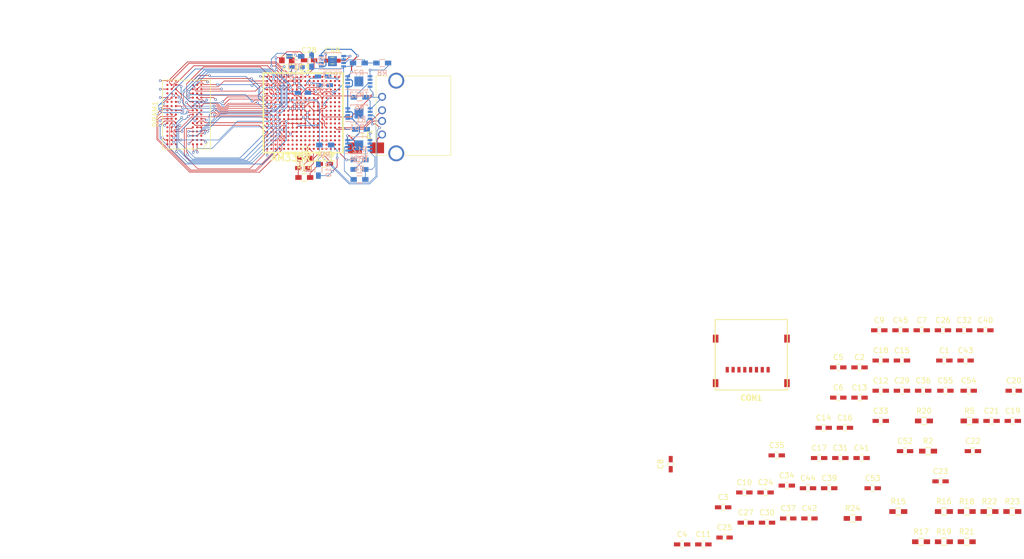
<source format=kicad_pcb>
(kicad_pcb (version 4) (host pcbnew 4.0.5-e0-6337~49~ubuntu16.04.1)
  (layers (0 F.Cu signal) (1 In1.Cu power hide) (2 In2.Cu mixed) (31 B.Cu signal) (34 B.Paste user) (35 F.Paste user) (36 B.SilkS user) (37 F.SilkS user) (38 B.Mask user) (39 F.Mask user) (44 Edge.Cuts user))
  (net 0 "")
  (net 1 GND)
  (net 2 +5V)
  (net 3 +3V3)
  (net 4 1.8V)
  (net 5 1.1V)
  (net 6 +1.5V)
  (net 7 "Net-(C28-Pad1)")
  (net 8 GND_OSC1)
  (net 9 "Net-(C38-Pad1)")
  (net 10 "Net-(C46-Pad1)")
  (net 11 GND_OSC0)
  (net 12 "Net-(C47-Pad1)")
  (net 13 "Net-(C48-Pad1)")
  (net 14 "Net-(C49-Pad1)")
  (net 15 "Net-(C50-Pad1)")
  (net 16 "Net-(C51-Pad1)")
  (net 17 /DDR_VREF)
  (net 18 /MMC0_DAT2)
  (net 19 /MMC0_DAT3)
  (net 20 /MMC0_CMD)
  (net 21 /MMC0_CLK)
  (net 22 /MMC0_DAT0)
  (net 23 /MMC0_DAT1)
  (net 24 /DDR_D13)
  (net 25 /DDR_D15)
  (net 26 /DDR_D12)
  (net 27 /DDR_DQSn1)
  (net 28 /DDR_D14)
  (net 29 /DDR_D11)
  (net 30 /DDR_D9)
  (net 31 /DDR_DQS1)
  (net 32 /DDR_D10)
  (net 33 /DDR_DQM1)
  (net 34 /DDR_D8)
  (net 35 /DDR_D0)
  (net 36 /DDR_DQM0)
  (net 37 /DDR_D2)
  (net 38 /DDR_DQS0)
  (net 39 /DDR_D1)
  (net 40 /DDR_D3)
  (net 41 /DDR_D6)
  (net 42 /DDR_DQSn0)
  (net 43 /DDR_D4)
  (net 44 /DDR_D7)
  (net 45 /DDR_D5)
  (net 46 "Net-(DRAM1-PadJ1)")
  (net 47 /DDR_RASn)
  (net 48 /DDR_CK)
  (net 49 "Net-(DRAM1-PadJ9)")
  (net 50 /DDR_ODT)
  (net 51 /DDR_CASn)
  (net 52 /DDR_CKn)
  (net 53 /DDR_CKE)
  (net 54 "Net-(DRAM1-PadL1)")
  (net 55 /DDR_CSn0)
  (net 56 /DDR_WEn)
  (net 57 /DDR_A10)
  (net 58 /DDR_ZQ)
  (net 59 "Net-(DRAM1-PadL9)")
  (net 60 /DDR_BA0)
  (net 61 /DDR_BA2)
  (net 62 "Net-(DRAM1-PadM7)")
  (net 63 /DDR_A3)
  (net 64 /DDR_A0)
  (net 65 /DDR_A12)
  (net 66 /DDR_BA1)
  (net 67 /DDR_A5)
  (net 68 /DDR_A2)
  (net 69 /DDR_A1)
  (net 70 /DDR_A4)
  (net 71 /DDR_A7)
  (net 72 /DDR_A9)
  (net 73 /DDR_A11)
  (net 74 /DDR_A6)
  (net 75 /DDR_RESETn)
  (net 76 /DDR_A13)
  (net 77 "Net-(DRAM1-PadT7)")
  (net 78 /DDR_A8)
  (net 79 "Net-(F1-Pad2)")
  (net 80 "Net-(IC1-PadJ3)")
  (net 81 "Net-(IC1-PadB10)")
  (net 82 "Net-(IC1-PadA10)")
  (net 83 "Net-(IC1-PadA11)")
  (net 84 "Net-(IC1-PadA12)")
  (net 85 "Net-(IC1-PadA15)")
  (net 86 "Net-(IC1-PadA3)")
  (net 87 "Net-(IC1-PadB11)")
  (net 88 "Net-(IC1-PadB14)")
  (net 89 "Net-(IC1-PadB15)")
  (net 90 "Net-(IC1-PadB18)")
  (net 91 "Net-(IC1-PadB5)")
  (net 92 "Net-(IC1-PadB4)")
  (net 93 "Net-(IC1-PadC18)")
  (net 94 /USBD-)
  (net 95 "Net-(IC1-PadP18)")
  (net 96 "Net-(IC1-PadR18)")
  (net 97 "Net-(IC1-PadT18)")
  (net 98 "Net-(IC1-PadM5)")
  (net 99 "Net-(IC1-PadD3)")
  (net 100 "Net-(IC1-PadP16)")
  (net 101 "Net-(IC1-PadP17)")
  (net 102 "Net-(IC1-PadR17)")
  (net 103 /USBD+)
  (net 104 "Net-(IC1-PadC5)")
  (net 105 "Net-(IC1-PadD14)")
  (net 106 "Net-(IC1-PadC14)")
  (net 107 "Net-(IC1-PadM15)")
  (net 108 "Net-(IC1-PadC11)")
  (net 109 "Net-(IC1-PadF15)")
  (net 110 "Net-(IC1-PadF16)")
  (net 111 "Net-(IC1-PadC6)")
  (net 112 "Net-(IC1-PadH4)")
  (net 113 "Net-(P1-Pad5)")
  (net 114 "Net-(R1-Pad2)")
  (net 115 "Net-(R2-Pad2)")
  (net 116 "Net-(R3-Pad2)")
  (net 117 "Net-(R4-Pad2)")
  (net 118 /3.3FB)
  (net 119 /1.8FB)
  (net 120 /1.1FB)
  (net 121 /1.5FB)
  (module libraries:bga-csg324 (layer F.Cu) (at 94.53122 66.54112)
    (fp_text reference IC1 (at 0 -8.4836) (layer F.SilkS) (effects (font (size 1.27 1.27) (thickness 0.254))))
    (fp_text value AM335X_ZCZ (at 0 8.47344) (layer F.SilkS) (effects (font (size 1.27 1.27) (thickness 0.254))))
    (pad J9 smd circle (at -0.39878 -0.39878) (size 0.39878 0.39878) (layers F.Cu F.Paste F.Mask) (net 1 GND))
    (pad J10 smd circle (at 0.39878 -0.39878) (size 0.39878 0.39878) (layers F.Cu F.Paste F.Mask) (net 1 GND))
    (pad K9 smd circle (at -0.39878 0.39878) (size 0.39878 0.39878) (layers F.Cu F.Paste F.Mask) (net 1 GND))
    (pad K10 smd circle (at 0.39878 0.39878) (size 0.39878 0.39878) (layers F.Cu F.Paste F.Mask) (net 1 GND))
    (pad J11 smd circle (at 1.19888 -0.39878) (size 0.39878 0.39878) (layers F.Cu F.Paste F.Mask) (net 1 GND))
    (pad J12 smd circle (at 1.99898 -0.39878) (size 0.39878 0.39878) (layers F.Cu F.Paste F.Mask) (net 5 1.1V))
    (pad J13 smd circle (at 2.79908 -0.39878) (size 0.39878 0.39878) (layers F.Cu F.Paste F.Mask) (net 5 1.1V))
    (pad J14 smd circle (at 3.59918 -0.39878) (size 0.39878 0.39878) (layers F.Cu F.Paste F.Mask) (net 3 +3V3))
    (pad H12 smd circle (at 2.0066 -1.19888) (size 0.39878 0.39878) (layers F.Cu F.Paste F.Mask) (net 1 GND))
    (pad G12 smd circle (at 1.99898 -1.99898) (size 0.39878 0.39878) (layers F.Cu F.Paste F.Mask) (net 1 GND))
    (pad F12 smd circle (at 1.99898 -2.79908) (size 0.39878 0.39878) (layers F.Cu F.Paste F.Mask) (net 5 1.1V))
    (pad F11 smd circle (at 1.19888 -2.79908) (size 0.39878 0.39878) (layers F.Cu F.Paste F.Mask) (net 5 1.1V))
    (pad G11 smd circle (at 1.19888 -1.99898) (size 0.39878 0.39878) (layers F.Cu F.Paste F.Mask) (net 1 GND))
    (pad H13 smd circle (at 2.79908 -1.19888) (size 0.39878 0.39878) (layers F.Cu F.Paste F.Mask) (net 5 1.1V))
    (pad H11 smd circle (at 1.19888 -1.19888) (size 0.39878 0.39878) (layers F.Cu F.Paste F.Mask) (net 5 1.1V))
    (pad G13 smd circle (at 2.79908 -1.99898) (size 0.39878 0.39878) (layers F.Cu F.Paste F.Mask) (net 5 1.1V))
    (pad F13 smd circle (at 2.79908 -2.79908) (size 0.39878 0.39878) (layers F.Cu F.Paste F.Mask) (net 5 1.1V))
    (pad L10 smd circle (at 0.39878 1.19888) (size 0.39878 0.39878) (layers F.Cu F.Paste F.Mask) (net 1 GND))
    (pad K11 smd circle (at 1.19888 0.39878) (size 0.39878 0.39878) (layers F.Cu F.Paste F.Mask) (net 1 GND))
    (pad L11 smd circle (at 1.19888 1.19888) (size 0.39878 0.39878) (layers F.Cu F.Paste F.Mask) (net 1 GND))
    (pad M10 smd circle (at 0.39878 1.99898) (size 0.39878 0.39878) (layers F.Cu F.Paste F.Mask) (net 1 GND))
    (pad N10 smd circle (at 0.39878 2.79908) (size 0.39878 0.39878) (layers F.Cu F.Paste F.Mask) (net 1 GND))
    (pad M11 smd circle (at 1.19888 1.99898) (size 0.39878 0.39878) (layers F.Cu F.Paste F.Mask) (net 5 1.1V))
    (pad N11 smd circle (at 1.19888 2.79908) (size 0.39878 0.39878) (layers F.Cu F.Paste F.Mask) (net 1 GND))
    (pad N12 smd circle (at 1.99898 2.79908) (size 0.39878 0.39878) (layers F.Cu F.Paste F.Mask) (net 5 1.1V))
    (pad M12 smd circle (at 1.99898 1.99898) (size 0.39878 0.39878) (layers F.Cu F.Paste F.Mask) (net 1 GND))
    (pad L12 smd circle (at 1.99898 1.19888) (size 0.39878 0.39878) (layers F.Cu F.Paste F.Mask) (net 1 GND))
    (pad J15 smd circle (at 4.39928 -0.39878) (size 0.39878 0.39878) (layers F.Cu F.Paste F.Mask))
    (pad J16 smd circle (at 5.19938 -0.39878) (size 0.39878 0.39878) (layers F.Cu F.Paste F.Mask))
    (pad J17 smd circle (at 5.99948 -0.39878) (size 0.39878 0.39878) (layers F.Cu F.Paste F.Mask))
    (pad J18 smd circle (at 6.79958 -0.39878) (size 0.39878 0.39878) (layers F.Cu F.Paste F.Mask))
    (pad K12 smd circle (at 1.99898 0.39878) (size 0.39878 0.39878) (layers F.Cu F.Paste F.Mask) (net 5 1.1V))
    (pad J8 smd circle (at -1.19888 -0.39878) (size 0.39878 0.39878) (layers F.Cu F.Paste F.Mask) (net 1 GND))
    (pad J7 smd circle (at -1.99898 -0.39878) (size 0.39878 0.39878) (layers F.Cu F.Paste F.Mask) (net 1 GND))
    (pad J6 smd circle (at -2.79908 -0.39878) (size 0.39878 0.39878) (layers F.Cu F.Paste F.Mask) (net 1 GND))
    (pad J5 smd circle (at -3.59918 -0.39878) (size 0.39878 0.39878) (layers F.Cu F.Paste F.Mask) (net 6 +1.5V))
    (pad J4 smd circle (at -4.39928 -0.39878) (size 0.39878 0.39878) (layers F.Cu F.Paste F.Mask) (net 17 /DDR_VREF))
    (pad J3 smd circle (at -5.19938 -0.39878) (size 0.39878 0.39878) (layers F.Cu F.Paste F.Mask) (net 80 "Net-(IC1-PadJ3)"))
    (pad J2 smd circle (at -5.99948 -0.39878) (size 0.39878 0.39878) (layers F.Cu F.Paste F.Mask) (net 33 /DDR_DQM1))
    (pad J1 smd circle (at -6.79958 -0.39878) (size 0.39878 0.39878) (layers F.Cu F.Paste F.Mask) (net 34 /DDR_D8))
    (pad H10 smd circle (at 0.39878 -1.19888) (size 0.39878 0.39878) (layers F.Cu F.Paste F.Mask) (net 1 GND))
    (pad G10 smd circle (at 0.39878 -1.99898) (size 0.39878 0.39878) (layers F.Cu F.Paste F.Mask) (net 5 1.1V))
    (pad F10 smd circle (at 0.39878 -2.79908) (size 0.39878 0.39878) (layers F.Cu F.Paste F.Mask) (net 5 1.1V))
    (pad E10 smd circle (at 0.39878 -3.59918) (size 0.39878 0.39878) (layers F.Cu F.Paste F.Mask) (net 3 +3V3))
    (pad D10 smd circle (at 0.39878 -4.39928) (size 0.39878 0.39878) (layers F.Cu F.Paste F.Mask) (net 4 1.8V))
    (pad C10 smd circle (at 0.39878 -5.19938) (size 0.39878 0.39878) (layers F.Cu F.Paste F.Mask) (net 16 "Net-(C51-Pad1)"))
    (pad B10 smd circle (at 0.39878 -5.99948) (size 0.39878 0.39878) (layers F.Cu F.Paste F.Mask) (net 81 "Net-(IC1-PadB10)"))
    (pad A10 smd circle (at 0.39878 -6.79958) (size 0.39878 0.39878) (layers F.Cu F.Paste F.Mask) (net 82 "Net-(IC1-PadA10)"))
    (pad A11 smd circle (at 1.19888 -6.79958) (size 0.39878 0.39878) (layers F.Cu F.Paste F.Mask) (net 83 "Net-(IC1-PadA11)"))
    (pad A12 smd circle (at 1.99898 -6.79958) (size 0.39878 0.39878) (layers F.Cu F.Paste F.Mask) (net 84 "Net-(IC1-PadA12)"))
    (pad A13 smd circle (at 2.79908 -6.79958) (size 0.39878 0.39878) (layers F.Cu F.Paste F.Mask))
    (pad A14 smd circle (at 3.59918 -6.79958) (size 0.39878 0.39878) (layers F.Cu F.Paste F.Mask))
    (pad A15 smd circle (at 4.39928 -6.79958) (size 0.39878 0.39878) (layers F.Cu F.Paste F.Mask) (net 85 "Net-(IC1-PadA15)"))
    (pad A16 smd circle (at 5.19938 -6.79958) (size 0.39878 0.39878) (layers F.Cu F.Paste F.Mask))
    (pad A17 smd circle (at 5.99948 -6.79958) (size 0.39878 0.39878) (layers F.Cu F.Paste F.Mask))
    (pad A18 smd circle (at 6.79958 -6.79958) (size 0.39878 0.39878) (layers F.Cu F.Paste F.Mask) (net 1 GND))
    (pad A9 smd circle (at -0.39878 -6.79958) (size 0.39878 0.39878) (layers F.Cu F.Paste F.Mask) (net 1 GND))
    (pad A8 smd circle (at -1.19888 -6.79958) (size 0.39878 0.39878) (layers F.Cu F.Paste F.Mask) (net 1 GND))
    (pad A7 smd circle (at -1.99898 -6.79958) (size 0.39878 0.39878) (layers F.Cu F.Paste F.Mask) (net 1 GND))
    (pad A6 smd circle (at -2.79908 -6.79958) (size 0.39878 0.39878) (layers F.Cu F.Paste F.Mask) (net 9 "Net-(C38-Pad1)"))
    (pad A5 smd circle (at -3.59918 -6.79958) (size 0.39878 0.39878) (layers F.Cu F.Paste F.Mask) (net 8 GND_OSC1))
    (pad A4 smd circle (at -4.39928 -6.79958) (size 0.39878 0.39878) (layers F.Cu F.Paste F.Mask) (net 7 "Net-(C28-Pad1)"))
    (pad A3 smd circle (at -5.19938 -6.79958) (size 0.39878 0.39878) (layers F.Cu F.Paste F.Mask) (net 86 "Net-(IC1-PadA3)"))
    (pad A2 smd circle (at -5.99948 -6.79958) (size 0.39878 0.39878) (layers F.Cu F.Paste F.Mask) (net 5 1.1V))
    (pad A1 smd circle (at -6.79958 -6.79958) (size 0.39878 0.39878) (layers F.Cu F.Paste F.Mask) (net 1 GND))
    (pad B11 smd circle (at 1.19888 -5.99948) (size 0.39878 0.39878) (layers F.Cu F.Paste F.Mask) (net 87 "Net-(IC1-PadB11)"))
    (pad B12 smd circle (at 1.99898 -5.99948) (size 0.39878 0.39878) (layers F.Cu F.Paste F.Mask))
    (pad B13 smd circle (at 2.79908 -5.99948) (size 0.39878 0.39878) (layers F.Cu F.Paste F.Mask))
    (pad B14 smd circle (at 3.59918 -5.99948) (size 0.39878 0.39878) (layers F.Cu F.Paste F.Mask) (net 88 "Net-(IC1-PadB14)"))
    (pad B15 smd circle (at 4.39928 -5.99948) (size 0.39878 0.39878) (layers F.Cu F.Paste F.Mask) (net 89 "Net-(IC1-PadB15)"))
    (pad B16 smd circle (at 5.19938 -5.99948) (size 0.39878 0.39878) (layers F.Cu F.Paste F.Mask))
    (pad B17 smd circle (at 5.99948 -5.99948) (size 0.39878 0.39878) (layers F.Cu F.Paste F.Mask))
    (pad B18 smd circle (at 6.79958 -5.99948) (size 0.39878 0.39878) (layers F.Cu F.Paste F.Mask) (net 90 "Net-(IC1-PadB18)"))
    (pad B9 smd circle (at -0.39878 -5.99948) (size 0.39878 0.39878) (layers F.Cu F.Paste F.Mask) (net 1 GND))
    (pad B8 smd circle (at -1.19888 -5.99948) (size 0.39878 0.39878) (layers F.Cu F.Paste F.Mask) (net 1 GND))
    (pad B7 smd circle (at -1.99898 -5.99948) (size 0.39878 0.39878) (layers F.Cu F.Paste F.Mask) (net 1 GND))
    (pad B6 smd circle (at -2.79908 -5.99948) (size 0.39878 0.39878) (layers F.Cu F.Paste F.Mask) (net 1 GND))
    (pad B5 smd circle (at -3.59918 -5.99948) (size 0.39878 0.39878) (layers F.Cu F.Paste F.Mask) (net 91 "Net-(IC1-PadB5)"))
    (pad B4 smd circle (at -4.39928 -5.99948) (size 0.39878 0.39878) (layers F.Cu F.Paste F.Mask) (net 92 "Net-(IC1-PadB4)"))
    (pad B3 smd circle (at -5.19938 -5.99948) (size 0.39878 0.39878) (layers F.Cu F.Paste F.Mask) (net 61 /DDR_BA2))
    (pad B2 smd circle (at -5.99948 -5.99948) (size 0.39878 0.39878) (layers F.Cu F.Paste F.Mask) (net 56 /DDR_WEn))
    (pad B1 smd circle (at -6.79958 -5.99948) (size 0.39878 0.39878) (layers F.Cu F.Paste F.Mask) (net 67 /DDR_A5))
    (pad C18 smd circle (at 6.79958 -5.19938) (size 0.39878 0.39878) (layers F.Cu F.Paste F.Mask) (net 93 "Net-(IC1-PadC18)"))
    (pad D18 smd circle (at 6.79958 -4.39928) (size 0.39878 0.39878) (layers F.Cu F.Paste F.Mask))
    (pad E18 smd circle (at 6.79958 -3.59918) (size 0.39878 0.39878) (layers F.Cu F.Paste F.Mask))
    (pad F18 smd circle (at 6.79958 -2.79908) (size 0.39878 0.39878) (layers F.Cu F.Paste F.Mask) (net 18 /MMC0_DAT2))
    (pad G18 smd circle (at 6.79958 -1.99898) (size 0.39878 0.39878) (layers F.Cu F.Paste F.Mask) (net 20 /MMC0_CMD))
    (pad H18 smd circle (at 6.79958 -1.19888) (size 0.39878 0.39878) (layers F.Cu F.Paste F.Mask))
    (pad K18 smd circle (at 6.79958 0.39878) (size 0.39878 0.39878) (layers F.Cu F.Paste F.Mask))
    (pad L18 smd circle (at 6.79958 1.19888) (size 0.39878 0.39878) (layers F.Cu F.Paste F.Mask))
    (pad M18 smd circle (at 6.79958 1.99898) (size 0.39878 0.39878) (layers F.Cu F.Paste F.Mask))
    (pad N18 smd circle (at 6.79958 2.79908) (size 0.39878 0.39878) (layers F.Cu F.Paste F.Mask) (net 94 /USBD-))
    (pad P18 smd circle (at 6.79958 3.59918) (size 0.39878 0.39878) (layers F.Cu F.Paste F.Mask) (net 95 "Net-(IC1-PadP18)"))
    (pad R18 smd circle (at 6.79958 4.39928) (size 0.39878 0.39878) (layers F.Cu F.Paste F.Mask) (net 96 "Net-(IC1-PadR18)"))
    (pad T18 smd circle (at 6.79958 5.19938) (size 0.39878 0.39878) (layers F.Cu F.Paste F.Mask) (net 97 "Net-(IC1-PadT18)"))
    (pad U18 smd circle (at 6.79958 5.99948) (size 0.39878 0.39878) (layers F.Cu F.Paste F.Mask))
    (pad V18 smd circle (at 6.79958 6.79958) (size 0.39878 0.39878) (layers F.Cu F.Paste F.Mask) (net 1 GND))
    (pad V17 smd circle (at 5.99948 6.79958) (size 0.39878 0.39878) (layers F.Cu F.Paste F.Mask))
    (pad V16 smd circle (at 5.19938 6.79958) (size 0.39878 0.39878) (layers F.Cu F.Paste F.Mask))
    (pad V15 smd circle (at 4.39928 6.79958) (size 0.39878 0.39878) (layers F.Cu F.Paste F.Mask))
    (pad V14 smd circle (at 3.59918 6.79958) (size 0.39878 0.39878) (layers F.Cu F.Paste F.Mask))
    (pad V13 smd circle (at 2.79908 6.79958) (size 0.39878 0.39878) (layers F.Cu F.Paste F.Mask))
    (pad V12 smd circle (at 1.99898 6.79958) (size 0.39878 0.39878) (layers F.Cu F.Paste F.Mask))
    (pad V11 smd circle (at 1.19888 6.79958) (size 0.39878 0.39878) (layers F.Cu F.Paste F.Mask) (net 11 GND_OSC0))
    (pad V10 smd circle (at 0.39878 6.79958) (size 0.39878 0.39878) (layers F.Cu F.Paste F.Mask) (net 12 "Net-(C47-Pad1)"))
    (pad H9 smd circle (at -0.39878 -1.19888) (size 0.39878 0.39878) (layers F.Cu F.Paste F.Mask) (net 1 GND))
    (pad G9 smd circle (at -0.39878 -1.99898) (size 0.39878 0.39878) (layers F.Cu F.Paste F.Mask) (net 1 GND))
    (pad H8 smd circle (at -1.19888 -1.19888) (size 0.39878 0.39878) (layers F.Cu F.Paste F.Mask) (net 1 GND))
    (pad F9 smd circle (at -0.39878 -2.79908) (size 0.39878 0.39878) (layers F.Cu F.Paste F.Mask) (net 4 1.8V))
    (pad G8 smd circle (at -1.19888 -1.99898) (size 0.39878 0.39878) (layers F.Cu F.Paste F.Mask) (net 1 GND))
    (pad H7 smd circle (at -1.99898 -1.19888) (size 0.39878 0.39878) (layers F.Cu F.Paste F.Mask) (net 1 GND))
    (pad F8 smd circle (at -1.19888 -2.79908) (size 0.39878 0.39878) (layers F.Cu F.Paste F.Mask) (net 1 GND))
    (pad F7 smd circle (at -1.99898 -2.79908) (size 0.39878 0.39878) (layers F.Cu F.Paste F.Mask) (net 5 1.1V))
    (pad F6 smd circle (at -2.79908 -2.79908) (size 0.39878 0.39878) (layers F.Cu F.Paste F.Mask) (net 5 1.1V))
    (pad F1 smd circle (at -6.79958 -2.79908) (size 0.39878 0.39878) (layers F.Cu F.Paste F.Mask) (net 51 /DDR_CASn))
    (pad G7 smd circle (at -1.99898 -1.99898) (size 0.39878 0.39878) (layers F.Cu F.Paste F.Mask) (net 5 1.1V))
    (pad G6 smd circle (at -2.79908 -1.99898) (size 0.39878 0.39878) (layers F.Cu F.Paste F.Mask) (net 5 1.1V))
    (pad G1 smd circle (at -6.79958 -1.99898) (size 0.39878 0.39878) (layers F.Cu F.Paste F.Mask) (net 50 /DDR_ODT))
    (pad H1 smd circle (at -6.79958 -1.19888) (size 0.39878 0.39878) (layers F.Cu F.Paste F.Mask) (net 69 /DDR_A1))
    (pad H6 smd circle (at -2.79908 -1.19888) (size 0.39878 0.39878) (layers F.Cu F.Paste F.Mask) (net 1 GND))
    (pad F5 smd circle (at -3.59918 -2.79908) (size 0.39878 0.39878) (layers F.Cu F.Paste F.Mask) (net 6 +1.5V))
    (pad G5 smd circle (at -3.59918 -1.99898) (size 0.39878 0.39878) (layers F.Cu F.Paste F.Mask) (net 6 +1.5V))
    (pad H5 smd circle (at -3.59918 -1.19888) (size 0.39878 0.39878) (layers F.Cu F.Paste F.Mask) (net 6 +1.5V))
    (pad K5 smd circle (at -3.59918 0.39878) (size 0.39878 0.39878) (layers F.Cu F.Paste F.Mask) (net 6 +1.5V))
    (pad C1 smd circle (at -6.79958 -5.19938) (size 0.39878 0.39878) (layers F.Cu F.Paste F.Mask) (net 72 /DDR_A9))
    (pad D1 smd circle (at -6.79958 -4.39928) (size 0.39878 0.39878) (layers F.Cu F.Paste F.Mask) (net 52 /DDR_CKn))
    (pad E1 smd circle (at -6.79958 -3.59918) (size 0.39878 0.39878) (layers F.Cu F.Paste F.Mask) (net 66 /DDR_BA1))
    (pad K1 smd circle (at -6.79958 0.39878) (size 0.39878 0.39878) (layers F.Cu F.Paste F.Mask) (net 30 /DDR_D9))
    (pad L1 smd circle (at -6.79958 1.19888) (size 0.39878 0.39878) (layers F.Cu F.Paste F.Mask) (net 31 /DDR_DQS1))
    (pad M1 smd circle (at -6.79958 1.99898) (size 0.39878 0.39878) (layers F.Cu F.Paste F.Mask) (net 25 /DDR_D15))
    (pad N1 smd circle (at -6.79958 2.79908) (size 0.39878 0.39878) (layers F.Cu F.Paste F.Mask) (net 37 /DDR_D2))
    (pad P1 smd circle (at -6.79958 3.59918) (size 0.39878 0.39878) (layers F.Cu F.Paste F.Mask) (net 38 /DDR_DQS0))
    (pad R1 smd circle (at -6.79958 4.39928) (size 0.39878 0.39878) (layers F.Cu F.Paste F.Mask))
    (pad T1 smd circle (at -6.79958 5.19938) (size 0.39878 0.39878) (layers F.Cu F.Paste F.Mask))
    (pad U1 smd circle (at -6.79958 5.99948) (size 0.39878 0.39878) (layers F.Cu F.Paste F.Mask))
    (pad V1 smd circle (at -6.79958 6.79958) (size 0.39878 0.39878) (layers F.Cu F.Paste F.Mask) (net 1 GND))
    (pad L5 smd circle (at -3.59918 1.19888) (size 0.39878 0.39878) (layers F.Cu F.Paste F.Mask) (net 6 +1.5V))
    (pad M5 smd circle (at -3.59918 1.99898) (size 0.39878 0.39878) (layers F.Cu F.Paste F.Mask) (net 98 "Net-(IC1-PadM5)"))
    (pad N5 smd circle (at -3.59918 2.79908) (size 0.39878 0.39878) (layers F.Cu F.Paste F.Mask) (net 3 +3V3))
    (pad V5 smd circle (at -3.59918 6.79958) (size 0.39878 0.39878) (layers F.Cu F.Paste F.Mask))
    (pad K6 smd circle (at -2.79908 0.39878) (size 0.39878 0.39878) (layers F.Cu F.Paste F.Mask) (net 5 1.1V))
    (pad K7 smd circle (at -1.99898 0.39878) (size 0.39878 0.39878) (layers F.Cu F.Paste F.Mask) (net 1 GND))
    (pad K8 smd circle (at -1.19888 0.39878) (size 0.39878 0.39878) (layers F.Cu F.Paste F.Mask) (net 5 1.1V))
    (pad L6 smd circle (at -2.79908 1.19888) (size 0.39878 0.39878) (layers F.Cu F.Paste F.Mask) (net 5 1.1V))
    (pad L7 smd circle (at -1.99898 1.19888) (size 0.39878 0.39878) (layers F.Cu F.Paste F.Mask) (net 5 1.1V))
    (pad L8 smd circle (at -1.19888 1.19888) (size 0.39878 0.39878) (layers F.Cu F.Paste F.Mask) (net 5 1.1V))
    (pad L9 smd circle (at -0.39878 1.19888) (size 0.39878 0.39878) (layers F.Cu F.Paste F.Mask) (net 5 1.1V))
    (pad M6 smd circle (at -2.79908 1.99898) (size 0.39878 0.39878) (layers F.Cu F.Paste F.Mask) (net 1 GND))
    (pad M7 smd circle (at -1.99898 1.99898) (size 0.39878 0.39878) (layers F.Cu F.Paste F.Mask) (net 1 GND))
    (pad M8 smd circle (at -1.19888 1.99898) (size 0.39878 0.39878) (layers F.Cu F.Paste F.Mask) (net 1 GND))
    (pad M9 smd circle (at -0.39878 1.99898) (size 0.39878 0.39878) (layers F.Cu F.Paste F.Mask) (net 1 GND))
    (pad N6 smd circle (at -2.79908 2.79908) (size 0.39878 0.39878) (layers F.Cu F.Paste F.Mask) (net 4 1.8V))
    (pad N7 smd circle (at -1.99898 2.79908) (size 0.39878 0.39878) (layers F.Cu F.Paste F.Mask) (net 1 GND))
    (pad N8 smd circle (at -1.19888 2.79908) (size 0.39878 0.39878) (layers F.Cu F.Paste F.Mask) (net 5 1.1V))
    (pad N9 smd circle (at -0.39878 2.79908) (size 0.39878 0.39878) (layers F.Cu F.Paste F.Mask) (net 5 1.1V))
    (pad V6 smd circle (at -2.79908 6.79958) (size 0.39878 0.39878) (layers F.Cu F.Paste F.Mask))
    (pad V7 smd circle (at -1.99898 6.79958) (size 0.39878 0.39878) (layers F.Cu F.Paste F.Mask))
    (pad V8 smd circle (at -1.19888 6.79958) (size 0.39878 0.39878) (layers F.Cu F.Paste F.Mask))
    (pad V9 smd circle (at -0.39878 6.79958) (size 0.39878 0.39878) (layers F.Cu F.Paste F.Mask))
    (pad V2 smd circle (at -5.99948 6.79958) (size 0.39878 0.39878) (layers F.Cu F.Paste F.Mask))
    (pad V3 smd circle (at -5.19938 6.79958) (size 0.39878 0.39878) (layers F.Cu F.Paste F.Mask))
    (pad V4 smd circle (at -4.39928 6.79958) (size 0.39878 0.39878) (layers F.Cu F.Paste F.Mask))
    (pad P10 smd circle (at 0.39878 3.59918) (size 0.39878 0.39878) (layers F.Cu F.Paste F.Mask) (net 3 +3V3))
    (pad R10 smd circle (at 0.39878 4.39928) (size 0.39878 0.39878) (layers F.Cu F.Paste F.Mask) (net 4 1.8V))
    (pad T10 smd circle (at 0.39878 5.19938) (size 0.39878 0.39878) (layers F.Cu F.Paste F.Mask))
    (pad U10 smd circle (at 0.39878 5.99948) (size 0.39878 0.39878) (layers F.Cu F.Paste F.Mask))
    (pad P9 smd circle (at -0.39878 3.59918) (size 0.39878 0.39878) (layers F.Cu F.Paste F.Mask) (net 4 1.8V))
    (pad R9 smd circle (at -0.39878 4.39928) (size 0.39878 0.39878) (layers F.Cu F.Paste F.Mask))
    (pad T9 smd circle (at -0.39878 5.19938) (size 0.39878 0.39878) (layers F.Cu F.Paste F.Mask))
    (pad U9 smd circle (at -0.39878 5.99948) (size 0.39878 0.39878) (layers F.Cu F.Paste F.Mask))
    (pad E9 smd circle (at -0.39878 -3.59918) (size 0.39878 0.39878) (layers F.Cu F.Paste F.Mask) (net 4 1.8V))
    (pad D9 smd circle (at -0.39878 -4.39928) (size 0.39878 0.39878) (layers F.Cu F.Paste F.Mask) (net 14 "Net-(C49-Pad1)"))
    (pad C9 smd circle (at -0.39878 -5.19938) (size 0.39878 0.39878) (layers F.Cu F.Paste F.Mask) (net 1 GND))
    (pad C2 smd circle (at -5.99948 -5.19938) (size 0.39878 0.39878) (layers F.Cu F.Paste F.Mask) (net 70 /DDR_A4))
    (pad C3 smd circle (at -5.19938 -5.19938) (size 0.39878 0.39878) (layers F.Cu F.Paste F.Mask) (net 63 /DDR_A3))
    (pad D3 smd circle (at -5.19938 -4.39928) (size 0.39878 0.39878) (layers F.Cu F.Paste F.Mask) (net 99 "Net-(IC1-PadD3)"))
    (pad D2 smd circle (at -5.99948 -4.39928) (size 0.39878 0.39878) (layers F.Cu F.Paste F.Mask) (net 48 /DDR_CK))
    (pad E4 smd circle (at -4.39928 -3.59918) (size 0.39878 0.39878) (layers F.Cu F.Paste F.Mask) (net 68 /DDR_A2))
    (pad D4 smd circle (at -4.39928 -4.39928) (size 0.39878 0.39878) (layers F.Cu F.Paste F.Mask) (net 78 /DDR_A8))
    (pad D5 smd circle (at -3.59918 -4.39928) (size 0.39878 0.39878) (layers F.Cu F.Paste F.Mask) (net 74 /DDR_A6))
    (pad E5 smd circle (at -3.59918 -3.59918) (size 0.39878 0.39878) (layers F.Cu F.Paste F.Mask) (net 6 +1.5V))
    (pad F14 smd circle (at 3.59918 -2.79908) (size 0.39878 0.39878) (layers F.Cu F.Paste F.Mask) (net 3 +3V3))
    (pad G14 smd circle (at 3.59918 -1.99898) (size 0.39878 0.39878) (layers F.Cu F.Paste F.Mask) (net 3 +3V3))
    (pad H14 smd circle (at 3.59918 -1.19888) (size 0.39878 0.39878) (layers F.Cu F.Paste F.Mask) (net 3 +3V3))
    (pad K13 smd circle (at 2.79908 0.39878) (size 0.39878 0.39878) (layers F.Cu F.Paste F.Mask) (net 4 1.8V))
    (pad K14 smd circle (at 3.59918 0.39878) (size 0.39878 0.39878) (layers F.Cu F.Paste F.Mask) (net 3 +3V3))
    (pad L13 smd circle (at 2.79908 1.19888) (size 0.39878 0.39878) (layers F.Cu F.Paste F.Mask) (net 1 GND))
    (pad L14 smd circle (at 3.59918 1.19888) (size 0.39878 0.39878) (layers F.Cu F.Paste F.Mask) (net 3 +3V3))
    (pad M13 smd circle (at 2.79908 1.99898) (size 0.39878 0.39878) (layers F.Cu F.Paste F.Mask) (net 5 1.1V))
    (pad M14 smd circle (at 3.59918 1.99898) (size 0.39878 0.39878) (layers F.Cu F.Paste F.Mask) (net 1 GND))
    (pad N13 smd circle (at 2.79908 2.79908) (size 0.39878 0.39878) (layers F.Cu F.Paste F.Mask) (net 5 1.1V))
    (pad N14 smd circle (at 3.59918 2.79908) (size 0.39878 0.39878) (layers F.Cu F.Paste F.Mask) (net 1 GND))
    (pad P11 smd circle (at 1.19888 3.59918) (size 0.39878 0.39878) (layers F.Cu F.Paste F.Mask) (net 3 +3V3))
    (pad R11 smd circle (at 1.19888 4.39928) (size 0.39878 0.39878) (layers F.Cu F.Paste F.Mask) (net 4 1.8V))
    (pad T11 smd circle (at 1.19888 5.19938) (size 0.39878 0.39878) (layers F.Cu F.Paste F.Mask))
    (pad U11 smd circle (at 1.19888 5.99948) (size 0.39878 0.39878) (layers F.Cu F.Paste F.Mask) (net 10 "Net-(C46-Pad1)"))
    (pad P12 smd circle (at 1.99898 3.59918) (size 0.39878 0.39878) (layers F.Cu F.Paste F.Mask) (net 3 +3V3))
    (pad P13 smd circle (at 2.79908 3.59918) (size 0.39878 0.39878) (layers F.Cu F.Paste F.Mask) (net 3 +3V3))
    (pad P14 smd circle (at 3.59918 3.59918) (size 0.39878 0.39878) (layers F.Cu F.Paste F.Mask) (net 4 1.8V))
    (pad P15 smd circle (at 4.39928 3.59918) (size 0.39878 0.39878) (layers F.Cu F.Paste F.Mask) (net 2 +5V))
    (pad P16 smd circle (at 5.19938 3.59918) (size 0.39878 0.39878) (layers F.Cu F.Paste F.Mask) (net 100 "Net-(IC1-PadP16)"))
    (pad P17 smd circle (at 5.99948 3.59918) (size 0.39878 0.39878) (layers F.Cu F.Paste F.Mask) (net 101 "Net-(IC1-PadP17)"))
    (pad R14 smd circle (at 3.59918 4.39928) (size 0.39878 0.39878) (layers F.Cu F.Paste F.Mask))
    (pad T14 smd circle (at 3.59918 5.19938) (size 0.39878 0.39878) (layers F.Cu F.Paste F.Mask))
    (pad U14 smd circle (at 3.59918 5.99948) (size 0.39878 0.39878) (layers F.Cu F.Paste F.Mask))
    (pad R15 smd circle (at 4.39928 4.39928) (size 0.39878 0.39878) (layers F.Cu F.Paste F.Mask) (net 3 +3V3))
    (pad R16 smd circle (at 5.19938 4.39928) (size 0.39878 0.39878) (layers F.Cu F.Paste F.Mask) (net 4 1.8V))
    (pad R17 smd circle (at 5.99948 4.39928) (size 0.39878 0.39878) (layers F.Cu F.Paste F.Mask) (net 102 "Net-(IC1-PadR17)"))
    (pad T15 smd circle (at 4.39928 5.19938) (size 0.39878 0.39878) (layers F.Cu F.Paste F.Mask))
    (pad T16 smd circle (at 5.19938 5.19938) (size 0.39878 0.39878) (layers F.Cu F.Paste F.Mask))
    (pad T17 smd circle (at 5.99948 5.19938) (size 0.39878 0.39878) (layers F.Cu F.Paste F.Mask))
    (pad U15 smd circle (at 4.39928 5.99948) (size 0.39878 0.39878) (layers F.Cu F.Paste F.Mask))
    (pad U16 smd circle (at 5.19938 5.99948) (size 0.39878 0.39878) (layers F.Cu F.Paste F.Mask))
    (pad U17 smd circle (at 5.99948 5.99948) (size 0.39878 0.39878) (layers F.Cu F.Paste F.Mask))
    (pad K17 smd circle (at 5.99948 0.39878) (size 0.39878 0.39878) (layers F.Cu F.Paste F.Mask))
    (pad L17 smd circle (at 5.99948 1.19888) (size 0.39878 0.39878) (layers F.Cu F.Paste F.Mask))
    (pad M17 smd circle (at 5.99948 1.99898) (size 0.39878 0.39878) (layers F.Cu F.Paste F.Mask))
    (pad N17 smd circle (at 5.99948 2.79908) (size 0.39878 0.39878) (layers F.Cu F.Paste F.Mask) (net 103 /USBD+))
    (pad K15 smd circle (at 4.39928 0.39878) (size 0.39878 0.39878) (layers F.Cu F.Paste F.Mask))
    (pad K16 smd circle (at 5.19938 0.39878) (size 0.39878 0.39878) (layers F.Cu F.Paste F.Mask))
    (pad K4 smd circle (at -4.39928 0.39878) (size 0.39878 0.39878) (layers F.Cu F.Paste F.Mask) (net 26 /DDR_D12))
    (pad K3 smd circle (at -5.19938 0.39878) (size 0.39878 0.39878) (layers F.Cu F.Paste F.Mask) (net 29 /DDR_D11))
    (pad K2 smd circle (at -5.99948 0.39878) (size 0.39878 0.39878) (layers F.Cu F.Paste F.Mask) (net 32 /DDR_D10))
    (pad L2 smd circle (at -5.99948 1.19888) (size 0.39878 0.39878) (layers F.Cu F.Paste F.Mask) (net 27 /DDR_DQSn1))
    (pad M2 smd circle (at -5.99948 1.99898) (size 0.39878 0.39878) (layers F.Cu F.Paste F.Mask) (net 36 /DDR_DQM0))
    (pad N2 smd circle (at -5.99948 2.79908) (size 0.39878 0.39878) (layers F.Cu F.Paste F.Mask) (net 40 /DDR_D3))
    (pad P2 smd circle (at -5.99948 3.59918) (size 0.39878 0.39878) (layers F.Cu F.Paste F.Mask) (net 42 /DDR_DQSn0))
    (pad P3 smd circle (at -5.19938 3.59918) (size 0.39878 0.39878) (layers F.Cu F.Paste F.Mask) (net 41 /DDR_D6))
    (pad P4 smd circle (at -4.39928 3.59918) (size 0.39878 0.39878) (layers F.Cu F.Paste F.Mask) (net 44 /DDR_D7))
    (pad P5 smd circle (at -3.59918 3.59918) (size 0.39878 0.39878) (layers F.Cu F.Paste F.Mask) (net 3 +3V3))
    (pad P6 smd circle (at -2.79908 3.59918) (size 0.39878 0.39878) (layers F.Cu F.Paste F.Mask) (net 3 +3V3))
    (pad P7 smd circle (at -1.99898 3.59918) (size 0.39878 0.39878) (layers F.Cu F.Paste F.Mask) (net 3 +3V3))
    (pad P8 smd circle (at -1.19888 3.59918) (size 0.39878 0.39878) (layers F.Cu F.Paste F.Mask) (net 3 +3V3))
    (pad R2 smd circle (at -5.99948 4.39928) (size 0.39878 0.39878) (layers F.Cu F.Paste F.Mask))
    (pad T2 smd circle (at -5.99948 5.19938) (size 0.39878 0.39878) (layers F.Cu F.Paste F.Mask))
    (pad U2 smd circle (at -5.99948 5.99948) (size 0.39878 0.39878) (layers F.Cu F.Paste F.Mask))
    (pad R5 smd circle (at -3.59918 4.39928) (size 0.39878 0.39878) (layers F.Cu F.Paste F.Mask))
    (pad T5 smd circle (at -3.59918 5.19938) (size 0.39878 0.39878) (layers F.Cu F.Paste F.Mask))
    (pad U5 smd circle (at -3.59918 5.99948) (size 0.39878 0.39878) (layers F.Cu F.Paste F.Mask))
    (pad R3 smd circle (at -5.19938 4.39928) (size 0.39878 0.39878) (layers F.Cu F.Paste F.Mask))
    (pad R4 smd circle (at -4.39928 4.39928) (size 0.39878 0.39878) (layers F.Cu F.Paste F.Mask))
    (pad T3 smd circle (at -5.19938 5.19938) (size 0.39878 0.39878) (layers F.Cu F.Paste F.Mask))
    (pad T4 smd circle (at -4.39928 5.19938) (size 0.39878 0.39878) (layers F.Cu F.Paste F.Mask))
    (pad U3 smd circle (at -5.19938 5.99948) (size 0.39878 0.39878) (layers F.Cu F.Paste F.Mask))
    (pad U4 smd circle (at -4.39928 5.99948) (size 0.39878 0.39878) (layers F.Cu F.Paste F.Mask))
    (pad H2 smd circle (at -5.99948 -1.19888) (size 0.39878 0.39878) (layers F.Cu F.Paste F.Mask) (net 55 /DDR_CSn0))
    (pad G2 smd circle (at -5.99948 -1.99898) (size 0.39878 0.39878) (layers F.Cu F.Paste F.Mask) (net 75 /DDR_RESETn))
    (pad F2 smd circle (at -5.99948 -2.79908) (size 0.39878 0.39878) (layers F.Cu F.Paste F.Mask) (net 73 /DDR_A11))
    (pad E2 smd circle (at -5.99948 -3.59918) (size 0.39878 0.39878) (layers F.Cu F.Paste F.Mask) (net 71 /DDR_A7))
    (pad E3 smd circle (at -5.19938 -3.59918) (size 0.39878 0.39878) (layers F.Cu F.Paste F.Mask) (net 65 /DDR_A12))
    (pad C4 smd circle (at -4.39928 -5.19938) (size 0.39878 0.39878) (layers F.Cu F.Paste F.Mask) (net 60 /DDR_BA0))
    (pad C5 smd circle (at -3.59918 -5.19938) (size 0.39878 0.39878) (layers F.Cu F.Paste F.Mask) (net 104 "Net-(IC1-PadC5)"))
    (pad E14 smd circle (at 3.59918 -3.59918) (size 0.39878 0.39878) (layers F.Cu F.Paste F.Mask) (net 4 1.8V))
    (pad D14 smd circle (at 3.59918 -4.39928) (size 0.39878 0.39878) (layers F.Cu F.Paste F.Mask) (net 105 "Net-(IC1-PadD14)"))
    (pad C14 smd circle (at 3.59918 -5.19938) (size 0.39878 0.39878) (layers F.Cu F.Paste F.Mask) (net 106 "Net-(IC1-PadC14)"))
    (pad H17 smd circle (at 5.99948 -1.19888) (size 0.39878 0.39878) (layers F.Cu F.Paste F.Mask))
    (pad G17 smd circle (at 5.99948 -1.99898) (size 0.39878 0.39878) (layers F.Cu F.Paste F.Mask) (net 21 /MMC0_CLK))
    (pad F17 smd circle (at 5.99948 -2.79908) (size 0.39878 0.39878) (layers F.Cu F.Paste F.Mask) (net 19 /MMC0_DAT3))
    (pad E17 smd circle (at 5.99948 -3.59918) (size 0.39878 0.39878) (layers F.Cu F.Paste F.Mask))
    (pad D17 smd circle (at 5.99948 -4.39928) (size 0.39878 0.39878) (layers F.Cu F.Paste F.Mask))
    (pad C17 smd circle (at 5.99948 -5.19938) (size 0.39878 0.39878) (layers F.Cu F.Paste F.Mask))
    (pad C15 smd circle (at 4.39928 -5.19938) (size 0.39878 0.39878) (layers F.Cu F.Paste F.Mask))
    (pad C16 smd circle (at 5.19938 -5.19938) (size 0.39878 0.39878) (layers F.Cu F.Paste F.Mask))
    (pad D15 smd circle (at 4.39928 -4.39928) (size 0.39878 0.39878) (layers F.Cu F.Paste F.Mask))
    (pad D16 smd circle (at 5.19938 -4.39928) (size 0.39878 0.39878) (layers F.Cu F.Paste F.Mask))
    (pad E15 smd circle (at 4.39928 -3.59918) (size 0.39878 0.39878) (layers F.Cu F.Paste F.Mask))
    (pad E16 smd circle (at 5.19938 -3.59918) (size 0.39878 0.39878) (layers F.Cu F.Paste F.Mask))
    (pad L15 smd circle (at 4.39928 1.19888) (size 0.39878 0.39878) (layers F.Cu F.Paste F.Mask))
    (pad L16 smd circle (at 5.19938 1.19888) (size 0.39878 0.39878) (layers F.Cu F.Paste F.Mask))
    (pad M15 smd circle (at 4.39928 1.99898) (size 0.39878 0.39878) (layers F.Cu F.Paste F.Mask) (net 107 "Net-(IC1-PadM15)"))
    (pad M16 smd circle (at 5.19938 1.99898) (size 0.39878 0.39878) (layers F.Cu F.Paste F.Mask))
    (pad N15 smd circle (at 4.39928 2.79908) (size 0.39878 0.39878) (layers F.Cu F.Paste F.Mask) (net 3 +3V3))
    (pad N16 smd circle (at 5.19938 2.79908) (size 0.39878 0.39878) (layers F.Cu F.Paste F.Mask) (net 4 1.8V))
    (pad C11 smd circle (at 1.19888 -5.19938) (size 0.39878 0.39878) (layers F.Cu F.Paste F.Mask) (net 108 "Net-(IC1-PadC11)"))
    (pad C12 smd circle (at 1.99898 -5.19938) (size 0.39878 0.39878) (layers F.Cu F.Paste F.Mask))
    (pad C13 smd circle (at 2.79908 -5.19938) (size 0.39878 0.39878) (layers F.Cu F.Paste F.Mask))
    (pad D11 smd circle (at 1.19888 -4.39928) (size 0.39878 0.39878) (layers F.Cu F.Paste F.Mask) (net 13 "Net-(C48-Pad1)"))
    (pad D12 smd circle (at 1.99898 -4.39928) (size 0.39878 0.39878) (layers F.Cu F.Paste F.Mask))
    (pad D13 smd circle (at 2.79908 -4.39928) (size 0.39878 0.39878) (layers F.Cu F.Paste F.Mask))
    (pad E11 smd circle (at 1.19888 -3.59918) (size 0.39878 0.39878) (layers F.Cu F.Paste F.Mask) (net 3 +3V3))
    (pad E12 smd circle (at 1.99898 -3.59918) (size 0.39878 0.39878) (layers F.Cu F.Paste F.Mask) (net 3 +3V3))
    (pad E13 smd circle (at 2.79908 -3.59918) (size 0.39878 0.39878) (layers F.Cu F.Paste F.Mask) (net 3 +3V3))
    (pad R12 smd circle (at 1.99898 4.39928) (size 0.39878 0.39878) (layers F.Cu F.Paste F.Mask))
    (pad R13 smd circle (at 2.79908 4.39928) (size 0.39878 0.39878) (layers F.Cu F.Paste F.Mask))
    (pad T12 smd circle (at 1.99898 5.19938) (size 0.39878 0.39878) (layers F.Cu F.Paste F.Mask))
    (pad T13 smd circle (at 2.79908 5.19938) (size 0.39878 0.39878) (layers F.Cu F.Paste F.Mask))
    (pad U12 smd circle (at 1.99898 5.99948) (size 0.39878 0.39878) (layers F.Cu F.Paste F.Mask))
    (pad U13 smd circle (at 2.79908 5.99948) (size 0.39878 0.39878) (layers F.Cu F.Paste F.Mask))
    (pad F15 smd circle (at 4.39928 -2.79908) (size 0.39878 0.39878) (layers F.Cu F.Paste F.Mask) (net 109 "Net-(IC1-PadF15)"))
    (pad F16 smd circle (at 5.19938 -2.79908) (size 0.39878 0.39878) (layers F.Cu F.Paste F.Mask) (net 110 "Net-(IC1-PadF16)"))
    (pad G15 smd circle (at 4.39928 -1.99898) (size 0.39878 0.39878) (layers F.Cu F.Paste F.Mask) (net 23 /MMC0_DAT1))
    (pad G16 smd circle (at 5.19938 -1.99898) (size 0.39878 0.39878) (layers F.Cu F.Paste F.Mask) (net 22 /MMC0_DAT0))
    (pad H15 smd circle (at 4.39928 -1.19888) (size 0.39878 0.39878) (layers F.Cu F.Paste F.Mask) (net 4 1.8V))
    (pad H16 smd circle (at 5.19938 -1.19888) (size 0.39878 0.39878) (layers F.Cu F.Paste F.Mask))
    (pad U6 smd circle (at -2.79908 5.99948) (size 0.39878 0.39878) (layers F.Cu F.Paste F.Mask))
    (pad U7 smd circle (at -1.99898 5.99948) (size 0.39878 0.39878) (layers F.Cu F.Paste F.Mask))
    (pad U8 smd circle (at -1.19888 5.99948) (size 0.39878 0.39878) (layers F.Cu F.Paste F.Mask))
    (pad R6 smd circle (at -2.79908 4.39928) (size 0.39878 0.39878) (layers F.Cu F.Paste F.Mask))
    (pad T6 smd circle (at -2.79908 5.19938) (size 0.39878 0.39878) (layers F.Cu F.Paste F.Mask))
    (pad L3 smd circle (at -5.19938 1.19888) (size 0.39878 0.39878) (layers F.Cu F.Paste F.Mask) (net 24 /DDR_D13))
    (pad L4 smd circle (at -4.39928 1.19888) (size 0.39878 0.39878) (layers F.Cu F.Paste F.Mask) (net 28 /DDR_D14))
    (pad M3 smd circle (at -5.19938 1.99898) (size 0.39878 0.39878) (layers F.Cu F.Paste F.Mask) (net 35 /DDR_D0))
    (pad M4 smd circle (at -4.39928 1.99898) (size 0.39878 0.39878) (layers F.Cu F.Paste F.Mask) (net 39 /DDR_D1))
    (pad N3 smd circle (at -5.19938 2.79908) (size 0.39878 0.39878) (layers F.Cu F.Paste F.Mask) (net 43 /DDR_D4))
    (pad N4 smd circle (at -4.39928 2.79908) (size 0.39878 0.39878) (layers F.Cu F.Paste F.Mask) (net 45 /DDR_D5))
    (pad R7 smd circle (at -1.99898 4.39928) (size 0.39878 0.39878) (layers F.Cu F.Paste F.Mask))
    (pad R8 smd circle (at -1.19888 4.39928) (size 0.39878 0.39878) (layers F.Cu F.Paste F.Mask))
    (pad T7 smd circle (at -1.99898 5.19938) (size 0.39878 0.39878) (layers F.Cu F.Paste F.Mask))
    (pad T8 smd circle (at -1.19888 5.19938) (size 0.39878 0.39878) (layers F.Cu F.Paste F.Mask))
    (pad C6 smd circle (at -2.79908 -5.19938) (size 0.39878 0.39878) (layers F.Cu F.Paste F.Mask) (net 111 "Net-(IC1-PadC6)"))
    (pad C7 smd circle (at -1.99898 -5.19938) (size 0.39878 0.39878) (layers F.Cu F.Paste F.Mask) (net 1 GND))
    (pad C8 smd circle (at -1.19888 -5.19938) (size 0.39878 0.39878) (layers F.Cu F.Paste F.Mask) (net 1 GND))
    (pad D6 smd circle (at -2.79908 -4.39928) (size 0.39878 0.39878) (layers F.Cu F.Paste F.Mask) (net 15 "Net-(C50-Pad1)"))
    (pad D7 smd circle (at -1.99898 -4.39928) (size 0.39878 0.39878) (layers F.Cu F.Paste F.Mask) (net 4 1.8V))
    (pad D8 smd circle (at -1.19888 -4.39928) (size 0.39878 0.39878) (layers F.Cu F.Paste F.Mask) (net 1 GND))
    (pad E6 smd circle (at -2.79908 -3.59918) (size 0.39878 0.39878) (layers F.Cu F.Paste F.Mask) (net 4 1.8V))
    (pad E7 smd circle (at -1.99898 -3.59918) (size 0.39878 0.39878) (layers F.Cu F.Paste F.Mask) (net 4 1.8V))
    (pad E8 smd circle (at -1.19888 -3.59918) (size 0.39878 0.39878) (layers F.Cu F.Paste F.Mask) (net 1 GND))
    (pad F3 smd circle (at -5.19938 -2.79908) (size 0.39878 0.39878) (layers F.Cu F.Paste F.Mask) (net 64 /DDR_A0))
    (pad F4 smd circle (at -4.39928 -2.79908) (size 0.39878 0.39878) (layers F.Cu F.Paste F.Mask) (net 57 /DDR_A10))
    (pad G3 smd circle (at -5.19938 -1.99898) (size 0.39878 0.39878) (layers F.Cu F.Paste F.Mask) (net 53 /DDR_CKE))
    (pad G4 smd circle (at -4.39928 -1.99898) (size 0.39878 0.39878) (layers F.Cu F.Paste F.Mask) (net 47 /DDR_RASn))
    (pad H3 smd circle (at -5.19938 -1.19888) (size 0.39878 0.39878) (layers F.Cu F.Paste F.Mask) (net 76 /DDR_A13))
    (pad H4 smd circle (at -4.39928 -1.19888) (size 0.39878 0.39878) (layers F.Cu F.Paste F.Mask) (net 112 "Net-(IC1-PadH4)"))
  )
  (module SMD_Packages:BGA-96_pitch0.8mm_dia0.4mm (layer F.Cu) (at 72.53 66.87 180)
    (fp_text reference DRAM1 (at 5.9 0.1 270) (layer F.SilkS))
    (fp_text value DRAM-IS43TR16128B-125KBL)
    (pad A1 smd circle (at -2.8 -5.6 180) (size 0.4 0.4) (layers F.Cu F.Paste F.Mask) (net 6 +1.5V))
    (pad A2 smd circle (at -2 -5.6 180) (size 0.4 0.4) (layers F.Cu F.Paste F.Mask) (net 24 /DDR_D13))
    (pad A3 smd circle (at -1.2 -5.6 180) (size 0.4 0.4) (layers F.Cu F.Paste F.Mask) (net 25 /DDR_D15))
    (pad A7 smd circle (at 2 -5.6 180) (size 0.4 0.4) (layers F.Cu F.Paste F.Mask) (net 26 /DDR_D12))
    (pad A8 smd circle (at 2.8 -5.6 180) (size 0.4 0.4) (layers F.Cu F.Paste F.Mask) (net 6 +1.5V))
    (pad A9 smd circle (at 3.6 -5.6 180) (size 0.4 0.4) (layers F.Cu F.Paste F.Mask) (net 1 GND))
    (pad B1 smd circle (at -2.8 -4.8 180) (size 0.4 0.4) (layers F.Cu F.Paste F.Mask) (net 1 GND))
    (pad B2 smd circle (at -2 -4.8 180) (size 0.4 0.4) (layers F.Cu F.Paste F.Mask) (net 6 +1.5V))
    (pad B3 smd circle (at -1.2 -4.8 180) (size 0.4 0.4) (layers F.Cu F.Paste F.Mask) (net 1 GND))
    (pad B7 smd circle (at 2 -4.8 180) (size 0.4 0.4) (layers F.Cu F.Paste F.Mask) (net 27 /DDR_DQSn1))
    (pad B8 smd circle (at 2.8 -4.8 180) (size 0.4 0.4) (layers F.Cu F.Paste F.Mask) (net 28 /DDR_D14))
    (pad B9 smd circle (at 3.6 -4.8 180) (size 0.4 0.4) (layers F.Cu F.Paste F.Mask) (net 1 GND))
    (pad C1 smd circle (at -2.8 -4 180) (size 0.4 0.4) (layers F.Cu F.Paste F.Mask) (net 6 +1.5V))
    (pad C2 smd circle (at -2 -4 180) (size 0.4 0.4) (layers F.Cu F.Paste F.Mask) (net 29 /DDR_D11))
    (pad C3 smd circle (at -1.2 -4 180) (size 0.4 0.4) (layers F.Cu F.Paste F.Mask) (net 30 /DDR_D9))
    (pad C7 smd circle (at 2 -4 180) (size 0.4 0.4) (layers F.Cu F.Paste F.Mask) (net 31 /DDR_DQS1))
    (pad C8 smd circle (at 2.8 -4 180) (size 0.4 0.4) (layers F.Cu F.Paste F.Mask) (net 32 /DDR_D10))
    (pad C9 smd circle (at 3.6 -4 180) (size 0.4 0.4) (layers F.Cu F.Paste F.Mask) (net 6 +1.5V))
    (pad D1 smd circle (at -2.8 -3.2 180) (size 0.4 0.4) (layers F.Cu F.Paste F.Mask) (net 1 GND))
    (pad D2 smd circle (at -2 -3.2 180) (size 0.4 0.4) (layers F.Cu F.Paste F.Mask) (net 6 +1.5V))
    (pad D3 smd circle (at -1.2 -3.2 180) (size 0.4 0.4) (layers F.Cu F.Paste F.Mask) (net 33 /DDR_DQM1))
    (pad D7 smd circle (at 2 -3.2 180) (size 0.4 0.4) (layers F.Cu F.Paste F.Mask) (net 34 /DDR_D8))
    (pad D8 smd circle (at 2.8 -3.2 180) (size 0.4 0.4) (layers F.Cu F.Paste F.Mask) (net 1 GND))
    (pad D9 smd circle (at 3.6 -3.2 180) (size 0.4 0.4) (layers F.Cu F.Paste F.Mask) (net 6 +1.5V))
    (pad E1 smd circle (at -2.8 -2.4 180) (size 0.4 0.4) (layers F.Cu F.Paste F.Mask) (net 1 GND))
    (pad E2 smd circle (at -2 -2.4 180) (size 0.4 0.4) (layers F.Cu F.Paste F.Mask) (net 1 GND))
    (pad E3 smd circle (at -1.2 -2.4 180) (size 0.4 0.4) (layers F.Cu F.Paste F.Mask) (net 35 /DDR_D0))
    (pad E7 smd circle (at 2 -2.4 180) (size 0.4 0.4) (layers F.Cu F.Paste F.Mask) (net 36 /DDR_DQM0))
    (pad E8 smd circle (at 2.8 -2.4 180) (size 0.4 0.4) (layers F.Cu F.Paste F.Mask) (net 1 GND))
    (pad E9 smd circle (at 3.6 -2.4 180) (size 0.4 0.4) (layers F.Cu F.Paste F.Mask) (net 6 +1.5V))
    (pad F1 smd circle (at -2.8 -1.6 180) (size 0.4 0.4) (layers F.Cu F.Paste F.Mask) (net 6 +1.5V))
    (pad F2 smd circle (at -2 -1.6 180) (size 0.4 0.4) (layers F.Cu F.Paste F.Mask) (net 37 /DDR_D2))
    (pad F3 smd circle (at -1.2 -1.6 180) (size 0.4 0.4) (layers F.Cu F.Paste F.Mask) (net 38 /DDR_DQS0))
    (pad F7 smd circle (at 2 -1.6 180) (size 0.4 0.4) (layers F.Cu F.Paste F.Mask) (net 39 /DDR_D1))
    (pad F8 smd circle (at 2.8 -1.6 180) (size 0.4 0.4) (layers F.Cu F.Paste F.Mask) (net 40 /DDR_D3))
    (pad F9 smd circle (at 3.6 -1.6 180) (size 0.4 0.4) (layers F.Cu F.Paste F.Mask) (net 1 GND))
    (pad G1 smd circle (at -2.8 -0.8 180) (size 0.4 0.4) (layers F.Cu F.Paste F.Mask) (net 1 GND))
    (pad G2 smd circle (at -2 -0.8 180) (size 0.4 0.4) (layers F.Cu F.Paste F.Mask) (net 41 /DDR_D6))
    (pad G3 smd circle (at -1.2 -0.8 180) (size 0.4 0.4) (layers F.Cu F.Paste F.Mask) (net 42 /DDR_DQSn0))
    (pad G7 smd circle (at 2 -0.8 180) (size 0.4 0.4) (layers F.Cu F.Paste F.Mask) (net 6 +1.5V))
    (pad G8 smd circle (at 2.8 -0.8 180) (size 0.4 0.4) (layers F.Cu F.Paste F.Mask) (net 1 GND))
    (pad G9 smd circle (at 3.6 -0.8 180) (size 0.4 0.4) (layers F.Cu F.Paste F.Mask) (net 1 GND))
    (pad H1 smd circle (at -2.8 0 180) (size 0.4 0.4) (layers F.Cu F.Paste F.Mask) (net 17 /DDR_VREF))
    (pad H2 smd circle (at -2 0 180) (size 0.4 0.4) (layers F.Cu F.Paste F.Mask) (net 6 +1.5V))
    (pad H3 smd circle (at -1.2 0 180) (size 0.4 0.4) (layers F.Cu F.Paste F.Mask) (net 43 /DDR_D4))
    (pad H7 smd circle (at 2 0 180) (size 0.4 0.4) (layers F.Cu F.Paste F.Mask) (net 44 /DDR_D7))
    (pad H8 smd circle (at 2.8 0 180) (size 0.4 0.4) (layers F.Cu F.Paste F.Mask) (net 45 /DDR_D5))
    (pad H9 smd circle (at 3.6 0 180) (size 0.4 0.4) (layers F.Cu F.Paste F.Mask) (net 6 +1.5V))
    (pad J1 smd circle (at -2.8 0.8 180) (size 0.4 0.4) (layers F.Cu F.Paste F.Mask) (net 46 "Net-(DRAM1-PadJ1)"))
    (pad J2 smd circle (at -2 0.8 180) (size 0.4 0.4) (layers F.Cu F.Paste F.Mask) (net 1 GND))
    (pad J3 smd circle (at -1.2 0.8 180) (size 0.4 0.4) (layers F.Cu F.Paste F.Mask) (net 47 /DDR_RASn))
    (pad J7 smd circle (at 2 0.8 180) (size 0.4 0.4) (layers F.Cu F.Paste F.Mask) (net 48 /DDR_CK))
    (pad J8 smd circle (at 2.8 0.8 180) (size 0.4 0.4) (layers F.Cu F.Paste F.Mask) (net 1 GND))
    (pad J9 smd circle (at 3.6 0.8 180) (size 0.4 0.4) (layers F.Cu F.Paste F.Mask) (net 49 "Net-(DRAM1-PadJ9)"))
    (pad K1 smd circle (at -2.8 1.6 180) (size 0.4 0.4) (layers F.Cu F.Paste F.Mask) (net 50 /DDR_ODT))
    (pad K2 smd circle (at -2 1.6 180) (size 0.4 0.4) (layers F.Cu F.Paste F.Mask) (net 6 +1.5V))
    (pad K3 smd circle (at -1.2 1.6 180) (size 0.4 0.4) (layers F.Cu F.Paste F.Mask) (net 51 /DDR_CASn))
    (pad K7 smd circle (at 2 1.6 180) (size 0.4 0.4) (layers F.Cu F.Paste F.Mask) (net 52 /DDR_CKn))
    (pad K8 smd circle (at 2.8 1.6 180) (size 0.4 0.4) (layers F.Cu F.Paste F.Mask) (net 6 +1.5V))
    (pad K9 smd circle (at 3.6 1.6 180) (size 0.4 0.4) (layers F.Cu F.Paste F.Mask) (net 53 /DDR_CKE))
    (pad L1 smd circle (at -2.8 2.4 180) (size 0.4 0.4) (layers F.Cu F.Paste F.Mask) (net 54 "Net-(DRAM1-PadL1)"))
    (pad L2 smd circle (at -2 2.4 180) (size 0.4 0.4) (layers F.Cu F.Paste F.Mask) (net 55 /DDR_CSn0))
    (pad L3 smd circle (at -1.2 2.4 180) (size 0.4 0.4) (layers F.Cu F.Paste F.Mask) (net 56 /DDR_WEn))
    (pad L7 smd circle (at 2 2.4 180) (size 0.4 0.4) (layers F.Cu F.Paste F.Mask) (net 57 /DDR_A10))
    (pad L8 smd circle (at 2.8 2.4 180) (size 0.4 0.4) (layers F.Cu F.Paste F.Mask) (net 58 /DDR_ZQ))
    (pad L9 smd circle (at 3.6 2.4 180) (size 0.4 0.4) (layers F.Cu F.Paste F.Mask) (net 59 "Net-(DRAM1-PadL9)"))
    (pad M1 smd circle (at -2.8 3.2 180) (size 0.4 0.4) (layers F.Cu F.Paste F.Mask) (net 1 GND))
    (pad M2 smd circle (at -2 3.2 180) (size 0.4 0.4) (layers F.Cu F.Paste F.Mask) (net 60 /DDR_BA0))
    (pad M3 smd circle (at -1.2 3.2 180) (size 0.4 0.4) (layers F.Cu F.Paste F.Mask) (net 61 /DDR_BA2))
    (pad M7 smd circle (at 2 3.2 180) (size 0.4 0.4) (layers F.Cu F.Paste F.Mask) (net 62 "Net-(DRAM1-PadM7)"))
    (pad M8 smd circle (at 2.8 3.2 180) (size 0.4 0.4) (layers F.Cu F.Paste F.Mask) (net 17 /DDR_VREF))
    (pad M9 smd circle (at 3.6 3.2 180) (size 0.4 0.4) (layers F.Cu F.Paste F.Mask) (net 1 GND))
    (pad N1 smd circle (at -2.8 4 180) (size 0.4 0.4) (layers F.Cu F.Paste F.Mask) (net 6 +1.5V))
    (pad N2 smd circle (at -2 4 180) (size 0.4 0.4) (layers F.Cu F.Paste F.Mask) (net 63 /DDR_A3))
    (pad N3 smd circle (at -1.2 4 180) (size 0.4 0.4) (layers F.Cu F.Paste F.Mask) (net 64 /DDR_A0))
    (pad N7 smd circle (at 2 4 180) (size 0.4 0.4) (layers F.Cu F.Paste F.Mask) (net 65 /DDR_A12))
    (pad N8 smd circle (at 2.8 4 180) (size 0.4 0.4) (layers F.Cu F.Paste F.Mask) (net 66 /DDR_BA1))
    (pad N9 smd circle (at 3.6 4 180) (size 0.4 0.4) (layers F.Cu F.Paste F.Mask) (net 6 +1.5V))
    (pad P1 smd circle (at -2.8 4.8 180) (size 0.4 0.4) (layers F.Cu F.Paste F.Mask) (net 1 GND))
    (pad P2 smd circle (at -2 4.8 180) (size 0.4 0.4) (layers F.Cu F.Paste F.Mask) (net 67 /DDR_A5))
    (pad P3 smd circle (at -1.2 4.8 180) (size 0.4 0.4) (layers F.Cu F.Paste F.Mask) (net 68 /DDR_A2))
    (pad P7 smd circle (at 2 4.8 180) (size 0.4 0.4) (layers F.Cu F.Paste F.Mask) (net 69 /DDR_A1))
    (pad P8 smd circle (at 2.8 4.8 180) (size 0.4 0.4) (layers F.Cu F.Paste F.Mask) (net 70 /DDR_A4))
    (pad P9 smd circle (at 3.6 4.8 180) (size 0.4 0.4) (layers F.Cu F.Paste F.Mask) (net 1 GND))
    (pad R1 smd circle (at -2.8 5.6 180) (size 0.4 0.4) (layers F.Cu F.Paste F.Mask) (net 6 +1.5V))
    (pad R2 smd circle (at -2 5.6 180) (size 0.4 0.4) (layers F.Cu F.Paste F.Mask) (net 71 /DDR_A7))
    (pad R3 smd circle (at -1.2 5.6 180) (size 0.4 0.4) (layers F.Cu F.Paste F.Mask) (net 72 /DDR_A9))
    (pad R7 smd circle (at 2 5.6 180) (size 0.4 0.4) (layers F.Cu F.Paste F.Mask) (net 73 /DDR_A11))
    (pad R8 smd circle (at 2.8 5.6 180) (size 0.4 0.4) (layers F.Cu F.Paste F.Mask) (net 74 /DDR_A6))
    (pad R9 smd circle (at 3.6 5.6 180) (size 0.4 0.4) (layers F.Cu F.Paste F.Mask) (net 6 +1.5V))
    (pad T1 smd circle (at -2.8 6.4 180) (size 0.4 0.4) (layers F.Cu F.Paste F.Mask) (net 1 GND))
    (pad T2 smd circle (at -2 6.4 180) (size 0.4 0.4) (layers F.Cu F.Paste F.Mask) (net 75 /DDR_RESETn))
    (pad T3 smd circle (at -1.2 6.4 180) (size 0.4 0.4) (layers F.Cu F.Paste F.Mask) (net 76 /DDR_A13))
    (pad T7 smd circle (at 2 6.4 180) (size 0.4 0.4) (layers F.Cu F.Paste F.Mask) (net 77 "Net-(DRAM1-PadT7)"))
    (pad T8 smd circle (at 2.8 6.4 180) (size 0.4 0.4) (layers F.Cu F.Paste F.Mask) (net 78 /DDR_A8))
    (pad T9 smd circle (at 3.6 6.4 180) (size 0.4 0.4) (layers F.Cu F.Paste F.Mask) (net 1 GND))
  )
  (module Capacitors_SMD:C_0603_HandSoldering (layer F.Cu) (at 215.422001 113.282)
    (fp_text reference C1 (at 0 -1.9) (layer F.SilkS))
    (fp_text value 10uF)
    (pad 1 smd rect (at -0.95 0) (size 1.2 0.75) (layers F.Cu F.Paste F.Mask) (net 2 +5V))
    (pad 2 smd rect (at 0.95 0) (size 1.2 0.75) (layers F.Cu F.Paste F.Mask) (net 1 GND))
  )
  (module Capacitors_SMD:C_0603_HandSoldering (layer F.Cu) (at 199.422001 114.582)
    (fp_text reference C2 (at 0 -1.9) (layer F.SilkS))
    (fp_text value 10uF)
    (pad 1 smd rect (at -0.95 0) (size 1.2 0.75) (layers F.Cu F.Paste F.Mask) (net 2 +5V))
    (pad 2 smd rect (at 0.95 0) (size 1.2 0.75) (layers F.Cu F.Paste F.Mask) (net 1 GND))
  )
  (module Capacitors_SMD:C_0603_HandSoldering (layer F.Cu) (at 173.712001 140.982)
    (fp_text reference C3 (at 0 -1.9) (layer F.SilkS))
    (fp_text value 10uF)
    (pad 1 smd rect (at -0.95 0) (size 1.2 0.75) (layers F.Cu F.Paste F.Mask) (net 2 +5V))
    (pad 2 smd rect (at 0.95 0) (size 1.2 0.75) (layers F.Cu F.Paste F.Mask) (net 1 GND))
  )
  (module Capacitors_SMD:C_0603_HandSoldering (layer F.Cu) (at 165.982001 147.982)
    (fp_text reference C4 (at 0 -1.9) (layer F.SilkS))
    (fp_text value 10uF)
    (pad 1 smd rect (at -0.95 0) (size 1.2 0.75) (layers F.Cu F.Paste F.Mask) (net 2 +5V))
    (pad 2 smd rect (at 0.95 0) (size 1.2 0.75) (layers F.Cu F.Paste F.Mask) (net 1 GND))
  )
  (module Capacitors_SMD:C_0603_HandSoldering (layer F.Cu) (at 195.422001 114.582)
    (fp_text reference C5 (at 0 -1.9) (layer F.SilkS))
    (fp_text value 22uF)
    (pad 1 smd rect (at -0.95 0) (size 1.2 0.75) (layers F.Cu F.Paste F.Mask) (net 3 +3V3))
    (pad 2 smd rect (at 0.95 0) (size 1.2 0.75) (layers F.Cu F.Paste F.Mask) (net 1 GND))
  )
  (module Capacitors_SMD:C_0603_HandSoldering (layer F.Cu) (at 195.422001 120.282)
    (fp_text reference C6 (at 0 -1.9) (layer F.SilkS))
    (fp_text value 22uF)
    (pad 1 smd rect (at -0.95 0) (size 1.2 0.75) (layers F.Cu F.Paste F.Mask) (net 4 1.8V))
    (pad 2 smd rect (at 0.95 0) (size 1.2 0.75) (layers F.Cu F.Paste F.Mask) (net 1 GND))
  )
  (module Capacitors_SMD:C_0603_HandSoldering (layer F.Cu) (at 211.152001 107.582)
    (fp_text reference C7 (at 0 -1.9) (layer F.SilkS))
    (fp_text value 22uF)
    (pad 1 smd rect (at -0.95 0) (size 1.2 0.75) (layers F.Cu F.Paste F.Mask) (net 5 1.1V))
    (pad 2 smd rect (at 0.95 0) (size 1.2 0.75) (layers F.Cu F.Paste F.Mask) (net 1 GND))
  )
  (module Capacitors_SMD:C_0603_HandSoldering (layer F.Cu) (at 163.83 132.842 90)
    (fp_text reference C8 (at 0 -1.9 90) (layer F.SilkS))
    (fp_text value 22uF)
    (pad 1 smd rect (at -0.95 0 90) (size 1.2 0.75) (layers F.Cu F.Paste F.Mask) (net 6 +1.5V))
    (pad 2 smd rect (at 0.95 0 90) (size 1.2 0.75) (layers F.Cu F.Paste F.Mask) (net 1 GND))
  )
  (module Capacitors_SMD:C_0603_HandSoldering (layer F.Cu) (at 203.152001 107.582)
    (fp_text reference C9 (at 0 -1.9) (layer F.SilkS))
    (fp_text value 10nF)
    (pad 1 smd rect (at -0.95 0) (size 1.2 0.75) (layers F.Cu F.Paste F.Mask) (net 3 +3V3))
    (pad 2 smd rect (at 0.95 0) (size 1.2 0.75) (layers F.Cu F.Paste F.Mask) (net 1 GND))
  )
  (module Capacitors_SMD:C_0603_HandSoldering (layer F.Cu) (at 177.712001 138.182)
    (fp_text reference C10 (at 0 -1.9) (layer F.SilkS))
    (fp_text value 10nF)
    (pad 1 smd rect (at -0.95 0) (size 1.2 0.75) (layers F.Cu F.Paste F.Mask) (net 3 +3V3))
    (pad 2 smd rect (at 0.95 0) (size 1.2 0.75) (layers F.Cu F.Paste F.Mask) (net 1 GND))
  )
  (module Capacitors_SMD:C_0603_HandSoldering (layer F.Cu) (at 169.982001 147.982)
    (fp_text reference C11 (at 0 -1.9) (layer F.SilkS))
    (fp_text value 10nF)
    (pad 1 smd rect (at -0.95 0) (size 1.2 0.75) (layers F.Cu F.Paste F.Mask) (net 3 +3V3))
    (pad 2 smd rect (at 0.95 0) (size 1.2 0.75) (layers F.Cu F.Paste F.Mask) (net 1 GND))
  )
  (module Capacitors_SMD:C_0603_HandSoldering (layer F.Cu) (at 203.422001 118.982)
    (fp_text reference C12 (at 0 -1.9) (layer F.SilkS))
    (fp_text value 10nF)
    (pad 1 smd rect (at -0.95 0) (size 1.2 0.75) (layers F.Cu F.Paste F.Mask) (net 3 +3V3))
    (pad 2 smd rect (at 0.95 0) (size 1.2 0.75) (layers F.Cu F.Paste F.Mask) (net 1 GND))
  )
  (module Capacitors_SMD:C_0603_HandSoldering (layer F.Cu) (at 199.422001 120.282)
    (fp_text reference C13 (at 0 -1.9) (layer F.SilkS))
    (fp_text value 10nF)
    (pad 1 smd rect (at -0.95 0) (size 1.2 0.75) (layers F.Cu F.Paste F.Mask) (net 3 +3V3))
    (pad 2 smd rect (at 0.95 0) (size 1.2 0.75) (layers F.Cu F.Paste F.Mask) (net 1 GND))
  )
  (module Capacitors_SMD:C_0603_HandSoldering (layer F.Cu) (at 192.672001 125.982)
    (fp_text reference C14 (at 0 -1.9) (layer F.SilkS))
    (fp_text value 10nF)
    (pad 1 smd rect (at -0.95 0) (size 1.2 0.75) (layers F.Cu F.Paste F.Mask) (net 3 +3V3))
    (pad 2 smd rect (at 0.95 0) (size 1.2 0.75) (layers F.Cu F.Paste F.Mask) (net 1 GND))
  )
  (module Capacitors_SMD:C_0603_HandSoldering (layer F.Cu) (at 207.422001 113.282)
    (fp_text reference C15 (at 0 -1.9) (layer F.SilkS))
    (fp_text value 10uF)
    (pad 1 smd rect (at -0.95 0) (size 1.2 0.75) (layers F.Cu F.Paste F.Mask) (net 1 GND))
    (pad 2 smd rect (at 0.95 0) (size 1.2 0.75) (layers F.Cu F.Paste F.Mask) (net 3 +3V3))
  )
  (module Capacitors_SMD:C_0603_HandSoldering (layer F.Cu) (at 196.672001 125.982)
    (fp_text reference C16 (at 0 -1.9) (layer F.SilkS))
    (fp_text value 10nF)
    (pad 1 smd rect (at -0.95 0) (size 1.2 0.75) (layers F.Cu F.Paste F.Mask) (net 4 1.8V))
    (pad 2 smd rect (at 0.95 0) (size 1.2 0.75) (layers F.Cu F.Paste F.Mask) (net 1 GND))
  )
  (module Capacitors_SMD:C_0603_HandSoldering (layer F.Cu) (at 191.812001 131.682)
    (fp_text reference C17 (at 0 -1.9) (layer F.SilkS))
    (fp_text value 10nF)
    (pad 1 smd rect (at -0.95 0) (size 1.2 0.75) (layers F.Cu F.Paste F.Mask) (net 4 1.8V))
    (pad 2 smd rect (at 0.95 0) (size 1.2 0.75) (layers F.Cu F.Paste F.Mask) (net 1 GND))
  )
  (module Capacitors_SMD:C_0603_HandSoldering (layer F.Cu) (at 203.422001 113.282)
    (fp_text reference C18 (at 0 -1.9) (layer F.SilkS))
    (fp_text value 10nF)
    (pad 1 smd rect (at -0.95 0) (size 1.2 0.75) (layers F.Cu F.Paste F.Mask) (net 4 1.8V))
    (pad 2 smd rect (at 0.95 0) (size 1.2 0.75) (layers F.Cu F.Paste F.Mask) (net 1 GND))
  )
  (module Capacitors_SMD:C_0603_HandSoldering (layer F.Cu) (at 228.322001 124.682)
    (fp_text reference C19 (at 0 -1.9) (layer F.SilkS))
    (fp_text value 10nF)
    (pad 1 smd rect (at -0.95 0) (size 1.2 0.75) (layers F.Cu F.Paste F.Mask) (net 4 1.8V))
    (pad 2 smd rect (at 0.95 0) (size 1.2 0.75) (layers F.Cu F.Paste F.Mask) (net 1 GND))
  )
  (module Capacitors_SMD:C_0603_HandSoldering (layer F.Cu) (at 228.502001 118.982)
    (fp_text reference C20 (at 0 -1.9) (layer F.SilkS))
    (fp_text value 10uF)
    (pad 1 smd rect (at -0.95 0) (size 1.2 0.75) (layers F.Cu F.Paste F.Mask) (net 1 GND))
    (pad 2 smd rect (at 0.95 0) (size 1.2 0.75) (layers F.Cu F.Paste F.Mask) (net 4 1.8V))
  )
  (module Capacitors_SMD:C_0603_HandSoldering (layer F.Cu) (at 224.322001 124.682)
    (fp_text reference C21 (at 0 -1.9) (layer F.SilkS))
    (fp_text value 1uF)
    (pad 1 smd rect (at -0.95 0) (size 1.2 0.75) (layers F.Cu F.Paste F.Mask) (net 6 +1.5V))
    (pad 2 smd rect (at 0.95 0) (size 1.2 0.75) (layers F.Cu F.Paste F.Mask) (net 1 GND))
  )
  (module Capacitors_SMD:C_0603_HandSoldering (layer F.Cu) (at 220.802001 130.382)
    (fp_text reference C22 (at 0 -1.9) (layer F.SilkS))
    (fp_text value 1uF)
    (pad 1 smd rect (at -0.95 0) (size 1.2 0.75) (layers F.Cu F.Paste F.Mask) (net 6 +1.5V))
    (pad 2 smd rect (at 0.95 0) (size 1.2 0.75) (layers F.Cu F.Paste F.Mask) (net 1 GND))
  )
  (module Capacitors_SMD:C_0603_HandSoldering (layer F.Cu) (at 214.702001 136.082)
    (fp_text reference C23 (at 0 -1.9) (layer F.SilkS))
    (fp_text value 1uF)
    (pad 1 smd rect (at -0.95 0) (size 1.2 0.75) (layers F.Cu F.Paste F.Mask) (net 6 +1.5V))
    (pad 2 smd rect (at 0.95 0) (size 1.2 0.75) (layers F.Cu F.Paste F.Mask) (net 1 GND))
  )
  (module Capacitors_SMD:C_0603_HandSoldering (layer F.Cu) (at 181.712001 138.182)
    (fp_text reference C24 (at 0 -1.9) (layer F.SilkS))
    (fp_text value 1uF)
    (pad 1 smd rect (at -0.95 0) (size 1.2 0.75) (layers F.Cu F.Paste F.Mask) (net 6 +1.5V))
    (pad 2 smd rect (at 0.95 0) (size 1.2 0.75) (layers F.Cu F.Paste F.Mask) (net 1 GND))
  )
  (module Capacitors_SMD:C_0603_HandSoldering (layer F.Cu) (at 173.982001 146.682)
    (fp_text reference C25 (at 0 -1.9) (layer F.SilkS))
    (fp_text value 1uF)
    (pad 1 smd rect (at -0.95 0) (size 1.2 0.75) (layers F.Cu F.Paste F.Mask) (net 6 +1.5V))
    (pad 2 smd rect (at 0.95 0) (size 1.2 0.75) (layers F.Cu F.Paste F.Mask) (net 1 GND))
  )
  (module Capacitors_SMD:C_0603_HandSoldering (layer F.Cu) (at 215.152001 107.582)
    (fp_text reference C26 (at 0 -1.9) (layer F.SilkS))
    (fp_text value 10uF)
    (pad 1 smd rect (at -0.95 0) (size 1.2 0.75) (layers F.Cu F.Paste F.Mask) (net 6 +1.5V))
    (pad 2 smd rect (at 0.95 0) (size 1.2 0.75) (layers F.Cu F.Paste F.Mask) (net 1 GND))
  )
  (module Capacitors_SMD:C_0603_HandSoldering (layer F.Cu) (at 177.982001 143.882)
    (fp_text reference C27 (at 0 -1.9) (layer F.SilkS))
    (fp_text value 10uF)
    (pad 1 smd rect (at -0.95 0) (size 1.2 0.75) (layers F.Cu F.Paste F.Mask) (net 1 GND))
    (pad 2 smd rect (at 0.95 0) (size 1.2 0.75) (layers F.Cu F.Paste F.Mask) (net 6 +1.5V))
  )
  (module Capacitors_SMD:C_0603_HandSoldering (layer F.Cu) (at 95.64 56.63)
    (fp_text reference C28 (at 0 -1.9) (layer F.SilkS))
    (fp_text value 25pF)
    (pad 1 smd rect (at -0.95 0) (size 1.2 0.75) (layers F.Cu F.Paste F.Mask) (net 7 "Net-(C28-Pad1)"))
    (pad 2 smd rect (at 0.95 0) (size 1.2 0.75) (layers F.Cu F.Paste F.Mask) (net 8 GND_OSC1))
  )
  (module Capacitors_SMD:C_0603_HandSoldering (layer F.Cu) (at 207.422001 118.982)
    (fp_text reference C29 (at 0 -1.9) (layer F.SilkS))
    (fp_text value 10nF)
    (pad 1 smd rect (at -0.95 0) (size 1.2 0.75) (layers F.Cu F.Paste F.Mask) (net 5 1.1V))
    (pad 2 smd rect (at 0.95 0) (size 1.2 0.75) (layers F.Cu F.Paste F.Mask) (net 1 GND))
  )
  (module Capacitors_SMD:C_0603_HandSoldering (layer F.Cu) (at 181.982001 143.882)
    (fp_text reference C30 (at 0 -1.9) (layer F.SilkS))
    (fp_text value 10nF)
    (pad 1 smd rect (at -0.95 0) (size 1.2 0.75) (layers F.Cu F.Paste F.Mask) (net 5 1.1V))
    (pad 2 smd rect (at 0.95 0) (size 1.2 0.75) (layers F.Cu F.Paste F.Mask) (net 1 GND))
  )
  (module Capacitors_SMD:C_0603_HandSoldering (layer F.Cu) (at 195.812001 131.682)
    (fp_text reference C31 (at 0 -1.9) (layer F.SilkS))
    (fp_text value 10nF)
    (pad 1 smd rect (at -0.95 0) (size 1.2 0.75) (layers F.Cu F.Paste F.Mask) (net 5 1.1V))
    (pad 2 smd rect (at 0.95 0) (size 1.2 0.75) (layers F.Cu F.Paste F.Mask) (net 1 GND))
  )
  (module Capacitors_SMD:C_0603_HandSoldering (layer F.Cu) (at 219.152001 107.582)
    (fp_text reference C32 (at 0 -1.9) (layer F.SilkS))
    (fp_text value 10nF)
    (pad 1 smd rect (at -0.95 0) (size 1.2 0.75) (layers F.Cu F.Paste F.Mask) (net 5 1.1V))
    (pad 2 smd rect (at 0.95 0) (size 1.2 0.75) (layers F.Cu F.Paste F.Mask) (net 1 GND))
  )
  (module Capacitors_SMD:C_0603_HandSoldering (layer F.Cu) (at 203.422001 124.682)
    (fp_text reference C33 (at 0 -1.9) (layer F.SilkS))
    (fp_text value 10nF)
    (pad 1 smd rect (at -0.95 0) (size 1.2 0.75) (layers F.Cu F.Paste F.Mask) (net 5 1.1V))
    (pad 2 smd rect (at 0.95 0) (size 1.2 0.75) (layers F.Cu F.Paste F.Mask) (net 1 GND))
  )
  (module Capacitors_SMD:C_0603_HandSoldering (layer F.Cu) (at 185.712001 136.882)
    (fp_text reference C34 (at 0 -1.9) (layer F.SilkS))
    (fp_text value 10nF)
    (pad 1 smd rect (at -0.95 0) (size 1.2 0.75) (layers F.Cu F.Paste F.Mask) (net 5 1.1V))
    (pad 2 smd rect (at 0.95 0) (size 1.2 0.75) (layers F.Cu F.Paste F.Mask) (net 1 GND))
  )
  (module Capacitors_SMD:C_0603_HandSoldering (layer F.Cu) (at 183.812001 131.182)
    (fp_text reference C35 (at 0 -1.9) (layer F.SilkS))
    (fp_text value 10nF)
    (pad 1 smd rect (at -0.95 0) (size 1.2 0.75) (layers F.Cu F.Paste F.Mask) (net 5 1.1V))
    (pad 2 smd rect (at 0.95 0) (size 1.2 0.75) (layers F.Cu F.Paste F.Mask) (net 1 GND))
  )
  (module Capacitors_SMD:C_0603_HandSoldering (layer F.Cu) (at 211.422001 118.982)
    (fp_text reference C36 (at 0 -1.9) (layer F.SilkS))
    (fp_text value 10nF)
    (pad 1 smd rect (at -0.95 0) (size 1.2 0.75) (layers F.Cu F.Paste F.Mask) (net 5 1.1V))
    (pad 2 smd rect (at 0.95 0) (size 1.2 0.75) (layers F.Cu F.Paste F.Mask) (net 1 GND))
  )
  (module Capacitors_SMD:C_0603_HandSoldering (layer F.Cu) (at 185.982001 143.082)
    (fp_text reference C37 (at 0 -1.9) (layer F.SilkS))
    (fp_text value 10uF)
    (pad 1 smd rect (at -0.95 0) (size 1.2 0.75) (layers F.Cu F.Paste F.Mask) (net 1 GND))
    (pad 2 smd rect (at 0.95 0) (size 1.2 0.75) (layers F.Cu F.Paste F.Mask) (net 5 1.1V))
  )
  (module Capacitors_SMD:C_0603_HandSoldering (layer B.Cu) (at 93.284 57.912)
    (fp_text reference C38 (at 0 1.9) (layer B.SilkS) (effects (justify mirror)))
    (fp_text value 25pF)
    (pad 1 smd rect (at -0.95 0) (size 1.2 0.75) (layers B.Cu B.Paste B.Mask) (net 9 "Net-(C38-Pad1)"))
    (pad 2 smd rect (at 0.95 0) (size 1.2 0.75) (layers B.Cu B.Paste B.Mask) (net 8 GND_OSC1))
  )
  (module Capacitors_SMD:C_0603_HandSoldering (layer F.Cu) (at 193.712001 137.382)
    (fp_text reference C39 (at 0 -1.9) (layer F.SilkS))
    (fp_text value 1uF)
    (pad 1 smd rect (at -0.95 0) (size 1.2 0.75) (layers F.Cu F.Paste F.Mask) (net 6 +1.5V))
    (pad 2 smd rect (at 0.95 0) (size 1.2 0.75) (layers F.Cu F.Paste F.Mask) (net 1 GND))
  )
  (module Capacitors_SMD:C_0603_HandSoldering (layer F.Cu) (at 223.152001 107.582)
    (fp_text reference C40 (at 0 -1.9) (layer F.SilkS))
    (fp_text value 1uF)
    (pad 1 smd rect (at -0.95 0) (size 1.2 0.75) (layers F.Cu F.Paste F.Mask) (net 6 +1.5V))
    (pad 2 smd rect (at 0.95 0) (size 1.2 0.75) (layers F.Cu F.Paste F.Mask) (net 1 GND))
  )
  (module Capacitors_SMD:C_0603_HandSoldering (layer F.Cu) (at 199.812001 131.682)
    (fp_text reference C41 (at 0 -1.9) (layer F.SilkS))
    (fp_text value 1uF)
    (pad 1 smd rect (at -0.95 0) (size 1.2 0.75) (layers F.Cu F.Paste F.Mask) (net 6 +1.5V))
    (pad 2 smd rect (at 0.95 0) (size 1.2 0.75) (layers F.Cu F.Paste F.Mask) (net 1 GND))
  )
  (module Capacitors_SMD:C_0603_HandSoldering (layer F.Cu) (at 189.982001 143.082)
    (fp_text reference C42 (at 0 -1.9) (layer F.SilkS))
    (fp_text value 1uF)
    (pad 1 smd rect (at -0.95 0) (size 1.2 0.75) (layers F.Cu F.Paste F.Mask) (net 6 +1.5V))
    (pad 2 smd rect (at 0.95 0) (size 1.2 0.75) (layers F.Cu F.Paste F.Mask) (net 1 GND))
  )
  (module Capacitors_SMD:C_0603_HandSoldering (layer F.Cu) (at 219.422001 113.282)
    (fp_text reference C43 (at 0 -1.9) (layer F.SilkS))
    (fp_text value 1uF)
    (pad 1 smd rect (at -0.95 0) (size 1.2 0.75) (layers F.Cu F.Paste F.Mask) (net 6 +1.5V))
    (pad 2 smd rect (at 0.95 0) (size 1.2 0.75) (layers F.Cu F.Paste F.Mask) (net 1 GND))
  )
  (module Capacitors_SMD:C_0603_HandSoldering (layer F.Cu) (at 189.712001 137.382)
    (fp_text reference C44 (at 0 -1.9) (layer F.SilkS))
    (fp_text value 10uF)
    (pad 1 smd rect (at -0.95 0) (size 1.2 0.75) (layers F.Cu F.Paste F.Mask) (net 1 GND))
    (pad 2 smd rect (at 0.95 0) (size 1.2 0.75) (layers F.Cu F.Paste F.Mask) (net 6 +1.5V))
  )
  (module Capacitors_SMD:C_0603_HandSoldering (layer F.Cu) (at 207.152001 107.582)
    (fp_text reference C45 (at 0 -1.9) (layer F.SilkS))
    (fp_text value 10uF)
    (pad 1 smd rect (at -0.95 0) (size 1.2 0.75) (layers F.Cu F.Paste F.Mask) (net 1 GND))
    (pad 2 smd rect (at 0.95 0) (size 1.2 0.75) (layers F.Cu F.Paste F.Mask) (net 6 +1.5V))
  )
  (module Capacitors_SMD:C_0603_HandSoldering (layer F.Cu) (at 98.618 76.2)
    (fp_text reference C46 (at 0 -1.9) (layer F.SilkS))
    (fp_text value 24pF)
    (pad 1 smd rect (at -0.95 0) (size 1.2 0.75) (layers F.Cu F.Paste F.Mask) (net 10 "Net-(C46-Pad1)"))
    (pad 2 smd rect (at 0.95 0) (size 1.2 0.75) (layers F.Cu F.Paste F.Mask) (net 11 GND_OSC0))
  )
  (module Capacitors_SMD:C_0603_HandSoldering (layer F.Cu) (at 94.554 76.962)
    (fp_text reference C47 (at 0 -1.9) (layer F.SilkS))
    (fp_text value 24pF)
    (pad 1 smd rect (at -0.95 0) (size 1.2 0.75) (layers F.Cu F.Paste F.Mask) (net 12 "Net-(C47-Pad1)"))
    (pad 2 smd rect (at 0.95 0) (size 1.2 0.75) (layers F.Cu F.Paste F.Mask) (net 11 GND_OSC0))
  )
  (module Capacitors_SMD:C_0603_HandSoldering (layer F.Cu) (at 100.05 56.7)
    (fp_text reference C48 (at 0 -1.9) (layer F.SilkS))
    (fp_text value 1uF)
    (pad 1 smd rect (at -0.95 0) (size 1.2 0.75) (layers F.Cu F.Paste F.Mask) (net 13 "Net-(C48-Pad1)"))
    (pad 2 smd rect (at 0.95 0) (size 1.2 0.75) (layers F.Cu F.Paste F.Mask) (net 1 GND))
  )
  (module Capacitors_SMD:C_0603_HandSoldering (layer B.Cu) (at 98.61 61.33)
    (fp_text reference C49 (at 0 1.9) (layer B.SilkS) (effects (justify mirror)))
    (fp_text value 1uF)
    (pad 1 smd rect (at -0.95 0) (size 1.2 0.75) (layers B.Cu B.Paste B.Mask) (net 14 "Net-(C49-Pad1)"))
    (pad 2 smd rect (at 0.95 0) (size 1.2 0.75) (layers B.Cu B.Paste B.Mask) (net 1 GND))
  )
  (module Capacitors_SMD:C_0603_HandSoldering (layer B.Cu) (at 94.48 62.78)
    (fp_text reference C50 (at 0 1.9) (layer B.SilkS) (effects (justify mirror)))
    (fp_text value 1uF)
    (pad 1 smd rect (at -0.95 0) (size 1.2 0.75) (layers B.Cu B.Paste B.Mask) (net 15 "Net-(C50-Pad1)"))
    (pad 2 smd rect (at 0.95 0) (size 1.2 0.75) (layers B.Cu B.Paste B.Mask) (net 1 GND))
  )
  (module Capacitors_SMD:C_0603_HandSoldering (layer B.Cu) (at 98.26 59.68)
    (fp_text reference C51 (at 0 1.9) (layer B.SilkS) (effects (justify mirror)))
    (fp_text value 1uF)
    (pad 1 smd rect (at -0.95 0) (size 1.2 0.75) (layers B.Cu B.Paste B.Mask) (net 16 "Net-(C51-Pad1)"))
    (pad 2 smd rect (at 0.95 0) (size 1.2 0.75) (layers B.Cu B.Paste B.Mask) (net 1 GND))
  )
  (module Capacitors_SMD:C_0603_HandSoldering (layer F.Cu) (at 208.008428 130.382)
    (fp_text reference C52 (at 0 -1.9) (layer F.SilkS))
    (fp_text value 0.1uF)
    (pad 1 smd rect (at -0.95 0) (size 1.2 0.75) (layers F.Cu F.Paste F.Mask) (net 17 /DDR_VREF))
    (pad 2 smd rect (at 0.95 0) (size 1.2 0.75) (layers F.Cu F.Paste F.Mask) (net 1 GND))
  )
  (module Capacitors_SMD:C_0603_HandSoldering (layer F.Cu) (at 201.908428 137.382)
    (fp_text reference C53 (at 0 -1.9) (layer F.SilkS))
    (fp_text value 0.1uF)
    (pad 1 smd rect (at -0.95 0) (size 1.2 0.75) (layers F.Cu F.Paste F.Mask) (net 17 /DDR_VREF))
    (pad 2 smd rect (at 0.95 0) (size 1.2 0.75) (layers F.Cu F.Paste F.Mask) (net 1 GND))
  )
  (module Capacitors_SMD:C_0603_HandSoldering (layer F.Cu) (at 220.008428 118.982)
    (fp_text reference C54 (at 0 -1.9) (layer F.SilkS))
    (fp_text value 0.1uF)
    (pad 1 smd rect (at -0.95 0) (size 1.2 0.75) (layers F.Cu F.Paste F.Mask) (net 6 +1.5V))
    (pad 2 smd rect (at 0.95 0) (size 1.2 0.75) (layers F.Cu F.Paste F.Mask) (net 17 /DDR_VREF))
  )
  (module Capacitors_SMD:C_0603_HandSoldering (layer F.Cu) (at 215.618428 118.982)
    (fp_text reference C55 (at 0 -1.9) (layer F.SilkS))
    (fp_text value 0.1uF)
    (pad 1 smd rect (at -0.95 0) (size 1.2 0.75) (layers F.Cu F.Paste F.Mask) (net 17 /DDR_VREF))
    (pad 2 smd rect (at 0.95 0) (size 1.2 0.75) (layers F.Cu F.Paste F.Mask) (net 1 GND))
  )
  (module libraries:MICRO_SD_HINGE_AMP (layer F.Cu) (at 179.02 105.55)
    (fp_text reference CON1 (at 0 14.8) (layer F.SilkS) (effects (font (thickness 0.25))))
    (fp_text value Micro_SD_Card hide)
    (pad 1 smd rect (at 3.16992 9.46912) (size 0.59944 1.04902) (layers F.Cu F.Paste F.Mask) (net 18 /MMC0_DAT2))
    (pad 2 smd rect (at 2.0701 9.46912) (size 0.59944 1.04902) (layers F.Cu F.Paste F.Mask) (net 19 /MMC0_DAT3))
    (pad 3 smd rect (at 0.97028 9.46912) (size 0.59944 1.04902) (layers F.Cu F.Paste F.Mask) (net 20 /MMC0_CMD))
    (pad 4 smd rect (at -0.12954 9.46912) (size 0.59944 1.04902) (layers F.Cu F.Paste F.Mask) (net 3 +3V3))
    (pad 5 smd rect (at -1.22936 9.46912) (size 0.59944 1.04902) (layers F.Cu F.Paste F.Mask) (net 21 /MMC0_CLK))
    (pad 6 smd rect (at -2.32918 9.46912) (size 0.59944 1.04902) (layers F.Cu F.Paste F.Mask) (net 1 GND))
    (pad 7 smd rect (at -3.429 9.46912) (size 0.59944 1.04902) (layers F.Cu F.Paste F.Mask) (net 22 /MMC0_DAT0))
    (pad 8 smd rect (at -4.52882 9.46912) (size 0.59944 1.04902) (layers F.Cu F.Paste F.Mask) (net 23 /MMC0_DAT1))
    (pad SHLD smd rect (at 6.72592 11.99896) (size 1.04902 1.50114) (layers F.Cu F.Paste F.Mask))
    (pad SHLD smd rect (at -6.72592 11.99896) (size 1.04902 1.50114) (layers F.Cu F.Paste F.Mask))
    (pad SHLD smd rect (at 6.72592 3.59918) (size 1.04902 1.50114) (layers F.Cu F.Paste F.Mask))
    (pad SHLD smd rect (at -6.72592 3.59918) (size 1.04902 1.50114) (layers F.Cu F.Paste F.Mask))
  )
  (module Fuse_Holders_and_Fuses:Fuse_SMD1206_HandSoldering (layer F.Cu) (at 106.37266 73.152)
    (fp_text reference F1 (at -0.0508 -2.19964) (layer F.SilkS))
    (fp_text value Polyfuse)
    (pad 1 smd rect (at -2.08534 0 90) (size 2.02946 2.65176) (layers F.Cu F.Paste F.Mask) (net 2 +5V))
    (pad 2 smd rect (at 2.08534 0 90) (size 2.02946 2.65176) (layers F.Cu F.Paste F.Mask) (net 79 "Net-(F1-Pad2)"))
  )
  (module Connectors:USB_A (layer F.Cu) (at 109.41 70.63 90)
    (fp_text reference P1 (at 0 -2.35 90) (layer F.SilkS))
    (fp_text value USB_A)
    (pad 4 thru_hole circle (at 7.11 0) (size 1.5 1.5) (drill 1) (layers *.Cu *.Mask) (net 1 GND))
    (pad 3 thru_hole circle (at 4.57 0) (size 1.5 1.5) (drill 1) (layers *.Cu *.Mask) (net 94 /USBD-))
    (pad 2 thru_hole circle (at 2.54 0) (size 1.5 1.5) (drill 1) (layers *.Cu *.Mask) (net 103 /USBD+))
    (pad 1 thru_hole circle (at 0 0) (size 1.5 1.5) (drill 1) (layers *.Cu *.Mask) (net 79 "Net-(F1-Pad2)"))
    (pad 5 thru_hole circle (at 10.16 2.67) (size 3 3) (drill 2.3) (layers *.Cu *.Mask) (net 113 "Net-(P1-Pad5)"))
    (pad 5 thru_hole circle (at -3.56 2.67) (size 3 3) (drill 2.3) (layers *.Cu *.Mask) (net 113 "Net-(P1-Pad5)"))
  )
  (module Resistors_SMD:R_0603_HandSoldering (layer B.Cu) (at 105.42 69.67 180)
    (fp_text reference R1 (at 0 1.9 180) (layer B.SilkS) (effects (justify mirror)))
    (fp_text value 499K)
    (pad 1 smd rect (at -1.1 0 180) (size 1.2 0.9) (layers B.Cu B.Paste B.Mask) (net 5 1.1V))
    (pad 2 smd rect (at 1.1 0 180) (size 1.2 0.9) (layers B.Cu B.Paste B.Mask) (net 114 "Net-(R1-Pad2)"))
  )
  (module Resistors_SMD:R_0603_HandSoldering (layer F.Cu) (at 212.352001 130.382)
    (fp_text reference R2 (at 0 -1.9) (layer F.SilkS))
    (fp_text value 499K)
    (pad 1 smd rect (at -1.1 0) (size 1.2 0.9) (layers F.Cu F.Paste F.Mask) (net 3 +3V3))
    (pad 2 smd rect (at 1.1 0) (size 1.2 0.9) (layers F.Cu F.Paste F.Mask) (net 115 "Net-(R2-Pad2)"))
  )
  (module Resistors_SMD:R_0603_HandSoldering (layer B.Cu) (at 96.12 56.72 90)
    (fp_text reference R3 (at 0 1.9 90) (layer B.SilkS) (effects (justify mirror)))
    (fp_text value 499K)
    (pad 1 smd rect (at -1.1 0 90) (size 1.2 0.9) (layers B.Cu B.Paste B.Mask) (net 4 1.8V))
    (pad 2 smd rect (at 1.1 0 90) (size 1.2 0.9) (layers B.Cu B.Paste B.Mask) (net 116 "Net-(R3-Pad2)"))
  )
  (module Resistors_SMD:R_0603_HandSoldering (layer B.Cu) (at 105.15 79.11 180)
    (fp_text reference R4 (at 0 1.9 180) (layer B.SilkS) (effects (justify mirror)))
    (fp_text value 499K)
    (pad 1 smd rect (at -1.1 0 180) (size 1.2 0.9) (layers B.Cu B.Paste B.Mask) (net 6 +1.5V))
    (pad 2 smd rect (at 1.1 0 180) (size 1.2 0.9) (layers B.Cu B.Paste B.Mask) (net 117 "Net-(R4-Pad2)"))
  )
  (module Resistors_SMD:R_0603_HandSoldering (layer F.Cu) (at 220.172001 124.682)
    (fp_text reference R5 (at 0 -1.9) (layer F.SilkS))
    (fp_text value 250K)
    (pad 1 smd rect (at -1.1 0) (size 1.2 0.9) (layers F.Cu F.Paste F.Mask) (net 3 +3V3))
    (pad 2 smd rect (at 1.1 0) (size 1.2 0.9) (layers F.Cu F.Paste F.Mask) (net 118 /3.3FB))
  )
  (module Resistors_SMD:R_0603_HandSoldering (layer B.Cu) (at 105.18 63.61)
    (fp_text reference R6 (at 0 1.9) (layer B.SilkS) (effects (justify mirror)))
    (fp_text value 80K)
    (pad 1 smd rect (at -1.1 0) (size 1.2 0.9) (layers B.Cu B.Paste B.Mask) (net 118 /3.3FB))
    (pad 2 smd rect (at 1.1 0) (size 1.2 0.9) (layers B.Cu B.Paste B.Mask) (net 1 GND))
  )
  (module Resistors_SMD:R_0603_HandSoldering (layer B.Cu) (at 105.03 57.14)
    (fp_text reference R7 (at 0 1.9) (layer B.SilkS) (effects (justify mirror)))
    (fp_text value 100K)
    (pad 1 smd rect (at -1.1 0) (size 1.2 0.9) (layers B.Cu B.Paste B.Mask) (net 4 1.8V))
    (pad 2 smd rect (at 1.1 0) (size 1.2 0.9) (layers B.Cu B.Paste B.Mask) (net 119 /1.8FB))
  )
  (module Resistors_SMD:R_0603_HandSoldering (layer B.Cu) (at 109.44 57.14)
    (fp_text reference R8 (at 0 1.9) (layer B.SilkS) (effects (justify mirror)))
    (fp_text value 80K)
    (pad 1 smd rect (at -1.1 0) (size 1.2 0.9) (layers B.Cu B.Paste B.Mask) (net 119 /1.8FB))
    (pad 2 smd rect (at 1.1 0) (size 1.2 0.9) (layers B.Cu B.Paste B.Mask) (net 1 GND))
  )
  (module Resistors_SMD:R_0603_HandSoldering (layer B.Cu) (at 98.69 72.61)
    (fp_text reference R9 (at 0 1.9) (layer B.SilkS) (effects (justify mirror)))
    (fp_text value 30K)
    (pad 1 smd rect (at -1.1 0) (size 1.2 0.9) (layers B.Cu B.Paste B.Mask) (net 5 1.1V))
    (pad 2 smd rect (at 1.1 0) (size 1.2 0.9) (layers B.Cu B.Paste B.Mask) (net 120 /1.1FB))
  )
  (module Resistors_SMD:R_0603_HandSoldering (layer B.Cu) (at 97.4 77.29 90)
    (fp_text reference R10 (at 0 1.9 90) (layer B.SilkS) (effects (justify mirror)))
    (fp_text value 80K)
    (pad 1 smd rect (at -1.1 0 90) (size 1.2 0.9) (layers B.Cu B.Paste B.Mask) (net 120 /1.1FB))
    (pad 2 smd rect (at 1.1 0 90) (size 1.2 0.9) (layers B.Cu B.Paste B.Mask) (net 1 GND))
  )
  (module Resistors_SMD:R_0603_HandSoldering (layer B.Cu) (at 105.14 77.22 180)
    (fp_text reference R11 (at 0 1.9 180) (layer B.SilkS) (effects (justify mirror)))
    (fp_text value 70K)
    (pad 1 smd rect (at -1.1 0 180) (size 1.2 0.9) (layers B.Cu B.Paste B.Mask) (net 6 +1.5V))
    (pad 2 smd rect (at 1.1 0 180) (size 1.2 0.9) (layers B.Cu B.Paste B.Mask) (net 121 /1.5FB))
  )
  (module Resistors_SMD:R_0603_HandSoldering (layer B.Cu) (at 105.17 75.42 180)
    (fp_text reference R12 (at 0 1.9 180) (layer B.SilkS) (effects (justify mirror)))
    (fp_text value 80K)
    (pad 1 smd rect (at -1.1 0 180) (size 1.2 0.9) (layers B.Cu B.Paste B.Mask) (net 121 /1.5FB))
    (pad 2 smd rect (at 1.1 0 180) (size 1.2 0.9) (layers B.Cu B.Paste B.Mask) (net 1 GND))
  )
  (module Resistors_SMD:R_0603_HandSoldering (layer B.Cu) (at 93.048 55.88)
    (fp_text reference R13 (at 0 1.9) (layer B.SilkS) (effects (justify mirror)))
    (fp_text value 10K)
    (pad 1 smd rect (at -1.1 0) (size 1.2 0.9) (layers B.Cu B.Paste B.Mask) (net 92 "Net-(IC1-PadB4)"))
    (pad 2 smd rect (at 1.1 0) (size 1.2 0.9) (layers B.Cu B.Paste B.Mask) (net 1 GND))
  )
  (module Resistors_SMD:R_0603_HandSoldering (layer F.Cu) (at 94.742 78.74)
    (fp_text reference R14 (at 0 -1.9) (layer F.SilkS))
    (fp_text value 1M)
    (pad 1 smd rect (at -1.1 0) (size 1.2 0.9) (layers F.Cu F.Paste F.Mask) (net 12 "Net-(C47-Pad1)"))
    (pad 2 smd rect (at 1.1 0) (size 1.2 0.9) (layers F.Cu F.Paste F.Mask) (net 10 "Net-(C46-Pad1)"))
  )
  (module Resistors_SMD:R_0603_HandSoldering (layer F.Cu) (at 206.732001 141.782)
    (fp_text reference R15 (at 0 -1.9) (layer F.SilkS))
    (fp_text value 240)
    (pad 1 smd rect (at -1.1 0) (size 1.2 0.9) (layers F.Cu F.Paste F.Mask) (net 1 GND))
    (pad 2 smd rect (at 1.1 0) (size 1.2 0.9) (layers F.Cu F.Paste F.Mask) (net 58 /DDR_ZQ))
  )
  (module Resistors_SMD:R_0603_HandSoldering (layer F.Cu) (at 215.332001 141.782)
    (fp_text reference R16 (at 0 -1.9) (layer F.SilkS))
    (fp_text value 49.9)
    (pad 1 smd rect (at -1.1 0) (size 1.2 0.9) (layers F.Cu F.Paste F.Mask) (net 80 "Net-(IC1-PadJ3)"))
    (pad 2 smd rect (at 1.1 0) (size 1.2 0.9) (layers F.Cu F.Paste F.Mask) (net 1 GND))
  )
  (module Resistors_SMD:R_0603_HandSoldering (layer F.Cu) (at 211.032001 147.482)
    (fp_text reference R17 (at 0 -1.9) (layer F.SilkS))
    (fp_text value 10K)
    (pad 1 smd rect (at -1.1 0) (size 1.2 0.9) (layers F.Cu F.Paste F.Mask) (net 3 +3V3))
    (pad 2 smd rect (at 1.1 0) (size 1.2 0.9) (layers F.Cu F.Paste F.Mask) (net 20 /MMC0_CMD))
  )
  (module Resistors_SMD:R_0603_HandSoldering (layer F.Cu) (at 219.632001 141.782)
    (fp_text reference R18 (at 0 -1.9) (layer F.SilkS))
    (fp_text value 10K)
    (pad 1 smd rect (at -1.1 0) (size 1.2 0.9) (layers F.Cu F.Paste F.Mask) (net 3 +3V3))
    (pad 2 smd rect (at 1.1 0) (size 1.2 0.9) (layers F.Cu F.Paste F.Mask) (net 21 /MMC0_CLK))
  )
  (module Resistors_SMD:R_0603_HandSoldering (layer F.Cu) (at 215.332001 147.482)
    (fp_text reference R19 (at 0 -1.9) (layer F.SilkS))
    (fp_text value 10K)
    (pad 1 smd rect (at -1.1 0) (size 1.2 0.9) (layers F.Cu F.Paste F.Mask) (net 3 +3V3))
    (pad 2 smd rect (at 1.1 0) (size 1.2 0.9) (layers F.Cu F.Paste F.Mask) (net 22 /MMC0_DAT0))
  )
  (module Resistors_SMD:R_0603_HandSoldering (layer F.Cu) (at 211.572001 124.682)
    (fp_text reference R20 (at 0 -1.9) (layer F.SilkS))
    (fp_text value 10K)
    (pad 1 smd rect (at -1.1 0) (size 1.2 0.9) (layers F.Cu F.Paste F.Mask) (net 3 +3V3))
    (pad 2 smd rect (at 1.1 0) (size 1.2 0.9) (layers F.Cu F.Paste F.Mask) (net 23 /MMC0_DAT1))
  )
  (module Resistors_SMD:R_0603_HandSoldering (layer F.Cu) (at 219.632001 147.482)
    (fp_text reference R21 (at 0 -1.9) (layer F.SilkS))
    (fp_text value 10K)
    (pad 1 smd rect (at -1.1 0) (size 1.2 0.9) (layers F.Cu F.Paste F.Mask) (net 3 +3V3))
    (pad 2 smd rect (at 1.1 0) (size 1.2 0.9) (layers F.Cu F.Paste F.Mask) (net 18 /MMC0_DAT2))
  )
  (module Resistors_SMD:R_0603_HandSoldering (layer F.Cu) (at 223.932001 141.782)
    (fp_text reference R22 (at 0 -1.9) (layer F.SilkS))
    (fp_text value 10K)
    (pad 1 smd rect (at -1.1 0) (size 1.2 0.9) (layers F.Cu F.Paste F.Mask) (net 3 +3V3))
    (pad 2 smd rect (at 1.1 0) (size 1.2 0.9) (layers F.Cu F.Paste F.Mask) (net 19 /MMC0_DAT3))
  )
  (module Resistors_SMD:R_0603_HandSoldering (layer F.Cu) (at 228.232001 141.782)
    (fp_text reference R23 (at 0 -1.9) (layer F.SilkS))
    (fp_text value 1K)
    (pad 1 smd rect (at -1.1 0) (size 1.2 0.9) (layers F.Cu F.Paste F.Mask) (net 6 +1.5V))
    (pad 2 smd rect (at 1.1 0) (size 1.2 0.9) (layers F.Cu F.Paste F.Mask) (net 17 /DDR_VREF))
  )
  (module Resistors_SMD:R_0603_HandSoldering (layer F.Cu) (at 198.132001 143.082)
    (fp_text reference R24 (at 0 -1.9) (layer F.SilkS))
    (fp_text value 1K)
    (pad 1 smd rect (at -1.1 0) (size 1.2 0.9) (layers F.Cu F.Paste F.Mask) (net 17 /DDR_VREF))
    (pad 2 smd rect (at 1.1 0) (size 1.2 0.9) (layers F.Cu F.Paste F.Mask) (net 1 GND))
  )
  (module Housings_SSOP:MSOP-8-1EP_3x3mm_Pitch0.65mm (layer B.Cu) (at 105.05 66.67)
    (fp_text reference TPS1 (at 0 2.55) (layer B.SilkS) (effects (justify mirror)))
    (fp_text value TPS82084)
    (pad 1 smd rect (at -2.105 0.975) (size 0.89 0.42) (layers B.Cu B.Paste B.Mask) (net 2 +5V))
    (pad 2 smd rect (at -2.105 0.325) (size 0.89 0.42) (layers B.Cu B.Paste B.Mask) (net 114 "Net-(R1-Pad2)"))
    (pad 3 smd rect (at -2.105 -0.325) (size 0.89 0.42) (layers B.Cu B.Paste B.Mask) (net 2 +5V))
    (pad 4 smd rect (at -2.105 -0.975) (size 0.89 0.42) (layers B.Cu B.Paste B.Mask) (net 2 +5V))
    (pad 5 smd rect (at 2.105 -0.975) (size 0.89 0.42) (layers B.Cu B.Paste B.Mask) (net 1 GND))
    (pad 6 smd rect (at 2.105 -0.325) (size 0.89 0.42) (layers B.Cu B.Paste B.Mask) (net 1 GND))
    (pad 7 smd rect (at 2.105 0.325) (size 0.89 0.42) (layers B.Cu B.Paste B.Mask) (net 120 /1.1FB))
    (pad 8 smd rect (at 2.105 0.975) (size 0.89 0.42) (layers B.Cu B.Paste B.Mask) (net 5 1.1V))
    (pad 9 smd rect (at 0.42 -0.47) (size 0.84 0.94) (layers B.Cu B.Paste B.Mask))
    (pad 9 smd rect (at 0.42 0.47) (size 0.84 0.94) (layers B.Cu B.Paste B.Mask))
    (pad 9 smd rect (at -0.42 -0.47) (size 0.84 0.94) (layers B.Cu B.Paste B.Mask))
    (pad 9 smd rect (at -0.42 0.47) (size 0.84 0.94) (layers B.Cu B.Paste B.Mask))
  )
  (module Housings_SSOP:MSOP-8-1EP_3x3mm_Pitch0.65mm (layer B.Cu) (at 105.03 60.62)
    (fp_text reference TPS2 (at 0 2.55) (layer B.SilkS) (effects (justify mirror)))
    (fp_text value TPS82084)
    (pad 1 smd rect (at -2.105 0.975) (size 0.89 0.42) (layers B.Cu B.Paste B.Mask) (net 2 +5V))
    (pad 2 smd rect (at -2.105 0.325) (size 0.89 0.42) (layers B.Cu B.Paste B.Mask) (net 115 "Net-(R2-Pad2)"))
    (pad 3 smd rect (at -2.105 -0.325) (size 0.89 0.42) (layers B.Cu B.Paste B.Mask) (net 2 +5V))
    (pad 4 smd rect (at -2.105 -0.975) (size 0.89 0.42) (layers B.Cu B.Paste B.Mask) (net 2 +5V))
    (pad 5 smd rect (at 2.105 -0.975) (size 0.89 0.42) (layers B.Cu B.Paste B.Mask) (net 1 GND))
    (pad 6 smd rect (at 2.105 -0.325) (size 0.89 0.42) (layers B.Cu B.Paste B.Mask) (net 1 GND))
    (pad 7 smd rect (at 2.105 0.325) (size 0.89 0.42) (layers B.Cu B.Paste B.Mask) (net 118 /3.3FB))
    (pad 8 smd rect (at 2.105 0.975) (size 0.89 0.42) (layers B.Cu B.Paste B.Mask) (net 3 +3V3))
    (pad 9 smd rect (at 0.42 -0.47) (size 0.84 0.94) (layers B.Cu B.Paste B.Mask))
    (pad 9 smd rect (at 0.42 0.47) (size 0.84 0.94) (layers B.Cu B.Paste B.Mask))
    (pad 9 smd rect (at -0.42 -0.47) (size 0.84 0.94) (layers B.Cu B.Paste B.Mask))
    (pad 9 smd rect (at -0.42 0.47) (size 0.84 0.94) (layers B.Cu B.Paste B.Mask))
  )
  (module Housings_SSOP:MSOP-8-1EP_3x3mm_Pitch0.65mm (layer B.Cu) (at 100.05 56.8)
    (fp_text reference TPS3 (at 0 2.55) (layer B.SilkS) (effects (justify mirror)))
    (fp_text value TPS82084)
    (pad 1 smd rect (at -2.105 0.975) (size 0.89 0.42) (layers B.Cu B.Paste B.Mask) (net 2 +5V))
    (pad 2 smd rect (at -2.105 0.325) (size 0.89 0.42) (layers B.Cu B.Paste B.Mask) (net 116 "Net-(R3-Pad2)"))
    (pad 3 smd rect (at -2.105 -0.325) (size 0.89 0.42) (layers B.Cu B.Paste B.Mask) (net 2 +5V))
    (pad 4 smd rect (at -2.105 -0.975) (size 0.89 0.42) (layers B.Cu B.Paste B.Mask) (net 2 +5V))
    (pad 5 smd rect (at 2.105 -0.975) (size 0.89 0.42) (layers B.Cu B.Paste B.Mask) (net 1 GND))
    (pad 6 smd rect (at 2.105 -0.325) (size 0.89 0.42) (layers B.Cu B.Paste B.Mask) (net 1 GND))
    (pad 7 smd rect (at 2.105 0.325) (size 0.89 0.42) (layers B.Cu B.Paste B.Mask) (net 119 /1.8FB))
    (pad 8 smd rect (at 2.105 0.975) (size 0.89 0.42) (layers B.Cu B.Paste B.Mask) (net 4 1.8V))
    (pad 9 smd rect (at 0.42 -0.47) (size 0.84 0.94) (layers B.Cu B.Paste B.Mask))
    (pad 9 smd rect (at 0.42 0.47) (size 0.84 0.94) (layers B.Cu B.Paste B.Mask))
    (pad 9 smd rect (at -0.42 -0.47) (size 0.84 0.94) (layers B.Cu B.Paste B.Mask))
    (pad 9 smd rect (at -0.42 0.47) (size 0.84 0.94) (layers B.Cu B.Paste B.Mask))
  )
  (module Housings_SSOP:MSOP-8-1EP_3x3mm_Pitch0.65mm (layer B.Cu) (at 105.02 72.67)
    (fp_text reference TPS4 (at 0 2.55) (layer B.SilkS) (effects (justify mirror)))
    (fp_text value TPS82084)
    (pad 1 smd rect (at -2.105 0.975) (size 0.89 0.42) (layers B.Cu B.Paste B.Mask) (net 2 +5V))
    (pad 2 smd rect (at -2.105 0.325) (size 0.89 0.42) (layers B.Cu B.Paste B.Mask) (net 117 "Net-(R4-Pad2)"))
    (pad 3 smd rect (at -2.105 -0.325) (size 0.89 0.42) (layers B.Cu B.Paste B.Mask) (net 2 +5V))
    (pad 4 smd rect (at -2.105 -0.975) (size 0.89 0.42) (layers B.Cu B.Paste B.Mask) (net 2 +5V))
    (pad 5 smd rect (at 2.105 -0.975) (size 0.89 0.42) (layers B.Cu B.Paste B.Mask) (net 1 GND))
    (pad 6 smd rect (at 2.105 -0.325) (size 0.89 0.42) (layers B.Cu B.Paste B.Mask) (net 1 GND))
    (pad 7 smd rect (at 2.105 0.325) (size 0.89 0.42) (layers B.Cu B.Paste B.Mask) (net 121 /1.5FB))
    (pad 8 smd rect (at 2.105 0.975) (size 0.89 0.42) (layers B.Cu B.Paste B.Mask) (net 6 +1.5V))
    (pad 9 smd rect (at 0.42 -0.47) (size 0.84 0.94) (layers B.Cu B.Paste B.Mask))
    (pad 9 smd rect (at 0.42 0.47) (size 0.84 0.94) (layers B.Cu B.Paste B.Mask))
    (pad 9 smd rect (at -0.42 -0.47) (size 0.84 0.94) (layers B.Cu B.Paste B.Mask))
    (pad 9 smd rect (at -0.42 0.47) (size 0.84 0.94) (layers B.Cu B.Paste B.Mask))
  )
  (module Crystals:Crystal_SMD_2012-2pin_2.0x1.2mm_HandSoldering (layer F.Cu) (at 91.44 56.642 180)
    (fp_text reference Y1 (at 0 -1.8 180) (layer F.SilkS))
    (fp_text value 32.768KHz)
    (pad 1 smd rect (at -0.925 0 180) (size 1.05 1.1) (layers F.Cu F.Mask) (net 9 "Net-(C38-Pad1)"))
    (pad 2 smd rect (at 0.925 0 180) (size 1.05 1.1) (layers F.Cu F.Mask) (net 7 "Net-(C28-Pad1)"))
  )
  (module Crystals:Crystal_SMD_2012-2pin_2.0x1.2mm_HandSoldering (layer F.Cu) (at 94.833 75.184)
    (fp_text reference Y2 (at 0 -1.8) (layer F.SilkS))
    (fp_text value 24MHz)
    (pad 1 smd rect (at -0.925 0) (size 1.05 1.1) (layers F.Cu F.Mask) (net 12 "Net-(C47-Pad1)"))
    (pad 2 smd rect (at 0.925 0) (size 1.05 1.1) (layers F.Cu F.Mask) (net 10 "Net-(C46-Pad1)"))
  )
  (segment (start 101 56.7) (end 102.51 56.7) (width 0.127) (layer F.Cu) (net 1))
  (segment (start 102.51 56.7) (end 103.38 55.83) (width 0.127) (layer F.Cu) (net 1))
  (segment (start 93.74 60.94) (end 95.08 62.28) (width 0.127) (layer B.Cu) (net 1))
  (segment (start 95.08 62.28) (end 95.08 62.43) (width 0.127) (layer B.Cu) (net 1))
  (segment (start 95.08 62.43) (end 95.43 62.78) (width 0.127) (layer B.Cu) (net 1))
  (segment (start 95.54 62.4) (end 95.2 62.4) (width 0.127) (layer B.Cu) (net 1))
  (segment (start 99.19 60.01) (end 100.783933 60.01) (width 0.127) (layer B.Cu) (net 1))
  (segment (start 100.783933 60.01) (end 100.92193 60.147997) (width 0.127) (layer B.Cu) (net 1))
  (segment (start 94.148 55.88) (end 93.3 55.88) (width 0.127) (layer B.Cu) (net 1))
  (segment (start 93.3 55.88) (end 93.06 55.64) (width 0.127) (layer B.Cu) (net 1))
  (via (at 93.06 55.64) (size 0.4572) (drill 0.254) (layers F.Cu B.Cu) (net 1))
  (segment (start 87.73164 59.74154) (end 86.57154 59.74154) (width 0.127) (layer F.Cu) (net 1))
  (segment (start 86.57154 59.74154) (end 86.46 59.63) (width 0.127) (layer F.Cu) (net 1))
  (via (at 86.46 59.63) (size 0.4572) (drill 0.254) (layers F.Cu B.Cu) (net 1))
  (segment (start 101.3308 59.74154) (end 101.328387 59.74154) (width 0.127) (layer F.Cu) (net 1))
  (segment (start 101.328387 59.74154) (end 100.92193 60.147997) (width 0.127) (layer F.Cu) (net 1))
  (via (at 100.92193 60.147997) (size 0.4572) (drill 0.254) (layers F.Cu B.Cu) (net 1))
  (segment (start 91.73214 60.54164) (end 91.73214 60.52786) (width 0.127) (layer F.Cu) (net 1))
  (segment (start 97.4 75.066014) (end 97.536014 74.93) (width 0.127) (layer B.Cu) (net 1))
  (segment (start 97.4 76.19) (end 97.4 75.066014) (width 0.127) (layer B.Cu) (net 1))
  (via (at 97.536014 74.93) (size 0.4572) (drill 0.254) (layers F.Cu B.Cu) (net 1))
  (segment (start 102.155 55.825) (end 103.375 55.825) (width 0.127) (layer B.Cu) (net 1))
  (segment (start 103.375 55.825) (end 103.38 55.83) (width 0.127) (layer B.Cu) (net 1))
  (via (at 103.38 55.83) (size 0.4572) (drill 0.254) (layers F.Cu B.Cu) (net 1))
  (segment (start 102.155 55.825) (end 102.155 56.475) (width 0.127) (layer B.Cu) (net 1))
  (segment (start 107.14 58.47) (end 109.7616 58.47) (width 0.127) (layer B.Cu) (net 1))
  (segment (start 109.7616 58.47) (end 110.54 57.6916) (width 0.127) (layer B.Cu) (net 1))
  (segment (start 110.54 57.6916) (end 110.54 57.14) (width 0.127) (layer B.Cu) (net 1))
  (segment (start 106.28 63.61) (end 109.32 63.61) (width 0.127) (layer B.Cu) (net 1))
  (segment (start 109.32 63.61) (end 109.41 63.52) (width 0.127) (layer B.Cu) (net 1))
  (segment (start 107.155 65.695) (end 107.155 64.335) (width 0.127) (layer B.Cu) (net 1))
  (segment (start 107.155 64.335) (end 106.43 63.61) (width 0.127) (layer B.Cu) (net 1))
  (segment (start 106.43 63.61) (end 106.28 63.61) (width 0.127) (layer B.Cu) (net 1))
  (segment (start 101.3308 73.3407) (end 101.3308 74.0508) (width 0.127) (layer F.Cu) (net 1))
  (segment (start 101.3308 74.0508) (end 102.7 75.42) (width 0.127) (layer F.Cu) (net 1))
  (segment (start 104.07 75.42) (end 102.7 75.42) (width 0.127) (layer B.Cu) (net 1))
  (via (at 102.7 75.42) (size 0.4572) (drill 0.254) (layers F.Cu B.Cu) (net 1))
  (segment (start 107.125 71.695) (end 107.125 70.445) (width 0.127) (layer B.Cu) (net 1))
  (segment (start 107.125 70.445) (end 107.15 70.42) (width 0.127) (layer B.Cu) (net 1))
  (via (at 107.15 70.42) (size 0.4572) (drill 0.254) (layers F.Cu B.Cu) (net 1))
  (segment (start 107.125 72.345) (end 107.125 71.695) (width 0.127) (layer B.Cu) (net 1))
  (segment (start 107.155 65.695) (end 107.39 65.695) (width 0.127) (layer B.Cu) (net 1))
  (segment (start 107.39 65.695) (end 109.41 63.675) (width 0.127) (layer B.Cu) (net 1))
  (segment (start 109.41 63.675) (end 109.41 63.52) (width 0.127) (layer B.Cu) (net 1))
  (segment (start 107.155 65.695) (end 107.155 66.345) (width 0.127) (layer B.Cu) (net 1))
  (segment (start 107.135 59.645) (end 107.135 58.475) (width 0.127) (layer B.Cu) (net 1))
  (segment (start 107.135 58.475) (end 107.14 58.47) (width 0.127) (layer B.Cu) (net 1))
  (via (at 107.14 58.47) (size 0.4572) (drill 0.254) (layers F.Cu B.Cu) (net 1))
  (segment (start 107.135 60.295) (end 107.135 59.645) (width 0.127) (layer B.Cu) (net 1))
  (segment (start 74.53 66.07) (end 74.152199 65.692199) (width 0.127) (layer F.Cu) (net 1))
  (segment (start 74.152199 65.692199) (end 73.592199 65.692199) (width 0.1016) (layer F.Cu) (net 1))
  (segment (start 73.592199 65.692199) (end 72.49 64.59) (width 0.127) (layer F.Cu) (net 1))
  (via (at 72.49 64.59) (size 0.4572) (drill 0.254) (layers F.Cu B.Cu) (net 1))
  (segment (start 75.33 67.67) (end 76.03 67.67) (width 0.127) (layer F.Cu) (net 1))
  (segment (start 76.03 67.67) (end 76.26 67.9) (width 0.127) (layer F.Cu) (net 1))
  (via (at 76.26 67.9) (size 0.4572) (drill 0.254) (layers F.Cu B.Cu) (net 1))
  (segment (start 75.33 70.07) (end 75.529999 69.870001) (width 0.127) (layer F.Cu) (net 1))
  (segment (start 75.529999 69.870001) (end 76.330001 69.870001) (width 0.127) (layer F.Cu) (net 1))
  (segment (start 76.330001 69.870001) (end 76.5 70.04) (width 0.127) (layer F.Cu) (net 1))
  (via (at 76.5 70.04) (size 0.4572) (drill 0.254) (layers F.Cu B.Cu) (net 1))
  (segment (start 75.33 69.27) (end 74.53 69.27) (width 0.127) (layer F.Cu) (net 1))
  (segment (start 75.33 70.07) (end 75.33 69.27) (width 0.127) (layer F.Cu) (net 1))
  (segment (start 75.33 71.67) (end 75.74 71.67) (width 0.127) (layer F.Cu) (net 1))
  (segment (start 75.74 71.67) (end 76.14 72.07) (width 0.127) (layer F.Cu) (net 1))
  (via (at 76.14 72.07) (size 0.4572) (drill 0.254) (layers F.Cu B.Cu) (net 1))
  (segment (start 73.73 71.67) (end 73.02 72.38) (width 0.127) (layer F.Cu) (net 1))
  (segment (start 73.02 72.38) (end 72.98 72.38) (width 0.127) (layer F.Cu) (net 1))
  (via (at 72.98 72.38) (size 0.4572) (drill 0.254) (layers F.Cu B.Cu) (net 1))
  (segment (start 69.73 66.07) (end 69.352199 65.692199) (width 0.127) (layer F.Cu) (net 1))
  (segment (start 69.352199 65.692199) (end 68.329275 65.692199) (width 0.127) (layer F.Cu) (net 1))
  (segment (start 68.329275 65.692199) (end 67.885073 66.136401) (width 0.127) (layer F.Cu) (net 1))
  (segment (start 67.885073 66.136401) (end 67.558861 66.136401) (width 0.1016) (layer F.Cu) (net 1))
  (segment (start 67.558861 66.136401) (end 66.992631 66.702631) (width 0.127) (layer F.Cu) (net 1))
  (via (at 66.992631 66.702631) (size 0.4572) (drill 0.254) (layers F.Cu B.Cu) (net 1))
  (segment (start 69.73 69.27) (end 70.12 68.88) (width 0.127) (layer F.Cu) (net 1))
  (via (at 70.12 68.88) (size 0.4572) (drill 0.254) (layers F.Cu B.Cu) (net 1))
  (segment (start 69.73 70.07) (end 69.73 69.27) (width 0.127) (layer F.Cu) (net 1))
  (segment (start 68.93 67.67) (end 69.73 67.67) (width 0.127) (layer F.Cu) (net 1))
  (segment (start 68.93 71.67) (end 68.4464 71.67) (width 0.127) (layer F.Cu) (net 1))
  (segment (start 68.4464 71.67) (end 67.9664 71.19) (width 0.127) (layer F.Cu) (net 1))
  (via (at 67.9664 71.19) (size 0.4572) (drill 0.254) (layers F.Cu B.Cu) (net 1))
  (segment (start 68.93 72.47) (end 68.93 71.67) (width 0.127) (layer F.Cu) (net 1))
  (segment (start 68.93 68.47) (end 68.79 68.47) (width 0.127) (layer F.Cu) (net 1))
  (segment (start 68.79 68.47) (end 68.37 68.89) (width 0.127) (layer F.Cu) (net 1))
  (via (at 68.37 68.89) (size 0.4572) (drill 0.254) (layers F.Cu B.Cu) (net 1))
  (segment (start 68.93 67.67) (end 67.959999 67.67) (width 0.127) (layer F.Cu) (net 1))
  (segment (start 67.959999 67.67) (end 67.559999 68.07) (width 0.127) (layer F.Cu) (net 1))
  (via (at 67.559999 68.07) (size 0.4572) (drill 0.254) (layers F.Cu B.Cu) (net 1))
  (segment (start 68.93 63.67) (end 67.6 63.67) (width 0.127) (layer F.Cu) (net 1))
  (segment (start 67.6 63.67) (end 67.57 63.64) (width 0.127) (layer F.Cu) (net 1))
  (via (at 67.57 63.64) (size 0.4572) (drill 0.254) (layers F.Cu B.Cu) (net 1))
  (segment (start 68.93 62.07) (end 67.59 62.07) (width 0.127) (layer F.Cu) (net 1))
  (segment (start 67.59 62.07) (end 67.57 62.09) (width 0.127) (layer F.Cu) (net 1))
  (via (at 67.57 62.09) (size 0.4572) (drill 0.254) (layers F.Cu B.Cu) (net 1))
  (segment (start 68.93 60.47) (end 67.57 60.47) (width 0.127) (layer F.Cu) (net 1))
  (via (at 67.57 60.47) (size 0.4572) (drill 0.254) (layers F.Cu B.Cu) (net 1))
  (segment (start 75.33 63.67) (end 77.659399 63.67) (width 0.127) (layer F.Cu) (net 1))
  (segment (start 77.659399 63.67) (end 78.05 64.060601) (width 0.127) (layer F.Cu) (net 1))
  (via (at 78.05 64.060601) (size 0.4572) (drill 0.254) (layers F.Cu B.Cu) (net 1))
  (segment (start 75.33 60.47) (end 76.26 60.47) (width 0.127) (layer F.Cu) (net 1))
  (segment (start 76.26 60.47) (end 76.5 60.71) (width 0.127) (layer F.Cu) (net 1))
  (via (at 76.5 60.71) (size 0.4572) (drill 0.254) (layers F.Cu B.Cu) (net 1))
  (segment (start 87.73164 73.3407) (end 87.73164 74.53836) (width 0.127) (layer F.Cu) (net 1))
  (segment (start 87.73164 74.53836) (end 87.73 74.54) (width 0.127) (layer F.Cu) (net 1))
  (via (at 87.73 74.54) (size 0.4572) (drill 0.254) (layers F.Cu B.Cu) (net 1))
  (segment (start 75.33 62.07) (end 79.11 62.07) (width 0.127) (layer F.Cu) (net 1))
  (segment (start 79.11 62.07) (end 79.14 62.04) (width 0.127) (layer F.Cu) (net 1))
  (via (at 79.14 62.04) (size 0.4572) (drill 0.254) (layers F.Cu B.Cu) (net 1))
  (segment (start 94.13244 66.9399) (end 94.13244 66.14234) (width 0.127) (layer F.Cu) (net 1))
  (segment (start 92.53224 66.9399) (end 92.53224 66.14234) (width 0.127) (layer F.Cu) (net 1))
  (segment (start 92.53224 69.3402) (end 92.53224 68.5401) (width 0.127) (layer F.Cu) (net 1))
  (segment (start 96.5302 64.54214) (end 96.5302 65.33462) (width 0.127) (layer F.Cu) (net 1))
  (segment (start 96.5302 65.33462) (end 96.53782 65.34224) (width 0.127) (layer F.Cu) (net 1))
  (segment (start 95.7301 64.54214) (end 96.5302 64.54214) (width 0.127) (layer F.Cu) (net 1))
  (segment (start 94.93 65.34224) (end 95.129389 65.142851) (width 0.127) (layer F.Cu) (net 1))
  (segment (start 95.129389 65.142851) (end 95.7301 64.54214) (width 0.127) (layer F.Cu) (net 1))
  (segment (start 98.1304 68.5401) (end 97.3303 67.74) (width 0.127) (layer F.Cu) (net 1))
  (segment (start 98.1304 69.3402) (end 98.1304 68.5401) (width 0.127) (layer F.Cu) (net 1))
  (segment (start 96.5302 67.74) (end 97.3303 67.74) (width 0.127) (layer F.Cu) (net 1))
  (segment (start 96.5302 67.74) (end 96.5302 68.5401) (width 0.127) (layer F.Cu) (net 1))
  (segment (start 95.7301 67.74) (end 96.5302 67.74) (width 0.127) (layer F.Cu) (net 1))
  (segment (start 94.93 69.3402) (end 95.7301 69.3402) (width 0.127) (layer F.Cu) (net 1))
  (segment (start 94.93 68.5401) (end 94.93 69.3402) (width 0.127) (layer F.Cu) (net 1))
  (segment (start 94.13244 68.5401) (end 94.93 68.5401) (width 0.127) (layer F.Cu) (net 1))
  (segment (start 93.33234 68.5401) (end 94.13244 68.5401) (width 0.127) (layer F.Cu) (net 1))
  (segment (start 92.53224 68.5401) (end 93.33234 68.5401) (width 0.127) (layer F.Cu) (net 1))
  (segment (start 91.73214 68.5401) (end 92.53224 68.5401) (width 0.127) (layer F.Cu) (net 1))
  (segment (start 94.93 67.74) (end 94.93 68.5401) (width 0.127) (layer F.Cu) (net 1))
  (segment (start 95.33 67.34) (end 95.7301 66.9399) (width 0.127) (layer F.Cu) (net 1))
  (segment (start 95.33 67.34) (end 95.3301 67.34) (width 0.127) (layer F.Cu) (net 1))
  (segment (start 95.3301 67.34) (end 95.7301 67.74) (width 0.127) (layer F.Cu) (net 1))
  (segment (start 94.93 67.74) (end 95.33 67.34) (width 0.127) (layer F.Cu) (net 1))
  (segment (start 94.93 66.9399) (end 94.93 66.94) (width 0.127) (layer F.Cu) (net 1))
  (segment (start 94.93 66.94) (end 95.33 67.34) (width 0.127) (layer F.Cu) (net 1))
  (via (at 95.33 67.34) (size 0.4572) (drill 0.254) (layers F.Cu B.Cu) (net 1))
  (segment (start 95.33 66.54) (end 95.3302 66.54) (width 0.127) (layer F.Cu) (net 1))
  (segment (start 95.3302 66.54) (end 95.7301 66.9399) (width 0.127) (layer F.Cu) (net 1))
  (segment (start 95.33 66.54) (end 95.3299 66.54) (width 0.127) (layer F.Cu) (net 1))
  (segment (start 95.3299 66.54) (end 94.93 66.9399) (width 0.127) (layer F.Cu) (net 1))
  (segment (start 95.33 66.54) (end 95.33244 66.54) (width 0.127) (layer F.Cu) (net 1))
  (segment (start 95.33244 66.54) (end 95.7301 66.14234) (width 0.127) (layer F.Cu) (net 1))
  (segment (start 94.93 66.14234) (end 94.93234 66.14234) (width 0.127) (layer F.Cu) (net 1))
  (segment (start 94.93234 66.14234) (end 95.33 66.54) (width 0.127) (layer F.Cu) (net 1))
  (via (at 95.33 66.54) (size 0.4572) (drill 0.254) (layers F.Cu B.Cu) (net 1))
  (segment (start 94.53 64.94) (end 94.53 64.94224) (width 0.127) (layer F.Cu) (net 1))
  (segment (start 94.53 64.94224) (end 94.93 65.34224) (width 0.127) (layer F.Cu) (net 1))
  (segment (start 94.13244 65.34224) (end 94.13244 65.33756) (width 0.127) (layer F.Cu) (net 1))
  (segment (start 94.13244 65.33756) (end 94.53 64.94) (width 0.127) (layer F.Cu) (net 1))
  (segment (start 94.13244 64.54214) (end 94.13244 64.54244) (width 0.127) (layer F.Cu) (net 1))
  (segment (start 94.13244 64.54244) (end 94.53 64.94) (width 0.127) (layer F.Cu) (net 1))
  (via (at 94.53 64.94) (size 0.4572) (drill 0.254) (layers F.Cu B.Cu) (net 1))
  (segment (start 92.14 65.74) (end 92.14 65.7501) (width 0.127) (layer F.Cu) (net 1))
  (segment (start 92.14 65.7501) (end 92.53224 66.14234) (width 0.127) (layer F.Cu) (net 1))
  (segment (start 92.14 65.74) (end 92.14 65.73448) (width 0.127) (layer F.Cu) (net 1))
  (segment (start 92.14 65.73448) (end 92.53224 65.34224) (width 0.127) (layer F.Cu) (net 1))
  (segment (start 91.73214 66.14234) (end 91.73766 66.14234) (width 0.127) (layer F.Cu) (net 1))
  (segment (start 91.73766 66.14234) (end 92.14 65.74) (width 0.127) (layer F.Cu) (net 1))
  (segment (start 91.73214 65.34224) (end 91.74224 65.34224) (width 0.127) (layer F.Cu) (net 1))
  (segment (start 91.74224 65.34224) (end 92.14 65.74) (width 0.127) (layer F.Cu) (net 1))
  (via (at 92.14 65.74) (size 0.4572) (drill 0.254) (layers F.Cu B.Cu) (net 1))
  (segment (start 94.54 65.75) (end 94.54 65.73224) (width 0.127) (layer F.Cu) (net 1))
  (segment (start 94.54 65.73224) (end 94.93 65.34224) (width 0.127) (layer F.Cu) (net 1))
  (segment (start 94.54 65.75) (end 94.54 65.75234) (width 0.127) (layer F.Cu) (net 1))
  (segment (start 94.54 65.75234) (end 94.93 66.14234) (width 0.127) (layer F.Cu) (net 1))
  (segment (start 94.13244 66.14234) (end 94.14766 66.14234) (width 0.127) (layer F.Cu) (net 1))
  (segment (start 94.14766 66.14234) (end 94.54 65.75) (width 0.127) (layer F.Cu) (net 1))
  (segment (start 94.13244 65.34224) (end 94.13244 65.34244) (width 0.127) (layer F.Cu) (net 1))
  (segment (start 94.13244 65.34244) (end 94.54 65.75) (width 0.127) (layer F.Cu) (net 1))
  (via (at 94.54 65.75) (size 0.4572) (drill 0.254) (layers F.Cu B.Cu) (net 1))
  (segment (start 92.93 65.74) (end 92.93458 65.74) (width 0.127) (layer F.Cu) (net 1))
  (segment (start 92.93458 65.74) (end 93.33234 65.34224) (width 0.127) (layer F.Cu) (net 1))
  (segment (start 93.33234 66.14234) (end 92.93 65.74) (width 0.127) (layer F.Cu) (net 1))
  (segment (start 92.53224 66.14234) (end 92.53224 66.13776) (width 0.127) (layer F.Cu) (net 1))
  (segment (start 92.53224 66.13776) (end 92.93 65.74) (width 0.127) (layer F.Cu) (net 1))
  (segment (start 92.53224 65.34224) (end 92.93 65.74) (width 0.127) (layer F.Cu) (net 1))
  (via (at 92.93 65.74) (size 0.4572) (drill 0.254) (layers F.Cu B.Cu) (net 1))
  (segment (start 94.13244 66.14234) (end 94.13234 66.14234) (width 0.127) (layer F.Cu) (net 1))
  (segment (start 94.13234 66.14234) (end 93.73 65.74) (width 0.127) (layer F.Cu) (net 1))
  (segment (start 94.13244 65.34224) (end 94.12776 65.34224) (width 0.127) (layer F.Cu) (net 1))
  (segment (start 94.12776 65.34224) (end 93.73 65.74) (width 0.127) (layer F.Cu) (net 1))
  (segment (start 93.33234 66.14234) (end 93.33234 66.13766) (width 0.127) (layer F.Cu) (net 1))
  (segment (start 93.33234 66.13766) (end 93.73 65.74) (width 0.127) (layer F.Cu) (net 1))
  (segment (start 93.33234 65.34224) (end 93.33234 65.34234) (width 0.127) (layer F.Cu) (net 1))
  (segment (start 93.33234 65.34234) (end 93.73 65.74) (width 0.127) (layer F.Cu) (net 1))
  (via (at 93.73 65.74) (size 0.4572) (drill 0.254) (layers F.Cu B.Cu) (net 1))
  (segment (start 93.73 64.94) (end 93.7302 64.94) (width 0.127) (layer F.Cu) (net 1))
  (segment (start 93.7302 64.94) (end 94.13244 65.34224) (width 0.127) (layer F.Cu) (net 1))
  (segment (start 93.73 64.94) (end 93.73458 64.94) (width 0.127) (layer F.Cu) (net 1))
  (segment (start 93.73458 64.94) (end 94.13244 64.54214) (width 0.127) (layer F.Cu) (net 1))
  (segment (start 93.33234 65.34224) (end 93.33234 65.33766) (width 0.127) (layer F.Cu) (net 1))
  (segment (start 93.33234 65.33766) (end 93.73 64.94) (width 0.127) (layer F.Cu) (net 1))
  (segment (start 93.33234 64.54214) (end 93.33234 64.54234) (width 0.127) (layer F.Cu) (net 1))
  (segment (start 93.33234 64.54234) (end 93.73 64.94) (width 0.127) (layer F.Cu) (net 1))
  (via (at 93.73 64.94) (size 0.4572) (drill 0.254) (layers F.Cu B.Cu) (net 1))
  (segment (start 92.934615 64.924384) (end 92.934615 64.944515) (width 0.127) (layer F.Cu) (net 1))
  (segment (start 92.934615 64.944515) (end 93.33234 65.34224) (width 0.127) (layer F.Cu) (net 1))
  (segment (start 92.53224 65.34224) (end 92.53224 65.326759) (width 0.127) (layer F.Cu) (net 1))
  (segment (start 92.53224 65.326759) (end 92.934615 64.924384) (width 0.127) (layer F.Cu) (net 1))
  (segment (start 93.33234 64.54214) (end 93.316859 64.54214) (width 0.127) (layer F.Cu) (net 1))
  (segment (start 93.316859 64.54214) (end 92.934615 64.924384) (width 0.127) (layer F.Cu) (net 1))
  (via (at 92.934615 64.924384) (size 0.4572) (drill 0.254) (layers F.Cu B.Cu) (net 1))
  (segment (start 93.33234 63.74204) (end 93.33234 64.54214) (width 0.127) (layer F.Cu) (net 1))
  (segment (start 93.33234 62.94194) (end 93.33234 62.14184) (width 0.127) (layer F.Cu) (net 1))
  (segment (start 91.73214 60.54164) (end 92.53224 60.54164) (width 0.127) (layer F.Cu) (net 1))
  (segment (start 93.33234 62.14184) (end 93.33234 61.34174) (width 0.127) (layer F.Cu) (net 1))
  (segment (start 93.74 60.94) (end 93.74 60.93408) (width 0.127) (layer F.Cu) (net 1))
  (segment (start 93.74 60.93408) (end 94.13244 60.54164) (width 0.127) (layer F.Cu) (net 1))
  (segment (start 94.13244 61.34174) (end 94.13244 61.33244) (width 0.127) (layer F.Cu) (net 1))
  (segment (start 94.13244 61.33244) (end 93.74 60.94) (width 0.127) (layer F.Cu) (net 1))
  (segment (start 93.33234 61.34174) (end 93.33826 61.34174) (width 0.127) (layer F.Cu) (net 1))
  (segment (start 93.33826 61.34174) (end 93.74 60.94) (width 0.127) (layer F.Cu) (net 1))
  (segment (start 93.33234 60.54164) (end 93.34164 60.54164) (width 0.127) (layer F.Cu) (net 1))
  (segment (start 93.34164 60.54164) (end 93.74 60.94) (width 0.127) (layer F.Cu) (net 1))
  (via (at 93.74 60.94) (size 0.4572) (drill 0.254) (layers F.Cu B.Cu) (net 1))
  (segment (start 93.73 60.14) (end 93.73398 60.14) (width 0.127) (layer F.Cu) (net 1))
  (segment (start 93.73398 60.14) (end 94.13244 59.74154) (width 0.127) (layer F.Cu) (net 1))
  (segment (start 93.73 60.14) (end 93.7308 60.14) (width 0.127) (layer F.Cu) (net 1))
  (segment (start 93.7308 60.14) (end 94.13244 60.54164) (width 0.127) (layer F.Cu) (net 1))
  (segment (start 93.73 60.14) (end 93.73 60.14398) (width 0.127) (layer F.Cu) (net 1))
  (segment (start 93.73 60.14398) (end 93.33234 60.54164) (width 0.127) (layer F.Cu) (net 1))
  (segment (start 93.33234 59.74154) (end 93.33234 59.74234) (width 0.127) (layer F.Cu) (net 1))
  (segment (start 93.33234 59.74234) (end 93.73 60.14) (width 0.127) (layer F.Cu) (net 1))
  (via (at 93.73 60.14) (size 0.4572) (drill 0.254) (layers F.Cu B.Cu) (net 1))
  (segment (start 92.93 60.94) (end 92.93398 60.94) (width 0.127) (layer F.Cu) (net 1))
  (segment (start 92.93398 60.94) (end 93.33234 60.54164) (width 0.127) (layer F.Cu) (net 1))
  (segment (start 92.93 60.94) (end 92.9306 60.94) (width 0.127) (layer F.Cu) (net 1))
  (segment (start 92.9306 60.94) (end 93.33234 61.34174) (width 0.127) (layer F.Cu) (net 1))
  (segment (start 92.93 60.94) (end 92.93 60.94398) (width 0.127) (layer F.Cu) (net 1))
  (segment (start 92.93 60.94398) (end 92.53224 61.34174) (width 0.127) (layer F.Cu) (net 1))
  (segment (start 92.53224 60.54164) (end 92.53224 60.54224) (width 0.127) (layer F.Cu) (net 1))
  (segment (start 92.53224 60.54224) (end 92.93 60.94) (width 0.127) (layer F.Cu) (net 1))
  (via (at 92.93 60.94) (size 0.4572) (drill 0.254) (layers F.Cu B.Cu) (net 1))
  (segment (start 92.93 60.14) (end 92.93 60.14388) (width 0.127) (layer F.Cu) (net 1))
  (segment (start 92.93 60.14388) (end 92.53224 60.54164) (width 0.127) (layer F.Cu) (net 1))
  (segment (start 92.93 60.14) (end 92.9307 60.14) (width 0.127) (layer F.Cu) (net 1))
  (segment (start 92.9307 60.14) (end 93.33234 60.54164) (width 0.127) (layer F.Cu) (net 1))
  (segment (start 92.93 60.14) (end 92.93388 60.14) (width 0.127) (layer F.Cu) (net 1))
  (segment (start 92.93388 60.14) (end 93.33234 59.74154) (width 0.127) (layer F.Cu) (net 1))
  (segment (start 92.53224 59.74154) (end 92.53224 59.74224) (width 0.127) (layer F.Cu) (net 1))
  (segment (start 92.53224 59.74224) (end 92.93 60.14) (width 0.127) (layer F.Cu) (net 1))
  (via (at 92.93 60.14) (size 0.4572) (drill 0.254) (layers F.Cu B.Cu) (net 1))
  (segment (start 103.65 58.8) (end 103.65 58.92) (width 0.2032) (layer B.Cu) (net 2))
  (segment (start 103.65 58.92) (end 102.925 59.645) (width 0.2032) (layer B.Cu) (net 2))
  (segment (start 104.82 55.79) (end 103.65 56.96) (width 0.2032) (layer F.Cu) (net 2))
  (segment (start 103.65 56.96) (end 103.65 58.8) (width 0.2032) (layer F.Cu) (net 2))
  (via (at 103.65 58.8) (size 0.4572) (drill 0.254) (layers F.Cu B.Cu) (net 2))
  (segment (start 103.59 54.56) (end 104.82 55.79) (width 0.2032) (layer B.Cu) (net 2))
  (via (at 104.82 55.79) (size 0.4572) (drill 0.254) (layers F.Cu B.Cu) (net 2))
  (segment (start 98.7968 54.56) (end 103.59 54.56) (width 0.2032) (layer B.Cu) (net 2))
  (segment (start 97.945 55.825) (end 97.945 55.4118) (width 0.2032) (layer B.Cu) (net 2))
  (segment (start 97.945 55.4118) (end 98.7968 54.56) (width 0.2032) (layer B.Cu) (net 2))
  (segment (start 102.87 70.866) (end 102.87 71.65) (width 0.2032) (layer B.Cu) (net 2))
  (segment (start 102.87 71.65) (end 102.915 71.695) (width 0.2032) (layer B.Cu) (net 2))
  (segment (start 104.28732 73.152) (end 104.28732 71.93407) (width 0.2032) (layer F.Cu) (net 2))
  (segment (start 104.28732 71.93407) (end 103.21925 70.866) (width 0.2032) (layer F.Cu) (net 2))
  (via (at 102.87 70.866) (size 0.4572) (drill 0.254) (layers F.Cu B.Cu) (net 2))
  (segment (start 103.21925 70.866) (end 102.87 70.866) (width 0.2032) (layer F.Cu) (net 2))
  (segment (start 97.945 57.775) (end 98.5932 57.775) (width 0.2032) (layer B.Cu) (net 2))
  (segment (start 98.5932 57.775) (end 98.83 57.5382) (width 0.2032) (layer B.Cu) (net 2))
  (segment (start 98.83 57.5382) (end 98.83 56.7118) (width 0.2032) (layer B.Cu) (net 2))
  (segment (start 98.83 56.7118) (end 98.5932 56.475) (width 0.2032) (layer B.Cu) (net 2))
  (segment (start 98.5932 56.475) (end 97.945 56.475) (width 0.2032) (layer B.Cu) (net 2))
  (segment (start 97.945 55.825) (end 97.945 56.475) (width 0.2032) (layer B.Cu) (net 2))
  (segment (start 102.915 71.695) (end 103.756482 71.695) (width 0.2032) (layer B.Cu) (net 2))
  (segment (start 103.756482 71.695) (end 105.148601 70.302881) (width 0.2032) (layer B.Cu) (net 2))
  (segment (start 103.5932 67.645) (end 102.945 67.645) (width 0.2032) (layer B.Cu) (net 2))
  (segment (start 105.148601 70.302881) (end 105.148601 69.037119) (width 0.2032) (layer B.Cu) (net 2))
  (segment (start 105.148601 69.037119) (end 103.756482 67.645) (width 0.2032) (layer B.Cu) (net 2))
  (segment (start 103.756482 67.645) (end 103.5932 67.645) (width 0.2032) (layer B.Cu) (net 2))
  (segment (start 102.915 73.645) (end 103.5632 73.645) (width 0.2032) (layer B.Cu) (net 2))
  (segment (start 103.5632 73.645) (end 103.79 73.4182) (width 0.2032) (layer B.Cu) (net 2))
  (segment (start 103.5632 72.345) (end 102.915 72.345) (width 0.2032) (layer B.Cu) (net 2))
  (segment (start 103.79 73.4182) (end 103.79 72.5718) (width 0.2032) (layer B.Cu) (net 2))
  (segment (start 103.79 72.5718) (end 103.5632 72.345) (width 0.2032) (layer B.Cu) (net 2))
  (segment (start 102.915 67.675) (end 102.945 67.645) (width 0.2032) (layer B.Cu) (net 2))
  (segment (start 102.915 72.345) (end 102.915 71.695) (width 0.2032) (layer B.Cu) (net 2))
  (segment (start 103.87 66.61) (end 103.605 66.345) (width 0.2032) (layer B.Cu) (net 2))
  (segment (start 103.605 66.345) (end 102.945 66.345) (width 0.2032) (layer B.Cu) (net 2))
  (segment (start 103.87 67.3682) (end 103.87 66.61) (width 0.2032) (layer B.Cu) (net 2))
  (segment (start 103.5932 67.645) (end 103.87 67.3682) (width 0.2032) (layer B.Cu) (net 2))
  (segment (start 102.945 65.695) (end 102.945 66.345) (width 0.2032) (layer B.Cu) (net 2))
  (segment (start 102.925 61.595) (end 102.925 65.675) (width 0.2032) (layer B.Cu) (net 2))
  (segment (start 102.925 65.675) (end 102.945 65.695) (width 0.2032) (layer B.Cu) (net 2))
  (segment (start 102.925 61.595) (end 103.5732 61.595) (width 0.2032) (layer B.Cu) (net 2))
  (segment (start 103.5732 61.595) (end 103.83 61.3382) (width 0.2032) (layer B.Cu) (net 2))
  (segment (start 103.83 61.3382) (end 103.83 60.5518) (width 0.2032) (layer B.Cu) (net 2))
  (segment (start 103.83 60.5518) (end 103.5732 60.295) (width 0.2032) (layer B.Cu) (net 2))
  (segment (start 103.5732 60.295) (end 102.925 60.295) (width 0.2032) (layer B.Cu) (net 2))
  (segment (start 102.925 60.295) (end 102.925 59.645) (width 0.2032) (layer B.Cu) (net 2))
  (segment (start 96.5302 62.94194) (end 96.729589 63.141329) (width 0.127) (layer F.Cu) (net 3))
  (segment (start 97.130911 63.141329) (end 97.3303 62.94194) (width 0.127) (layer F.Cu) (net 3))
  (segment (start 96.729589 63.141329) (end 97.130911 63.141329) (width 0.127) (layer F.Cu) (net 3))
  (segment (start 97.3303 62.94194) (end 98.1304 63.74204) (width 0.127) (layer F.Cu) (net 3))
  (segment (start 95.7301 62.94194) (end 94.93 62.94194) (width 0.127) (layer F.Cu) (net 3))
  (segment (start 96.5302 62.94194) (end 95.7301 62.94194) (width 0.127) (layer F.Cu) (net 3))
  (segment (start 98.1304 63.74204) (end 98.520291 63.352149) (width 0.127) (layer F.Cu) (net 3))
  (segment (start 107.185462 63.352149) (end 107.346711 63.1909) (width 0.127) (layer F.Cu) (net 3))
  (segment (start 98.520291 63.352149) (end 107.185462 63.352149) (width 0.127) (layer F.Cu) (net 3))
  (segment (start 107.346711 63.1909) (end 107.67 63.1909) (width 0.127) (layer F.Cu) (net 3))
  (segment (start 107.67 62.68) (end 107.135 62.145) (width 0.127) (layer B.Cu) (net 3))
  (segment (start 107.135 62.145) (end 107.135 61.595) (width 0.127) (layer B.Cu) (net 3))
  (segment (start 107.67 63.1909) (end 107.67 62.68) (width 0.127) (layer B.Cu) (net 3))
  (segment (start 107.37 61.595) (end 107.135 61.595) (width 0.127) (layer B.Cu) (net 3))
  (segment (start 98.1304 66.9399) (end 98.520291 67.329791) (width 0.127) (layer F.Cu) (net 3))
  (segment (start 98.520291 67.329791) (end 103.531109 67.329791) (width 0.127) (layer F.Cu) (net 3))
  (segment (start 103.531109 67.329791) (end 107.67 63.1909) (width 0.127) (layer F.Cu) (net 3))
  (via (at 107.67 63.1909) (size 0.4572) (drill 0.254) (layers F.Cu B.Cu) (net 3))
  (segment (start 98.9305 69.3402) (end 98.520291 68.929991) (width 0.127) (layer F.Cu) (net 3))
  (segment (start 98.329789 67.939389) (end 98.1304 67.74) (width 0.127) (layer F.Cu) (net 3))
  (segment (start 98.520291 68.929991) (end 98.520291 68.129891) (width 0.127) (layer F.Cu) (net 3))
  (segment (start 98.520291 68.129891) (end 98.329789 67.939389) (width 0.127) (layer F.Cu) (net 3))
  (segment (start 98.1304 67.74) (end 98.1304 66.9399) (width 0.127) (layer F.Cu) (net 3))
  (segment (start 98.1304 66.9399) (end 98.1304 66.14234) (width 0.127) (layer F.Cu) (net 3))
  (segment (start 98.1304 64.54214) (end 98.1304 65.34224) (width 0.127) (layer F.Cu) (net 3))
  (segment (start 98.1304 63.74204) (end 98.1304 64.54214) (width 0.127) (layer F.Cu) (net 3))
  (segment (start 92.53224 70.1403) (end 93.33234 70.1403) (width 0.127) (layer F.Cu) (net 3))
  (segment (start 92.128578 70.552002) (end 92.128578 70.536738) (width 0.127) (layer F.Cu) (net 3))
  (segment (start 92.128578 70.536738) (end 91.73214 70.1403) (width 0.127) (layer F.Cu) (net 3))
  (segment (start 92.128578 70.552002) (end 92.128578 70.543962) (width 0.127) (layer F.Cu) (net 3))
  (segment (start 92.128578 70.543962) (end 92.53224 70.1403) (width 0.127) (layer F.Cu) (net 3))
  (via (at 92.128578 70.552002) (size 0.4572) (drill 0.254) (layers F.Cu B.Cu) (net 3))
  (segment (start 90.93204 69.3402) (end 90.93204 69.409504) (width 0.127) (layer F.Cu) (net 3))
  (segment (start 90.93204 69.409504) (end 90.5891 69.752444) (width 0.127) (layer F.Cu) (net 3))
  (via (at 90.5891 69.752444) (size 0.4572) (drill 0.254) (layers F.Cu B.Cu) (net 3))
  (segment (start 90.93204 69.3402) (end 90.93204 70.1403) (width 0.127) (layer F.Cu) (net 3))
  (segment (start 94.93 62.14184) (end 95.319891 61.751949) (width 0.127) (layer F.Cu) (net 4))
  (segment (start 97.517449 61.751949) (end 97.740509 61.975009) (width 0.127) (layer F.Cu) (net 4))
  (segment (start 95.319891 61.751949) (end 97.517449 61.751949) (width 0.127) (layer F.Cu) (net 4))
  (segment (start 97.740509 61.975009) (end 97.740509 62.552049) (width 0.127) (layer F.Cu) (net 4))
  (segment (start 97.740509 62.552049) (end 97.931011 62.742551) (width 0.127) (layer F.Cu) (net 4))
  (segment (start 97.931011 62.742551) (end 98.1304 62.94194) (width 0.127) (layer F.Cu) (net 4))
  (segment (start 92.53224 62.94194) (end 91.73214 62.94194) (width 0.127) (layer F.Cu) (net 4))
  (segment (start 92.53224 62.94194) (end 92.53224 62.14184) (width 0.127) (layer F.Cu) (net 4))
  (segment (start 92.53224 62.94194) (end 92.922131 63.331831) (width 0.127) (layer F.Cu) (net 4))
  (segment (start 92.922131 63.331831) (end 93.722231 63.331831) (width 0.127) (layer F.Cu) (net 4))
  (segment (start 93.722231 63.331831) (end 93.933051 63.542651) (width 0.127) (layer F.Cu) (net 4))
  (segment (start 93.933051 63.542651) (end 94.13244 63.74204) (width 0.127) (layer F.Cu) (net 4))
  (segment (start 94.13244 63.74204) (end 94.13244 62.94194) (width 0.127) (layer F.Cu) (net 4))
  (segment (start 94.13244 62.94194) (end 94.13244 62.9394) (width 0.127) (layer F.Cu) (net 4))
  (segment (start 94.13244 62.9394) (end 94.93 62.14184) (width 0.127) (layer F.Cu) (net 4))
  (segment (start 98.5495 64.636711) (end 100.61 62.576211) (width 0.127) (layer B.Cu) (net 4))
  (segment (start 100.61 62.576211) (end 102.155 61.031211) (width 0.127) (layer B.Cu) (net 4))
  (segment (start 100.146024 62.54189) (end 100.469313 62.54189) (width 0.127) (layer B.Cu) (net 4))
  (segment (start 100.469313 62.54189) (end 100.503634 62.576211) (width 0.127) (layer B.Cu) (net 4))
  (segment (start 100.503634 62.576211) (end 100.61 62.576211) (width 0.127) (layer B.Cu) (net 4))
  (segment (start 98.1304 62.94194) (end 98.53045 62.54189) (width 0.127) (layer F.Cu) (net 4))
  (segment (start 98.53045 62.54189) (end 100.146024 62.54189) (width 0.127) (layer F.Cu) (net 4))
  (via (at 100.146024 62.54189) (size 0.4572) (drill 0.254) (layers F.Cu B.Cu) (net 4))
  (segment (start 98.5495 64.96) (end 98.5495 64.636711) (width 0.127) (layer B.Cu) (net 4))
  (segment (start 102.155 61.031211) (end 102.155 58.112) (width 0.127) (layer B.Cu) (net 4))
  (segment (start 102.155 58.112) (end 102.155 57.775) (width 0.127) (layer B.Cu) (net 4))
  (segment (start 98.9305 65.34224) (end 98.9305 65.341) (width 0.127) (layer F.Cu) (net 4))
  (segment (start 98.9305 65.341) (end 98.5495 64.96) (width 0.127) (layer F.Cu) (net 4))
  (via (at 98.5495 64.96) (size 0.4572) (drill 0.254) (layers F.Cu B.Cu) (net 4))
  (segment (start 97.3303 66.9399) (end 97.720191 66.550009) (width 0.127) (layer F.Cu) (net 4))
  (segment (start 97.720191 66.550009) (end 97.720191 65.955191) (width 0.127) (layer F.Cu) (net 4))
  (segment (start 97.720191 65.955191) (end 97.943251 65.732131) (width 0.127) (layer F.Cu) (net 4))
  (segment (start 97.943251 65.732131) (end 98.540609 65.732131) (width 0.127) (layer F.Cu) (net 4))
  (segment (start 98.540609 65.732131) (end 98.731111 65.541629) (width 0.127) (layer F.Cu) (net 4))
  (segment (start 98.731111 65.541629) (end 98.9305 65.34224) (width 0.127) (layer F.Cu) (net 4))
  (segment (start 96.07 58.18) (end 102.0616 58.18) (width 0.127) (layer B.Cu) (net 4))
  (segment (start 102.0616 58.18) (end 102.155 58.0866) (width 0.127) (layer B.Cu) (net 4))
  (segment (start 102.155 58.0866) (end 102.155 57.775) (width 0.127) (layer B.Cu) (net 4))
  (segment (start 102.155 57.775) (end 103.8466 57.775) (width 0.127) (layer B.Cu) (net 4))
  (segment (start 103.93 57.6916) (end 103.93 57.14) (width 0.127) (layer B.Cu) (net 4))
  (segment (start 103.8466 57.775) (end 103.93 57.6916) (width 0.127) (layer B.Cu) (net 4))
  (segment (start 94.545324 67.33995) (end 96.12552 68.920146) (width 0.127) (layer B.Cu) (net 5))
  (segment (start 96.12552 68.920146) (end 96.934651 68.920146) (width 0.127) (layer B.Cu) (net 5))
  (segment (start 94.13244 67.74) (end 94.145274 67.74) (width 0.127) (layer F.Cu) (net 5))
  (segment (start 94.145274 67.74) (end 94.545324 67.33995) (width 0.127) (layer F.Cu) (net 5))
  (via (at 94.545324 67.33995) (size 0.4572) (drill 0.254) (layers F.Cu B.Cu) (net 5))
  (segment (start 91.73214 67.74) (end 92.53224 67.74) (width 0.127) (layer F.Cu) (net 5))
  (segment (start 91.73214 66.9399) (end 91.73214 67.74) (width 0.127) (layer F.Cu) (net 5))
  (segment (start 93.33234 67.74) (end 92.53224 67.74) (width 0.127) (layer F.Cu) (net 5))
  (segment (start 93.33234 67.74) (end 93.33234 66.9399) (width 0.127) (layer F.Cu) (net 5))
  (segment (start 94.13244 67.74) (end 93.33234 67.74) (width 0.127) (layer F.Cu) (net 5))
  (segment (start 93.74 68.9592) (end 96.895597 68.9592) (width 0.127) (layer B.Cu) (net 5))
  (segment (start 96.895597 68.9592) (end 96.934651 68.920146) (width 0.127) (layer B.Cu) (net 5))
  (segment (start 93.74 68.9592) (end 93.75144 68.9592) (width 0.127) (layer F.Cu) (net 5))
  (segment (start 93.75144 68.9592) (end 94.13244 69.3402) (width 0.127) (layer F.Cu) (net 5))
  (segment (start 93.33234 69.3402) (end 93.359 69.3402) (width 0.127) (layer F.Cu) (net 5))
  (segment (start 93.359 69.3402) (end 93.74 68.9592) (width 0.127) (layer F.Cu) (net 5))
  (via (at 93.74 68.9592) (size 0.4572) (drill 0.254) (layers F.Cu B.Cu) (net 5))
  (segment (start 97.59 64.78) (end 97.59 68.87) (width 0.127) (layer B.Cu) (net 5))
  (segment (start 97.59 68.87) (end 97.59 72.61) (width 0.127) (layer B.Cu) (net 5))
  (segment (start 97.25794 68.920146) (end 97.308086 68.87) (width 0.127) (layer B.Cu) (net 5))
  (segment (start 96.934651 68.920146) (end 97.25794 68.920146) (width 0.127) (layer B.Cu) (net 5))
  (segment (start 97.308086 68.87) (end 97.59 68.87) (width 0.127) (layer B.Cu) (net 5))
  (segment (start 97.3303 69.3402) (end 97.3303 69.315795) (width 0.127) (layer F.Cu) (net 5))
  (segment (start 97.3303 69.315795) (end 96.934651 68.920146) (width 0.127) (layer F.Cu) (net 5))
  (via (at 96.934651 68.920146) (size 0.4572) (drill 0.254) (layers F.Cu B.Cu) (net 5))
  (segment (start 96.5302 69.3402) (end 95.7301 68.5401) (width 0.127) (layer F.Cu) (net 5))
  (segment (start 96.5302 69.3402) (end 97.3303 69.3402) (width 0.127) (layer F.Cu) (net 5))
  (segment (start 97.3303 69.3402) (end 97.3303 68.5401) (width 0.127) (layer F.Cu) (net 5))
  (segment (start 96.97 64.16) (end 97.59 64.78) (width 0.127) (layer B.Cu) (net 5))
  (segment (start 97.3303 65.34224) (end 97.3303 64.54214) (width 0.127) (layer F.Cu) (net 5))
  (segment (start 97.3303 66.14234) (end 97.3303 65.34224) (width 0.127) (layer F.Cu) (net 5))
  (segment (start 96.5302 66.14234) (end 97.3303 66.14234) (width 0.127) (layer F.Cu) (net 5))
  (segment (start 95.7301 65.34224) (end 96.5302 66.14234) (width 0.127) (layer F.Cu) (net 5))
  (segment (start 96.5302 66.9399) (end 96.5302 66.14234) (width 0.127) (layer F.Cu) (net 5))
  (segment (start 97.3303 64.54214) (end 97.3303 64.5203) (width 0.127) (layer F.Cu) (net 5))
  (segment (start 97.3303 64.5203) (end 96.97 64.16) (width 0.127) (layer F.Cu) (net 5))
  (segment (start 96.97 64.16) (end 96.97 64.10234) (width 0.127) (layer F.Cu) (net 5))
  (segment (start 96.97 64.10234) (end 97.3303 63.74204) (width 0.127) (layer F.Cu) (net 5))
  (segment (start 96.97 64.16) (end 96.94816 64.16) (width 0.127) (layer F.Cu) (net 5))
  (segment (start 96.94816 64.16) (end 96.5302 63.74204) (width 0.127) (layer F.Cu) (net 5))
  (segment (start 95.33 64.14) (end 96.95 64.14) (width 0.127) (layer B.Cu) (net 5))
  (segment (start 96.95 64.14) (end 96.97 64.16) (width 0.127) (layer B.Cu) (net 5))
  (via (at 96.97 64.16) (size 0.4572) (drill 0.254) (layers F.Cu B.Cu) (net 5))
  (segment (start 95.33 64.14) (end 95.33 64.14214) (width 0.127) (layer F.Cu) (net 5))
  (segment (start 95.33 64.14214) (end 94.93 64.54214) (width 0.127) (layer F.Cu) (net 5))
  (segment (start 95.33 64.14) (end 95.33214 64.14) (width 0.127) (layer F.Cu) (net 5))
  (segment (start 95.33214 64.14) (end 95.7301 63.74204) (width 0.127) (layer F.Cu) (net 5))
  (segment (start 95.33 64.14) (end 95.32796 64.14) (width 0.127) (layer F.Cu) (net 5))
  (segment (start 95.32796 64.14) (end 94.93 63.74204) (width 0.127) (layer F.Cu) (net 5))
  (segment (start 92.13 64.13) (end 95.32 64.13) (width 0.127) (layer B.Cu) (net 5))
  (segment (start 95.32 64.13) (end 95.33 64.14) (width 0.127) (layer B.Cu) (net 5))
  (via (at 95.33 64.14) (size 0.4572) (drill 0.254) (layers F.Cu B.Cu) (net 5))
  (segment (start 92.13 64.13) (end 92.13 64.1399) (width 0.127) (layer F.Cu) (net 5))
  (segment (start 92.13 64.1399) (end 92.53224 64.54214) (width 0.127) (layer F.Cu) (net 5))
  (segment (start 92.13 64.13) (end 92.13 64.14428) (width 0.127) (layer F.Cu) (net 5))
  (segment (start 92.13 64.14428) (end 91.73214 64.54214) (width 0.127) (layer F.Cu) (net 5))
  (segment (start 92.13 64.13) (end 92.1201 64.13) (width 0.127) (layer F.Cu) (net 5))
  (segment (start 92.1201 64.13) (end 91.73214 63.74204) (width 0.127) (layer F.Cu) (net 5))
  (segment (start 92.53224 63.74204) (end 92.51796 63.74204) (width 0.127) (layer F.Cu) (net 5))
  (via (at 92.13 64.13) (size 0.4572) (drill 0.254) (layers F.Cu B.Cu) (net 5))
  (segment (start 92.51796 63.74204) (end 92.13 64.13) (width 0.127) (layer F.Cu) (net 5))
  (segment (start 108.46722 69.84278) (end 108.96 69.35) (width 0.1016) (layer B.Cu) (net 5))
  (segment (start 108.46722 78.586125) (end 108.46722 69.84278) (width 0.1016) (layer B.Cu) (net 5))
  (segment (start 107.086934 79.966411) (end 108.46722 78.586125) (width 0.1016) (layer B.Cu) (net 5))
  (segment (start 103.213066 79.966411) (end 107.086934 79.966411) (width 0.1016) (layer B.Cu) (net 5))
  (segment (start 97.59 74.343345) (end 103.213066 79.966411) (width 0.127) (layer B.Cu) (net 5))
  (segment (start 107.56 68.64) (end 107.56 68.05) (width 0.127) (layer B.Cu) (net 5))
  (segment (start 107.56 68.05) (end 107.155 67.645) (width 0.127) (layer B.Cu) (net 5))
  (segment (start 108.96 69.35) (end 108.25 68.64) (width 0.127) (layer F.Cu) (net 5))
  (segment (start 108.25 68.64) (end 107.56 68.64) (width 0.127) (layer F.Cu) (net 5))
  (via (at 107.56 68.64) (size 0.4572) (drill 0.254) (layers F.Cu B.Cu) (net 5))
  (segment (start 97.59 72.61) (end 97.59 74.343345) (width 0.127) (layer B.Cu) (net 5))
  (via (at 108.96 69.35) (size 0.4572) (drill 0.254) (layers F.Cu B.Cu) (net 5))
  (segment (start 106.52 69.67) (end 106.52 68.045) (width 0.127) (layer B.Cu) (net 5))
  (segment (start 106.52 68.045) (end 106.92 67.645) (width 0.127) (layer B.Cu) (net 5))
  (segment (start 106.92 67.645) (end 107.155 67.645) (width 0.127) (layer B.Cu) (net 5))
  (segment (start 106.25 79.11) (end 106.25 77.23) (width 0.127) (layer B.Cu) (net 6))
  (segment (start 106.25 77.23) (end 106.24 77.22) (width 0.127) (layer B.Cu) (net 6))
  (segment (start 107.125 73.645) (end 107.125 73.9566) (width 0.127) (layer B.Cu) (net 6))
  (segment (start 107.125 73.9566) (end 108.01 74.8416) (width 0.1016) (layer B.Cu) (net 6))
  (segment (start 108.01 74.8416) (end 108.01 76.69) (width 0.1016) (layer B.Cu) (net 6))
  (segment (start 108.01 76.69) (end 107.48 77.22) (width 0.1016) (layer B.Cu) (net 6))
  (segment (start 107.48 77.22) (end 106.24 77.22) (width 0.127) (layer B.Cu) (net 6))
  (segment (start 93.98 55.01) (end 94.69 55.72) (width 0.127) (layer F.Cu) (net 7))
  (segment (start 94.69 55.72) (end 94.69 56.63) (width 0.127) (layer F.Cu) (net 7))
  (segment (start 91.47 55.01) (end 93.98 55.01) (width 0.127) (layer F.Cu) (net 7))
  (segment (start 90.515 56.642) (end 90.515 55.965) (width 0.127) (layer F.Cu) (net 7))
  (segment (start 90.515 55.965) (end 91.47 55.01) (width 0.127) (layer F.Cu) (net 7))
  (segment (start 89.669975 58.615223) (end 89.441376 58.386624) (width 0.127) (layer F.Cu) (net 7))
  (segment (start 90.13194 59.077188) (end 89.669975 58.615223) (width 0.127) (layer F.Cu) (net 7))
  (segment (start 90.13194 59.74154) (end 90.13194 59.077188) (width 0.127) (layer F.Cu) (net 7))
  (segment (start 89.408 58.353248) (end 89.441376 58.386624) (width 0.127) (layer B.Cu) (net 7))
  (segment (start 89.408 56.134) (end 89.408 58.353248) (width 0.127) (layer B.Cu) (net 7))
  (via (at 89.441376 58.386624) (size 0.4572) (drill 0.254) (layers F.Cu B.Cu) (net 7))
  (segment (start 89.408 56.134) (end 90.007 56.134) (width 0.127) (layer F.Cu) (net 7))
  (segment (start 90.007 56.134) (end 90.515 56.642) (width 0.127) (layer F.Cu) (net 7))
  (via (at 89.408 56.134) (size 0.4572) (drill 0.254) (layers F.Cu B.Cu) (net 7))
  (segment (start 90.93204 59.14796) (end 91.04 59.04) (width 0.127) (layer F.Cu) (net 8))
  (segment (start 90.93204 59.74154) (end 90.93204 59.14796) (width 0.127) (layer F.Cu) (net 8))
  (segment (start 91.268599 59.268599) (end 91.04 59.04) (width 0.127) (layer B.Cu) (net 8))
  (segment (start 94.009 57.912) (end 92.38872 59.53228) (width 0.127) (layer B.Cu) (net 8))
  (segment (start 91.53228 59.53228) (end 91.268599 59.268599) (width 0.127) (layer B.Cu) (net 8))
  (segment (start 94.234 57.912) (end 94.009 57.912) (width 0.127) (layer B.Cu) (net 8))
  (via (at 91.04 59.04) (size 0.4572) (drill 0.254) (layers F.Cu B.Cu) (net 8))
  (segment (start 92.38872 59.53228) (end 91.53228 59.53228) (width 0.127) (layer B.Cu) (net 8))
  (segment (start 95.372368 59.317225) (end 94.234 58.178857) (width 0.127) (layer B.Cu) (net 8))
  (segment (start 94.234 58.178857) (end 94.234 57.912) (width 0.127) (layer B.Cu) (net 8))
  (segment (start 96.59 56.63) (end 96.59 58.099593) (width 0.127) (layer F.Cu) (net 8))
  (segment (start 96.59 58.099593) (end 95.372368 59.317225) (width 0.127) (layer F.Cu) (net 8))
  (via (at 95.372368 59.317225) (size 0.4572) (drill 0.254) (layers F.Cu B.Cu) (net 8))
  (segment (start 91.73214 59.14386) (end 91.948 58.928) (width 0.127) (layer F.Cu) (net 9))
  (segment (start 91.73214 59.74154) (end 91.73214 59.14386) (width 0.127) (layer F.Cu) (net 9))
  (segment (start 92.176599 58.699401) (end 91.948 58.928) (width 0.127) (layer B.Cu) (net 9))
  (segment (start 92.334 58.542) (end 92.176599 58.699401) (width 0.127) (layer B.Cu) (net 9))
  (segment (start 92.334 57.912) (end 92.334 58.542) (width 0.127) (layer B.Cu) (net 9))
  (via (at 91.948 58.928) (size 0.4572) (drill 0.254) (layers F.Cu B.Cu) (net 9))
  (segment (start 92.365 56.642) (end 92.365 59.10868) (width 0.127) (layer F.Cu) (net 9))
  (segment (start 92.365 59.10868) (end 91.73214 59.74154) (width 0.127) (layer F.Cu) (net 9))
  (segment (start 95.842 78.74) (end 95.842 77.941902) (width 0.127) (layer F.Cu) (net 10))
  (segment (start 95.842 77.941902) (end 96.256401 77.527501) (width 0.127) (layer F.Cu) (net 10))
  (segment (start 97.668 76.2) (end 97.443 76.2) (width 0.127) (layer F.Cu) (net 10))
  (segment (start 94.751599 77.527501) (end 94.713499 77.489401) (width 0.127) (layer F.Cu) (net 10))
  (segment (start 97.443 76.2) (end 97.189 76.454) (width 0.127) (layer F.Cu) (net 10))
  (segment (start 95.758 75.209) (end 95.758 75.184) (width 0.127) (layer F.Cu) (net 10))
  (segment (start 97.189 76.454) (end 97.189 76.594902) (width 0.127) (layer F.Cu) (net 10))
  (segment (start 96.256401 77.527501) (end 94.751599 77.527501) (width 0.127) (layer F.Cu) (net 10))
  (segment (start 94.713499 77.489401) (end 94.713499 76.253501) (width 0.127) (layer F.Cu) (net 10))
  (segment (start 97.189 76.594902) (end 96.256401 77.527501) (width 0.127) (layer F.Cu) (net 10))
  (segment (start 94.713499 76.253501) (end 95.758 75.209) (width 0.127) (layer F.Cu) (net 10))
  (segment (start 95.758 75.184) (end 95.758 74.507) (width 0.127) (layer F.Cu) (net 10))
  (segment (start 95.758 74.507) (end 95.319891 74.068891) (width 0.127) (layer F.Cu) (net 10))
  (segment (start 95.319891 74.068891) (end 95.319891 72.950809) (width 0.127) (layer F.Cu) (net 10))
  (segment (start 95.319891 72.950809) (end 95.530711 72.739989) (width 0.127) (layer F.Cu) (net 10))
  (segment (start 95.530711 72.739989) (end 95.7301 72.5406) (width 0.127) (layer F.Cu) (net 10))
  (segment (start 96.473501 76.076597) (end 96.473501 75.184) (width 0.127) (layer F.Cu) (net 11))
  (segment (start 99.568 75.698) (end 98.380899 74.510899) (width 0.127) (layer F.Cu) (net 11))
  (segment (start 96.473501 75.184) (end 96.473501 74.084101) (width 0.127) (layer F.Cu) (net 11))
  (segment (start 99.568 76.2) (end 99.568 75.698) (width 0.127) (layer F.Cu) (net 11))
  (segment (start 98.380899 74.510899) (end 97.146602 74.510899) (width 0.127) (layer F.Cu) (net 11))
  (segment (start 97.146602 74.510899) (end 96.473501 75.184) (width 0.127) (layer F.Cu) (net 11))
  (segment (start 95.504 76.962) (end 95.588098 76.962) (width 0.127) (layer F.Cu) (net 11))
  (segment (start 95.588098 76.962) (end 96.473501 76.076597) (width 0.127) (layer F.Cu) (net 11))
  (segment (start 96.473501 74.084101) (end 95.929489 73.540089) (width 0.127) (layer F.Cu) (net 11))
  (segment (start 95.929489 73.540089) (end 95.7301 73.3407) (width 0.127) (layer F.Cu) (net 11))
  (segment (start 93.604 76.962) (end 93.604 78.702) (width 0.127) (layer F.Cu) (net 12))
  (segment (start 93.604 78.702) (end 93.642 78.74) (width 0.127) (layer F.Cu) (net 12))
  (segment (start 93.908 75.184) (end 93.908 76.658) (width 0.127) (layer F.Cu) (net 12))
  (segment (start 93.908 76.658) (end 93.604 76.962) (width 0.127) (layer F.Cu) (net 12))
  (segment (start 94.93 73.3407) (end 94.93 74.814) (width 0.127) (layer F.Cu) (net 12))
  (segment (start 94.93 74.814) (end 94.56 75.184) (width 0.127) (layer F.Cu) (net 12))
  (segment (start 94.56 75.184) (end 93.908 75.184) (width 0.127) (layer F.Cu) (net 12))
  (segment (start 98.81 55.46) (end 98.81 56.41) (width 0.127) (layer F.Cu) (net 13))
  (segment (start 98.81 56.41) (end 99.1 56.7) (width 0.127) (layer F.Cu) (net 13))
  (via (at 98.81 55.46) (size 0.4572) (drill 0.254) (layers F.Cu B.Cu) (net 13))
  (segment (start 95.7301 62.14184) (end 96.13015 62.54189) (width 0.127) (layer F.Cu) (net 13))
  (segment (start 96.13015 62.54189) (end 96.914876 62.54189) (width 0.127) (layer F.Cu) (net 13))
  (via (at 96.914876 62.54189) (size 0.4572) (drill 0.254) (layers F.Cu B.Cu) (net 13))
  (segment (start 96.133371 60.953741) (end 97.655741 60.953741) (width 0.127) (layer B.Cu) (net 14))
  (segment (start 97.655741 60.953741) (end 97.74 61.038) (width 0.127) (layer B.Cu) (net 14))
  (segment (start 97.74 61.038) (end 97.74 61.54) (width 0.127) (layer B.Cu) (net 14))
  (via (at 96.133371 60.953741) (size 0.4572) (drill 0.254) (layers F.Cu B.Cu) (net 14))
  (segment (start 94.13244 62.14184) (end 94.13244 62.125792) (width 0.127) (layer F.Cu) (net 14))
  (segment (start 94.13244 62.125792) (end 93.758401 61.751753) (width 0.127) (layer F.Cu) (net 14))
  (via (at 93.758401 61.751753) (size 0.4572) (drill 0.254) (layers F.Cu B.Cu) (net 14))
  (segment (start 92.11314 62.52284) (end 93.51716 62.52284) (width 0.127) (layer B.Cu) (net 15))
  (segment (start 93.51716 62.52284) (end 93.64 62.4) (width 0.127) (layer B.Cu) (net 15))
  (segment (start 91.73214 62.14184) (end 92.11314 62.52284) (width 0.127) (layer F.Cu) (net 15))
  (via (at 92.11314 62.52284) (size 0.4572) (drill 0.254) (layers F.Cu B.Cu) (net 15))
  (segment (start 96.563 60.01) (end 97.29 60.01) (width 0.127) (layer B.Cu) (net 16))
  (segment (start 95.33 60.94) (end 95.33 60.616711) (width 0.127) (layer B.Cu) (net 16))
  (segment (start 95.33 60.616711) (end 95.936711 60.01) (width 0.127) (layer B.Cu) (net 16))
  (segment (start 95.936711 60.01) (end 96.563 60.01) (width 0.127) (layer B.Cu) (net 16))
  (segment (start 94.93 61.34174) (end 94.93 61.34) (width 0.127) (layer F.Cu) (net 16))
  (segment (start 94.93 61.34) (end 95.33 60.94) (width 0.127) (layer F.Cu) (net 16))
  (via (at 95.33 60.94) (size 0.4572) (drill 0.254) (layers F.Cu B.Cu) (net 16))
  (segment (start 88.747769 58.267769) (end 88.315849 58.267769) (width 0.127) (layer B.Cu) (net 17))
  (segment (start 91.545342 65.34577) (end 91.545342 61.065342) (width 0.1016) (layer B.Cu) (net 17))
  (segment (start 91.545342 61.065342) (end 88.747769 58.267769) (width 0.127) (layer B.Cu) (net 17))
  (segment (start 72.446725 66.623104) (end 72.675324 66.394505) (width 0.127) (layer B.Cu) (net 17))
  (segment (start 73.084108 66.48) (end 72.998613 66.394505) (width 0.127) (layer F.Cu) (net 17))
  (segment (start 72.280617 66.789212) (end 72.446725 66.623104) (width 0.127) (layer B.Cu) (net 17))
  (segment (start 71.658295 66.789212) (end 72.280617 66.789212) (width 0.1016) (layer B.Cu) (net 17))
  (segment (start 71.368461 66.499378) (end 71.658295 66.789212) (width 0.127) (layer B.Cu) (net 17))
  (segment (start 67.283599 65.925073) (end 67.857904 66.499378) (width 0.127) (layer B.Cu) (net 17))
  (segment (start 67.283599 65.154708) (end 67.283599 65.925073) (width 0.1016) (layer B.Cu) (net 17))
  (segment (start 75.33 66.87) (end 74.94 66.48) (width 0.127) (layer F.Cu) (net 17))
  (segment (start 72.998613 66.394505) (end 72.675324 66.394505) (width 0.127) (layer F.Cu) (net 17))
  (segment (start 67.857904 66.499378) (end 71.368461 66.499378) (width 0.127) (layer B.Cu) (net 17))
  (via (at 72.675324 66.394505) (size 0.4572) (drill 0.254) (layers F.Cu B.Cu) (net 17))
  (segment (start 74.94 66.48) (end 73.084108 66.48) (width 0.1016) (layer F.Cu) (net 17))
  (segment (start 68.15 64.8636) (end 67.574707 64.8636) (width 0.127) (layer B.Cu) (net 17))
  (segment (start 67.574707 64.8636) (end 67.283599 65.154708) (width 0.127) (layer B.Cu) (net 17))
  (segment (start 69.73 63.67) (end 69.352199 64.047801) (width 0.127) (layer F.Cu) (net 17))
  (segment (start 69.352199 64.047801) (end 68.793053 64.047801) (width 0.127) (layer F.Cu) (net 17))
  (segment (start 68.793053 64.047801) (end 68.15 64.690854) (width 0.127) (layer F.Cu) (net 17))
  (segment (start 68.15 64.690854) (end 68.15 64.8636) (width 0.127) (layer F.Cu) (net 17))
  (via (at 68.15 64.8636) (size 0.4572) (drill 0.254) (layers F.Cu B.Cu) (net 17))
  (segment (start 89.728476 66.551704) (end 90.339408 66.551704) (width 0.127) (layer B.Cu) (net 17))
  (segment (start 90.339408 66.551704) (end 91.545342 65.34577) (width 0.127) (layer B.Cu) (net 17))
  (segment (start 88.315849 58.267769) (end 74.170538 58.267769) (width 0.127) (layer B.Cu) (net 17))
  (segment (start 74.170538 58.267769) (end 67.283599 65.154708) (width 0.127) (layer B.Cu) (net 17))
  (segment (start 90.13194 66.14234) (end 90.13194 66.14824) (width 0.127) (layer F.Cu) (net 17))
  (segment (start 90.13194 66.14824) (end 89.728476 66.551704) (width 0.127) (layer F.Cu) (net 17))
  (via (at 89.728476 66.551704) (size 0.4572) (drill 0.254) (layers F.Cu B.Cu) (net 17))
  (segment (start 74.54 73.95) (end 74.54 72.48) (width 0.127) (layer F.Cu) (net 24))
  (segment (start 74.54 72.48) (end 74.53 72.47) (width 0.127) (layer F.Cu) (net 24))
  (via (at 74.54 73.95) (size 0.4572) (drill 0.254) (layers F.Cu B.Cu) (net 24))
  (segment (start 89.33184 67.74) (end 89.33184 67.755225) (width 0.127) (layer F.Cu) (net 24))
  (via (at 88.938529 68.148536) (size 0.4572) (drill 0.254) (layers F.Cu B.Cu) (net 24))
  (segment (start 89.33184 67.755225) (end 88.938529 68.148536) (width 0.127) (layer F.Cu) (net 24))
  (segment (start 73.8 74.03) (end 73.8 72.54) (width 0.127) (layer F.Cu) (net 25))
  (segment (start 73.8 72.54) (end 73.73 72.47) (width 0.127) (layer F.Cu) (net 25))
  (segment (start 77.33 73.27) (end 74.56 73.27) (width 0.127) (layer B.Cu) (net 25))
  (segment (start 74.56 73.27) (end 73.8 74.03) (width 0.127) (layer B.Cu) (net 25))
  (via (at 73.8 74.03) (size 0.4572) (drill 0.254) (layers F.Cu B.Cu) (net 25))
  (segment (start 81.427917 69.172083) (end 77.33 73.27) (width 0.1016) (layer B.Cu) (net 25))
  (segment (start 88.143626 68.943484) (end 87.915027 69.172083) (width 0.127) (layer B.Cu) (net 25))
  (segment (start 87.915027 69.172083) (end 81.427917 69.172083) (width 0.1016) (layer B.Cu) (net 25))
  (segment (start 87.73164 68.5401) (end 87.740242 68.5401) (width 0.127) (layer F.Cu) (net 25))
  (segment (start 87.740242 68.5401) (end 88.143626 68.943484) (width 0.127) (layer F.Cu) (net 25))
  (via (at 88.143626 68.943484) (size 0.4572) (drill 0.254) (layers F.Cu B.Cu) (net 25))
  (segment (start 70.63 73.84) (end 70.63 72.57) (width 0.127) (layer F.Cu) (net 26))
  (segment (start 70.63 72.57) (end 70.53 72.47) (width 0.127) (layer F.Cu) (net 26))
  (segment (start 89.73189 67.355324) (end 90.153665 67.777099) (width 0.127) (layer B.Cu) (net 26))
  (segment (start 90.153665 67.777099) (end 90.153665 70.735322) (width 0.1016) (layer B.Cu) (net 26))
  (segment (start 90.153665 70.735322) (end 84.914547 75.97444) (width 0.1016) (layer B.Cu) (net 26))
  (segment (start 84.914547 75.97444) (end 72.76444 75.97444) (width 0.127) (layer B.Cu) (net 26))
  (via (at 70.63 73.84) (size 0.4572) (drill 0.254) (layers F.Cu B.Cu) (net 26))
  (segment (start 72.76444 75.97444) (end 70.63 73.84) (width 0.1016) (layer B.Cu) (net 26))
  (segment (start 90.13194 66.9399) (end 90.13194 66.955274) (width 0.127) (layer F.Cu) (net 26))
  (segment (start 90.13194 66.955274) (end 89.73189 67.355324) (width 0.127) (layer F.Cu) (net 26))
  (via (at 89.73189 67.355324) (size 0.4572) (drill 0.254) (layers F.Cu B.Cu) (net 26))
  (segment (start 71.48 71.66) (end 70.54 71.66) (width 0.127) (layer F.Cu) (net 27))
  (segment (start 70.54 71.66) (end 70.53 71.67) (width 0.127) (layer F.Cu) (net 27))
  (segment (start 88.14 68.13) (end 82.146698 68.13) (width 0.127) (layer B.Cu) (net 27))
  (via (at 71.48 71.66) (size 0.4572) (drill 0.254) (layers F.Cu B.Cu) (net 27))
  (segment (start 82.146698 68.13) (end 78.616698 71.66) (width 0.1016) (layer B.Cu) (net 27))
  (segment (start 78.616698 71.66) (end 71.48 71.66) (width 0.1016) (layer B.Cu) (net 27))
  (segment (start 88.53174 67.74) (end 88.53 67.74) (width 0.127) (layer F.Cu) (net 27))
  (segment (start 88.53 67.74) (end 88.14 68.13) (width 0.127) (layer F.Cu) (net 27))
  (via (at 88.14 68.13) (size 0.4572) (drill 0.254) (layers F.Cu B.Cu) (net 27))
  (segment (start 70.144393 72.070001) (end 70.130001 72.070001) (width 0.127) (layer F.Cu) (net 28))
  (segment (start 70.130001 72.070001) (end 69.73 71.67) (width 0.127) (layer F.Cu) (net 28))
  (via (at 70.144393 72.070001) (size 0.4572) (drill 0.254) (layers F.Cu B.Cu) (net 28))
  (segment (start 90.13194 67.74) (end 90.119417 67.74) (width 0.127) (layer F.Cu) (net 28))
  (segment (start 90.119417 67.74) (end 89.717967 68.14145) (width 0.127) (layer F.Cu) (net 28))
  (via (at 89.717967 68.14145) (size 0.4572) (drill 0.254) (layers F.Cu B.Cu) (net 28))
  (segment (start 75.97 70.026711) (end 75.97 70.35) (width 0.127) (layer B.Cu) (net 29))
  (segment (start 78.980208 66.7364) (end 75.97 69.746608) (width 0.1016) (layer B.Cu) (net 29))
  (segment (start 75.97 69.746608) (end 75.97 70.026711) (width 0.1016) (layer B.Cu) (net 29))
  (segment (start 88.3864 66.7364) (end 78.980208 66.7364) (width 0.127) (layer B.Cu) (net 29))
  (segment (start 88.96 67.31) (end 88.3864 66.7364) (width 0.127) (layer B.Cu) (net 29))
  (segment (start 75.97 70.35) (end 75.646711 70.35) (width 0.127) (layer F.Cu) (net 29))
  (segment (start 75.504512 70.492199) (end 74.907801 70.492199) (width 0.1016) (layer F.Cu) (net 29))
  (segment (start 75.646711 70.35) (end 75.504512 70.492199) (width 0.127) (layer F.Cu) (net 29))
  (segment (start 74.907801 70.492199) (end 74.729999 70.670001) (width 0.127) (layer F.Cu) (net 29))
  (segment (start 74.729999 70.670001) (end 74.53 70.87) (width 0.127) (layer F.Cu) (net 29))
  (via (at 75.97 70.35) (size 0.4572) (drill 0.254) (layers F.Cu B.Cu) (net 29))
  (segment (start 89.33184 66.9399) (end 89.3301 66.9399) (width 0.127) (layer F.Cu) (net 29))
  (segment (start 89.3301 66.9399) (end 88.96 67.31) (width 0.127) (layer F.Cu) (net 29))
  (via (at 88.96 67.31) (size 0.4572) (drill 0.254) (layers F.Cu B.Cu) (net 29))
  (segment (start 74.523304 70.87) (end 77.756186 67.637118) (width 0.1016) (layer B.Cu) (net 30))
  (segment (start 72.91 70.87) (end 74.523304 70.87) (width 0.127) (layer B.Cu) (net 30))
  (segment (start 77.756186 67.637118) (end 77.756186 67.209078) (width 0.1016) (layer B.Cu) (net 30))
  (segment (start 77.756186 67.209078) (end 77.756186 66.885789) (width 0.127) (layer B.Cu) (net 30))
  (segment (start 77.933985 67.063588) (end 77.756186 66.885789) (width 0.1016) (layer F.Cu) (net 30))
  (segment (start 87.325972 67.063588) (end 77.933985 67.063588) (width 0.1016) (layer F.Cu) (net 30))
  (segment (start 87.73164 66.9399) (end 87.44966 66.9399) (width 0.127) (layer F.Cu) (net 30))
  (segment (start 87.44966 66.9399) (end 87.325972 67.063588) (width 0.127) (layer F.Cu) (net 30))
  (via (at 77.756186 66.885789) (size 0.4572) (drill 0.254) (layers F.Cu B.Cu) (net 30))
  (segment (start 72.91 70.87) (end 73.73 70.87) (width 0.127) (layer F.Cu) (net 30))
  (via (at 72.91 70.87) (size 0.4572) (drill 0.254) (layers F.Cu B.Cu) (net 30))
  (segment (start 70.348655 69.692199) (end 70.152199 69.888655) (width 0.127) (layer F.Cu) (net 31))
  (segment (start 86.652898 67.292199) (end 73.527801 67.292199) (width 0.1016) (layer F.Cu) (net 31))
  (segment (start 71.127801 69.692199) (end 70.348655 69.692199) (width 0.1016) (layer F.Cu) (net 31))
  (segment (start 73.527801 67.292199) (end 71.127801 69.692199) (width 0.1016) (layer F.Cu) (net 31))
  (segment (start 70.152199 70.492199) (end 70.330001 70.670001) (width 0.127) (layer F.Cu) (net 31))
  (segment (start 70.152199 69.888655) (end 70.152199 70.492199) (width 0.1016) (layer F.Cu) (net 31))
  (segment (start 87.73164 67.74) (end 87.532251 67.540611) (width 0.127) (layer F.Cu) (net 31))
  (segment (start 87.532251 67.540611) (end 86.90131 67.540611) (width 0.127) (layer F.Cu) (net 31))
  (segment (start 86.90131 67.540611) (end 86.652898 67.292199) (width 0.1016) (layer F.Cu) (net 31))
  (segment (start 70.330001 70.670001) (end 70.53 70.87) (width 0.127) (layer F.Cu) (net 31))
  (segment (start 88.149513 67.327092) (end 78.964268 67.327092) (width 0.127) (layer B.Cu) (net 32))
  (segment (start 76.999279 69.292081) (end 76.77068 69.52068) (width 0.127) (layer B.Cu) (net 32))
  (segment (start 78.964268 67.327092) (end 76.999279 69.292081) (width 0.127) (layer B.Cu) (net 32))
  (via (at 76.77068 69.52068) (size 0.4572) (drill 0.254) (layers F.Cu B.Cu) (net 32))
  (segment (start 88.149513 67.322127) (end 88.149513 67.327092) (width 0.127) (layer F.Cu) (net 32))
  (segment (start 88.53174 66.9399) (end 88.149513 67.322127) (width 0.127) (layer F.Cu) (net 32))
  (via (at 88.149513 67.327092) (size 0.4572) (drill 0.254) (layers F.Cu B.Cu) (net 32))
  (segment (start 70.144392 71.270001) (end 70.130001 71.270001) (width 0.127) (layer F.Cu) (net 32))
  (segment (start 70.130001 71.270001) (end 69.73 70.87) (width 0.127) (layer F.Cu) (net 32))
  (via (at 70.144392 71.270001) (size 0.4572) (drill 0.254) (layers F.Cu B.Cu) (net 32))
  (segment (start 72.92 70.05) (end 75.02 70.05) (width 0.1016) (layer B.Cu) (net 33))
  (segment (start 75.02 70.05) (end 76.791401 68.278599) (width 0.1016) (layer B.Cu) (net 33))
  (segment (start 76.791401 68.278599) (end 76.791401 67.114388) (width 0.1016) (layer B.Cu) (net 33))
  (segment (start 76.791401 67.114388) (end 77.02 66.885789) (width 0.127) (layer B.Cu) (net 33))
  (segment (start 77.248599 66.65719) (end 77.02 66.885789) (width 0.127) (layer F.Cu) (net 33))
  (segment (start 88.53174 66.14234) (end 88.149007 66.525073) (width 0.127) (layer F.Cu) (net 33))
  (segment (start 77.426402 66.479387) (end 77.248599 66.65719) (width 0.127) (layer F.Cu) (net 33))
  (segment (start 80.009481 66.788515) (end 78.260388 66.788515) (width 0.1016) (layer F.Cu) (net 33))
  (segment (start 88.149007 66.525073) (end 80.272923 66.525073) (width 0.1016) (layer F.Cu) (net 33))
  (segment (start 78.260388 66.788515) (end 77.95126 66.479387) (width 0.127) (layer F.Cu) (net 33))
  (segment (start 77.95126 66.479387) (end 77.426402 66.479387) (width 0.1016) (layer F.Cu) (net 33))
  (segment (start 80.272923 66.525073) (end 80.009481 66.788515) (width 0.1016) (layer F.Cu) (net 33))
  (via (at 77.02 66.885789) (size 0.4572) (drill 0.254) (layers F.Cu B.Cu) (net 33))
  (segment (start 72.92 70.05) (end 73.71 70.05) (width 0.127) (layer F.Cu) (net 33))
  (segment (start 73.71 70.05) (end 73.73 70.07) (width 0.127) (layer F.Cu) (net 33))
  (via (at 72.92 70.05) (size 0.4572) (drill 0.254) (layers F.Cu B.Cu) (net 33))
  (segment (start 71.68 70.05) (end 71.68 69.726711) (width 0.127) (layer B.Cu) (net 34))
  (segment (start 71.68 69.726711) (end 74.996711 66.41) (width 0.127) (layer B.Cu) (net 34))
  (segment (start 77.099688 66.41) (end 77.436711 66.072977) (width 0.127) (layer B.Cu) (net 34))
  (segment (start 74.996711 66.41) (end 77.099688 66.41) (width 0.127) (layer B.Cu) (net 34))
  (segment (start 77.436711 66.072977) (end 77.76 66.072977) (width 0.127) (layer B.Cu) (net 34))
  (segment (start 78.568911 66.558599) (end 78.083289 66.072977) (width 0.1016) (layer F.Cu) (net 34))
  (segment (start 80.332352 66.14234) (end 79.916093 66.558599) (width 0.1016) (layer F.Cu) (net 34))
  (segment (start 78.083289 66.072977) (end 77.76 66.072977) (width 0.127) (layer F.Cu) (net 34))
  (segment (start 79.916093 66.558599) (end 78.568911 66.558599) (width 0.1016) (layer F.Cu) (net 34))
  (segment (start 87.73164 66.14234) (end 80.332352 66.14234) (width 0.1016) (layer F.Cu) (net 34))
  (via (at 77.76 66.072977) (size 0.4572) (drill 0.254) (layers F.Cu B.Cu) (net 34))
  (segment (start 71.68 70.05) (end 70.55 70.05) (width 0.127) (layer F.Cu) (net 34))
  (segment (start 70.55 70.05) (end 70.53 70.07) (width 0.127) (layer F.Cu) (net 34))
  (via (at 71.68 70.05) (size 0.4572) (drill 0.254) (layers F.Cu B.Cu) (net 34))
  (segment (start 72.503599 69.486401) (end 73.513599 69.486401) (width 0.127) (layer F.Cu) (net 35))
  (segment (start 73.513599 69.486401) (end 73.73 69.27) (width 0.127) (layer F.Cu) (net 35))
  (segment (start 72.72 74.37) (end 72.72 74.046711) (width 0.127) (layer F.Cu) (net 35))
  (segment (start 72.72 74.046711) (end 72.503599 73.83031) (width 0.127) (layer F.Cu) (net 35))
  (segment (start 72.503599 73.83031) (end 72.503599 69.486401) (width 0.1016) (layer F.Cu) (net 35))
  (segment (start 89.72 68.93) (end 83.36139 75.28861) (width 0.127) (layer B.Cu) (net 35))
  (segment (start 83.36139 75.28861) (end 73.63861 75.28861) (width 0.127) (layer B.Cu) (net 35))
  (segment (start 73.63861 75.28861) (end 72.72 74.37) (width 0.1016) (layer B.Cu) (net 35))
  (via (at 72.72 74.37) (size 0.4572) (drill 0.254) (layers F.Cu B.Cu) (net 35))
  (segment (start 89.33184 68.5401) (end 89.33184 68.54184) (width 0.127) (layer F.Cu) (net 35))
  (segment (start 89.33184 68.54184) (end 89.72 68.93) (width 0.127) (layer F.Cu) (net 35))
  (via (at 89.72 68.93) (size 0.4572) (drill 0.254) (layers F.Cu B.Cu) (net 35))
  (segment (start 71.292631 68.952631) (end 70.847369 68.952631) (width 0.127) (layer F.Cu) (net 36))
  (segment (start 70.847369 68.952631) (end 70.53 69.27) (width 0.127) (layer F.Cu) (net 36))
  (segment (start 82.628584 75.06) (end 74.145719 75.06) (width 0.127) (layer B.Cu) (net 36))
  (segment (start 74.145719 75.06) (end 71.073599 71.98788) (width 0.1016) (layer B.Cu) (net 36))
  (segment (start 71.073599 71.98788) (end 71.073599 69.171663) (width 0.1016) (layer B.Cu) (net 36))
  (via (at 71.292631 68.952631) (size 0.4572) (drill 0.254) (layers F.Cu B.Cu) (net 36))
  (segment (start 71.073599 69.171663) (end 71.292631 68.952631) (width 0.1016) (layer B.Cu) (net 36))
  (segment (start 88.93 68.94) (end 88.731443 69.138557) (width 0.127) (layer B.Cu) (net 36))
  (segment (start 88.731443 69.138557) (end 88.550027 69.138557) (width 0.127) (layer B.Cu) (net 36))
  (segment (start 88.550027 69.138557) (end 82.628584 75.06) (width 0.127) (layer B.Cu) (net 36))
  (segment (start 88.53174 68.5401) (end 88.53174 68.54174) (width 0.127) (layer F.Cu) (net 36))
  (segment (start 88.53174 68.54174) (end 88.93 68.94) (width 0.127) (layer F.Cu) (net 36))
  (via (at 88.93 68.94) (size 0.4572) (drill 0.254) (layers F.Cu B.Cu) (net 36))
  (segment (start 87.73164 69.3402) (end 86.79144 68.4) (width 0.127) (layer F.Cu) (net 37))
  (segment (start 86.79144 68.4) (end 76.05 68.4) (width 0.127) (layer F.Cu) (net 37))
  (segment (start 76.05 68.4) (end 75.74 68.09) (width 0.127) (layer F.Cu) (net 37))
  (segment (start 75.511345 68.092199) (end 75.148655 68.092199) (width 0.1016) (layer F.Cu) (net 37))
  (segment (start 75.74 68.09) (end 75.513544 68.09) (width 0.127) (layer F.Cu) (net 37))
  (segment (start 75.513544 68.09) (end 75.511345 68.092199) (width 0.127) (layer F.Cu) (net 37))
  (segment (start 75.148655 68.092199) (end 75.146456 68.09) (width 0.127) (layer F.Cu) (net 37))
  (segment (start 75.146456 68.09) (end 74.91 68.09) (width 0.127) (layer F.Cu) (net 37))
  (segment (start 74.91 68.09) (end 74.53 68.47) (width 0.127) (layer F.Cu) (net 37))
  (segment (start 87.73164 70.1403) (end 87.44966 70.1403) (width 0.127) (layer F.Cu) (net 38))
  (segment (start 75.140854 68.9) (end 74.719146 68.9) (width 0.127) (layer F.Cu) (net 38))
  (segment (start 87.44966 70.1403) (end 86.20936 68.9) (width 0.127) (layer F.Cu) (net 38))
  (segment (start 86.20936 68.9) (end 75.519146 68.9) (width 0.127) (layer F.Cu) (net 38))
  (segment (start 75.519146 68.9) (end 75.511345 68.892199) (width 0.127) (layer F.Cu) (net 38))
  (segment (start 75.511345 68.892199) (end 75.148655 68.892199) (width 0.1016) (layer F.Cu) (net 38))
  (segment (start 75.148655 68.892199) (end 75.140854 68.9) (width 0.127) (layer F.Cu) (net 38))
  (segment (start 74.719146 68.9) (end 74.711345 68.892199) (width 0.127) (layer F.Cu) (net 38))
  (segment (start 74.711345 68.892199) (end 74.348655 68.892199) (width 0.1016) (layer F.Cu) (net 38))
  (segment (start 74.340854 68.9) (end 74.16 68.9) (width 0.127) (layer F.Cu) (net 38))
  (segment (start 74.348655 68.892199) (end 74.340854 68.9) (width 0.127) (layer F.Cu) (net 38))
  (segment (start 74.16 68.9) (end 73.73 68.47) (width 0.127) (layer F.Cu) (net 38))
  (segment (start 91.34 68.14) (end 91.34 71.73) (width 0.127) (layer B.Cu) (net 39))
  (segment (start 91.34 71.73) (end 86.79 76.28) (width 0.127) (layer B.Cu) (net 39))
  (segment (start 67.56 69.233289) (end 67.56 68.91) (width 0.127) (layer B.Cu) (net 39))
  (segment (start 86.79 76.28) (end 86.71305 76.20305) (width 0.127) (layer B.Cu) (net 39))
  (segment (start 86.71305 76.20305) (end 72.391576 76.20305) (width 0.127) (layer B.Cu) (net 39))
  (segment (start 72.391576 76.20305) (end 67.56 71.371474) (width 0.1016) (layer B.Cu) (net 39))
  (segment (start 67.56 71.371474) (end 67.56 69.233289) (width 0.127) (layer B.Cu) (net 39))
  (segment (start 67.56 68.91) (end 67.56 68.9) (width 0.127) (layer F.Cu) (net 39))
  (segment (start 67.56 68.9) (end 68.367801 68.092199) (width 0.127) (layer F.Cu) (net 39))
  (segment (start 70.152199 68.092199) (end 70.330001 68.270001) (width 0.127) (layer F.Cu) (net 39))
  (segment (start 68.367801 68.092199) (end 70.152199 68.092199) (width 0.127) (layer F.Cu) (net 39))
  (segment (start 70.330001 68.270001) (end 70.53 68.47) (width 0.127) (layer F.Cu) (net 39))
  (via (at 67.56 68.91) (size 0.4572) (drill 0.254) (layers F.Cu B.Cu) (net 39))
  (segment (start 90.13194 68.5401) (end 90.53204 68.14) (width 0.127) (layer F.Cu) (net 39))
  (segment (start 90.53204 68.14) (end 91.34 68.14) (width 0.127) (layer F.Cu) (net 39))
  (via (at 91.34 68.14) (size 0.4572) (drill 0.254) (layers F.Cu B.Cu) (net 39))
  (segment (start 88.53174 69.3402) (end 88.908931 69.717391) (width 0.127) (layer F.Cu) (net 40))
  (segment (start 88.908931 69.717391) (end 88.908931 73.962543) (width 0.1016) (layer F.Cu) (net 40))
  (segment (start 73.33861 77.31861) (end 69.352199 73.332199) (width 0.1016) (layer F.Cu) (net 40))
  (segment (start 88.908931 73.962543) (end 85.552864 77.31861) (width 0.1016) (layer F.Cu) (net 40))
  (segment (start 85.552864 77.31861) (end 73.33861 77.31861) (width 0.1016) (layer F.Cu) (net 40))
  (segment (start 69.352199 73.332199) (end 69.352199 71.992199) (width 0.1016) (layer F.Cu) (net 40))
  (segment (start 69.352199 71.992199) (end 69.35 71.99) (width 0.127) (layer F.Cu) (net 40))
  (segment (start 69.35 71.853544) (end 69.352199 71.851345) (width 0.127) (layer F.Cu) (net 40))
  (segment (start 69.35 71.99) (end 69.35 71.853544) (width 0.127) (layer F.Cu) (net 40))
  (segment (start 69.352199 71.851345) (end 69.352199 68.847801) (width 0.1016) (layer F.Cu) (net 40))
  (segment (start 69.352199 68.847801) (end 69.530001 68.669999) (width 0.127) (layer F.Cu) (net 40))
  (segment (start 69.530001 68.669999) (end 69.73 68.47) (width 0.127) (layer F.Cu) (net 40))
  (segment (start 70.616379 68.457854) (end 71.421401 67.652832) (width 0.127) (layer B.Cu) (net 41))
  (segment (start 89.743939 70.543574) (end 84.541683 75.74583) (width 0.1016) (layer B.Cu) (net 41))
  (segment (start 73.171053 75.74583) (end 70.616379 73.191156) (width 0.1016) (layer B.Cu) (net 41))
  (segment (start 70.616379 73.191156) (end 70.616379 68.457854) (width 0.1016) (layer B.Cu) (net 41))
  (segment (start 84.541683 75.74583) (end 73.171053 75.74583) (width 0.127) (layer B.Cu) (net 41))
  (via (at 71.65 67.424233) (size 0.4572) (drill 0.254) (layers F.Cu B.Cu) (net 41))
  (segment (start 71.421401 67.652832) (end 71.65 67.424233) (width 0.127) (layer B.Cu) (net 41))
  (segment (start 74.127938 68.057735) (end 74.142265 68.057735) (width 0.127) (layer F.Cu) (net 41))
  (segment (start 74.142265 68.057735) (end 74.53 67.67) (width 0.127) (layer F.Cu) (net 41))
  (via (at 74.127938 68.057735) (size 0.4572) (drill 0.254) (layers F.Cu B.Cu) (net 41))
  (segment (start 89.33184 70.1403) (end 89.340665 70.1403) (width 0.127) (layer F.Cu) (net 41))
  (segment (start 89.340665 70.1403) (end 89.743939 70.543574) (width 0.127) (layer F.Cu) (net 41))
  (via (at 89.743939 70.543574) (size 0.4572) (drill 0.254) (layers F.Cu B.Cu) (net 41))
  (segment (start 73.73 67.67) (end 72.12 69.28) (width 0.127) (layer F.Cu) (net 42))
  (segment (start 74.64 77.09) (end 84.47 77.09) (width 0.1016) (layer F.Cu) (net 42))
  (segment (start 87.22105 70.892746) (end 87.596305 70.517491) (width 0.127) (layer F.Cu) (net 42))
  (segment (start 72.12 69.28) (end 72.12 74.57) (width 0.127) (layer F.Cu) (net 42))
  (segment (start 72.12 74.57) (end 74.64 77.09) (width 0.1016) (layer F.Cu) (net 42))
  (segment (start 88.332351 70.339689) (end 88.53174 70.1403) (width 0.127) (layer F.Cu) (net 42))
  (segment (start 84.47 77.09) (end 87.22105 74.33895) (width 0.1016) (layer F.Cu) (net 42))
  (segment (start 87.22105 74.33895) (end 87.22105 70.892746) (width 0.127) (layer F.Cu) (net 42))
  (segment (start 87.596305 70.517491) (end 88.154549 70.517491) (width 0.1016) (layer F.Cu) (net 42))
  (segment (start 88.154549 70.517491) (end 88.332351 70.339689) (width 0.127) (layer F.Cu) (net 42))
  (segment (start 73.218129 66.87) (end 73.109549 66.97858) (width 0.127) (layer F.Cu) (net 43))
  (segment (start 73.109549 66.97858) (end 72.88095 67.207179) (width 0.127) (layer F.Cu) (net 43))
  (segment (start 73.73 66.87) (end 73.218129 66.87) (width 0.127) (layer F.Cu) (net 43))
  (segment (start 72.652351 67.435778) (end 72.88095 67.207179) (width 0.127) (layer B.Cu) (net 43))
  (segment (start 89.747264 69.74025) (end 83.970295 75.517219) (width 0.1016) (layer B.Cu) (net 43))
  (segment (start 83.970295 75.517219) (end 73.265746 75.517219) (width 0.127) (layer B.Cu) (net 43))
  (segment (start 72.267494 67.820635) (end 72.652351 67.435778) (width 0.127) (layer B.Cu) (net 43))
  (segment (start 70.84499 73.096463) (end 70.84499 68.785311) (width 0.1016) (layer B.Cu) (net 43))
  (segment (start 71.809666 67.820635) (end 72.267494 67.820635) (width 0.127) (layer B.Cu) (net 43))
  (segment (start 70.84499 68.785311) (end 71.809666 67.820635) (width 0.1016) (layer B.Cu) (net 43))
  (segment (start 73.265746 75.517219) (end 70.84499 73.096463) (width 0.1016) (layer B.Cu) (net 43))
  (via (at 72.88095 67.207179) (size 0.4572) (drill 0.254) (layers F.Cu B.Cu) (net 43))
  (segment (start 89.33184 69.3402) (end 89.347214 69.3402) (width 0.127) (layer F.Cu) (net 43))
  (segment (start 89.347214 69.3402) (end 89.747264 69.74025) (width 0.127) (layer F.Cu) (net 43))
  (via (at 89.747264 69.74025) (size 0.4572) (drill 0.254) (layers F.Cu B.Cu) (net 43))
  (segment (start 67.6 67.26) (end 70.14 67.26) (width 0.127) (layer F.Cu) (net 44))
  (segment (start 90.13194 70.1403) (end 90.509131 70.517491) (width 0.127) (layer F.Cu) (net 44))
  (segment (start 90.312993 71.317591) (end 89.950887 71.317591) (width 0.1016) (layer F.Cu) (net 44))
  (segment (start 85.683564 77.54722) (end 73.243917 77.54722) (width 0.1016) (layer F.Cu) (net 44))
  (segment (start 90.509131 70.517491) (end 90.509131 71.121453) (width 0.127) (layer F.Cu) (net 44))
  (segment (start 70.14 67.26) (end 70.330001 67.069999) (width 0.127) (layer F.Cu) (net 44))
  (segment (start 90.509131 71.121453) (end 90.312993 71.317591) (width 0.127) (layer F.Cu) (net 44))
  (segment (start 89.709031 73.521753) (end 85.683564 77.54722) (width 0.1016) (layer F.Cu) (net 44))
  (segment (start 89.950887 71.317591) (end 89.709031 71.559447) (width 0.127) (layer F.Cu) (net 44))
  (segment (start 89.709031 71.559447) (end 89.709031 73.521753) (width 0.1016) (layer F.Cu) (net 44))
  (segment (start 73.243917 77.54722) (end 67.153599 71.456902) (width 0.1016) (layer F.Cu) (net 44))
  (segment (start 67.153599 71.456902) (end 67.153599 67.706401) (width 0.1016) (layer F.Cu) (net 44))
  (segment (start 67.153599 67.706401) (end 67.6 67.26) (width 0.1016) (layer F.Cu) (net 44))
  (segment (start 70.330001 67.069999) (end 70.53 66.87) (width 0.127) (layer F.Cu) (net 44))
  (segment (start 90.13194 69.3402) (end 90.542149 68.929991) (width 0.127) (layer F.Cu) (net 45))
  (segment (start 91.098871 68.929991) (end 91.321931 69.153051) (width 0.127) (layer F.Cu) (net 45))
  (segment (start 90.542149 68.929991) (end 91.098871 68.929991) (width 0.127) (layer F.Cu) (net 45))
  (segment (start 91.321931 69.153051) (end 91.321931 71.108753) (width 0.127) (layer F.Cu) (net 45))
  (segment (start 91.321931 71.108753) (end 91.309231 71.121453) (width 0.127) (layer F.Cu) (net 45))
  (segment (start 91.309231 71.121453) (end 91.113093 71.317591) (width 0.127) (layer F.Cu) (net 45))
  (segment (start 91.113093 71.317591) (end 90.750987 71.317591) (width 0.127) (layer F.Cu) (net 45))
  (segment (start 66.924989 67.345011) (end 67.777801 66.492199) (width 0.1016) (layer F.Cu) (net 45))
  (segment (start 90.509131 71.559447) (end 90.509131 73.521753) (width 0.1016) (layer F.Cu) (net 45))
  (segment (start 86.255054 77.77583) (end 73.149224 77.77583) (width 0.1016) (layer F.Cu) (net 45))
  (segment (start 90.750987 71.317591) (end 90.509131 71.559447) (width 0.127) (layer F.Cu) (net 45))
  (segment (start 90.509131 73.521753) (end 86.255054 77.77583) (width 0.127) (layer F.Cu) (net 45))
  (segment (start 73.149224 77.77583) (end 66.924989 71.551595) (width 0.1016) (layer F.Cu) (net 45))
  (segment (start 66.924989 71.551595) (end 66.924989 67.345011) (width 0.1016) (layer F.Cu) (net 45))
  (segment (start 67.777801 66.492199) (end 69.352199 66.492199) (width 0.1016) (layer F.Cu) (net 45))
  (segment (start 69.352199 66.492199) (end 69.530001 66.670001) (width 0.127) (layer F.Cu) (net 45))
  (segment (start 69.530001 66.670001) (end 69.73 66.87) (width 0.127) (layer F.Cu) (net 45))
  (segment (start 72.92 66.07) (end 73.73 66.07) (width 0.1016) (layer F.Cu) (net 47))
  (segment (start 71.97 62.64) (end 71.97 65.12) (width 0.1016) (layer F.Cu) (net 47))
  (segment (start 71.97 65.12) (end 72.92 66.07) (width 0.1016) (layer F.Cu) (net 47))
  (segment (start 72.03 62.58) (end 71.97 62.64) (width 0.127) (layer F.Cu) (net 47))
  (segment (start 90.547355 65.418994) (end 90.547355 65.742283) (width 0.127) (layer F.Cu) (net 47))
  (segment (start 90.13194 64.54214) (end 90.547355 64.957555) (width 0.127) (layer F.Cu) (net 47))
  (segment (start 91.316732 64.972906) (end 90.775954 65.513684) (width 0.127) (layer B.Cu) (net 47))
  (segment (start 91.316732 61.591955) (end 91.316732 64.972906) (width 0.127) (layer B.Cu) (net 47))
  (segment (start 90.775954 65.513684) (end 90.547355 65.742283) (width 0.127) (layer B.Cu) (net 47))
  (segment (start 88.221156 58.496379) (end 91.316732 61.591955) (width 0.127) (layer B.Cu) (net 47))
  (segment (start 75.790332 58.496379) (end 88.221156 58.496379) (width 0.127) (layer B.Cu) (net 47))
  (segment (start 72.03 62.256711) (end 75.790332 58.496379) (width 0.127) (layer B.Cu) (net 47))
  (segment (start 72.03 62.58) (end 72.03 62.256711) (width 0.127) (layer B.Cu) (net 47))
  (segment (start 90.547355 64.957555) (end 90.547355 65.418994) (width 0.1016) (layer F.Cu) (net 47))
  (via (at 90.547355 65.742283) (size 0.4572) (drill 0.254) (layers F.Cu B.Cu) (net 47))
  (via (at 72.03 62.58) (size 0.4572) (drill 0.254) (layers F.Cu B.Cu) (net 47))
  (segment (start 70.53 66.07) (end 71.540557 66.07) (width 0.127) (layer F.Cu) (net 48))
  (segment (start 71.540557 66.07) (end 71.624769 66.154212) (width 0.127) (layer F.Cu) (net 48))
  (segment (start 71.624769 66.154212) (end 71.853368 66.382811) (width 0.127) (layer F.Cu) (net 48))
  (via (at 71.853368 66.382811) (size 0.4572) (drill 0.254) (layers F.Cu B.Cu) (net 48))
  (segment (start 88.931784 63.003339) (end 88.931784 63.326628) (width 0.127) (layer F.Cu) (net 48))
  (segment (start 88.53174 62.14184) (end 88.931784 62.541884) (width 0.127) (layer F.Cu) (net 48))
  (segment (start 88.931784 62.541884) (end 88.931784 63.003339) (width 0.127) (layer F.Cu) (net 48))
  (via (at 88.931784 63.326628) (size 0.4572) (drill 0.254) (layers F.Cu B.Cu) (net 48))
  (segment (start 80.498379 65.006401) (end 79.699767 65.805013) (width 0.1016) (layer F.Cu) (net 50))
  (segment (start 75.529999 65.070001) (end 75.33 65.27) (width 0.127) (layer F.Cu) (net 50))
  (segment (start 79.699767 65.805013) (end 79.120233 65.805013) (width 0.1016) (layer F.Cu) (net 50))
  (segment (start 87.267379 65.006401) (end 80.498379 65.006401) (width 0.1016) (layer F.Cu) (net 50))
  (segment (start 87.73164 64.54214) (end 87.267379 65.006401) (width 0.127) (layer F.Cu) (net 50))
  (segment (start 79.120233 65.805013) (end 78.143831 64.828611) (width 0.1016) (layer F.Cu) (net 50))
  (segment (start 78.143831 64.828611) (end 75.77139 64.82861) (width 0.1016) (layer F.Cu) (net 50))
  (segment (start 75.77139 64.82861) (end 75.529999 65.070001) (width 0.127) (layer F.Cu) (net 50))
  (segment (start 79.181401 64.941401) (end 79.41 65.17) (width 0.127) (layer B.Cu) (net 51))
  (segment (start 78.890362 64.650362) (end 79.181401 64.941401) (width 0.127) (layer B.Cu) (net 51))
  (segment (start 74.363907 64.650362) (end 78.890362 64.650362) (width 0.127) (layer B.Cu) (net 51))
  (segment (start 74.135308 64.878961) (end 74.363907 64.650362) (width 0.127) (layer B.Cu) (net 51))
  (segment (start 79.638599 64.941401) (end 79.41 65.17) (width 0.127) (layer F.Cu) (net 51))
  (segment (start 87.53368 63.94) (end 80.64 63.94) (width 0.1016) (layer F.Cu) (net 51))
  (segment (start 87.73164 63.74204) (end 87.53368 63.94) (width 0.1016) (layer F.Cu) (net 51))
  (segment (start 80.64 63.94) (end 79.638599 64.941401) (width 0.127) (layer F.Cu) (net 51))
  (via (at 79.41 65.17) (size 0.4572) (drill 0.254) (layers F.Cu B.Cu) (net 51))
  (segment (start 74.135308 64.878961) (end 74.121039 64.878961) (width 0.127) (layer F.Cu) (net 51))
  (segment (start 74.121039 64.878961) (end 73.73 65.27) (width 0.127) (layer F.Cu) (net 51))
  (via (at 74.135308 64.878961) (size 0.4572) (drill 0.254) (layers F.Cu B.Cu) (net 51))
  (segment (start 71.46 65.27) (end 71.531401 65.341401) (width 0.127) (layer F.Cu) (net 52))
  (segment (start 71.531401 65.341401) (end 71.76 65.57) (width 0.127) (layer F.Cu) (net 52))
  (segment (start 70.53 65.27) (end 71.46 65.27) (width 0.127) (layer F.Cu) (net 52))
  (via (at 71.76 65.57) (size 0.4572) (drill 0.254) (layers F.Cu B.Cu) (net 52))
  (segment (start 87.158599 61.858599) (end 86.93 61.63) (width 0.127) (layer F.Cu) (net 52))
  (segment (start 87.44184 62.14184) (end 87.158599 61.858599) (width 0.127) (layer F.Cu) (net 52))
  (segment (start 87.73164 62.14184) (end 87.44184 62.14184) (width 0.127) (layer F.Cu) (net 52))
  (via (at 86.93 61.63) (size 0.4572) (drill 0.254) (layers F.Cu B.Cu) (net 52))
  (segment (start 90.123599 61.534927) (end 90.334927 61.323599) (width 0.127) (layer B.Cu) (net 53))
  (segment (start 67.936401 65.976401) (end 67.918599 65.958599) (width 0.127) (layer B.Cu) (net 53))
  (segment (start 72.264898 65.666576) (end 71.955073 65.976401) (width 0.1016) (layer B.Cu) (net 53))
  (segment (start 77.955073 65.666576) (end 72.264898 65.666576) (width 0.1016) (layer B.Cu) (net 53))
  (segment (start 78.663431 66.374934) (end 77.955073 65.666576) (width 0.127) (layer B.Cu) (net 53))
  (segment (start 90.725073 61.323599) (end 90.936401 61.534927) (width 0.127) (layer B.Cu) (net 53))
  (segment (start 89.208629 66.374934) (end 78.663431 66.374934) (width 0.1016) (layer B.Cu) (net 53))
  (segment (start 90.334927 61.323599) (end 90.725073 61.323599) (width 0.127) (layer B.Cu) (net 53))
  (segment (start 90.123599 61.925073) (end 90.123599 61.534927) (width 0.127) (layer B.Cu) (net 53))
  (segment (start 90.30139 62.102864) (end 90.123599 61.925073) (width 0.127) (layer B.Cu) (net 53))
  (segment (start 90.936401 61.534927) (end 90.936401 64.647162) (width 0.127) (layer B.Cu) (net 53))
  (segment (start 90.30139 64.635568) (end 90.30139 62.102864) (width 0.127) (layer B.Cu) (net 53))
  (segment (start 89.984078 64.95288) (end 90.30139 64.635568) (width 0.1016) (layer B.Cu) (net 53))
  (segment (start 67.918599 65.958599) (end 67.69 65.73) (width 0.127) (layer B.Cu) (net 53))
  (segment (start 90.936401 64.647162) (end 89.208629 66.374934) (width 0.127) (layer B.Cu) (net 53))
  (segment (start 71.955073 65.976401) (end 67.936401 65.976401) (width 0.1016) (layer B.Cu) (net 53))
  (segment (start 88.927232 64.95288) (end 89.984078 64.95288) (width 0.1016) (layer B.Cu) (net 53))
  (segment (start 67.69 65.73) (end 68.15 65.27) (width 0.127) (layer F.Cu) (net 53))
  (segment (start 68.15 65.27) (end 68.93 65.27) (width 0.127) (layer F.Cu) (net 53))
  (via (at 67.69 65.73) (size 0.4572) (drill 0.254) (layers F.Cu B.Cu) (net 53))
  (segment (start 89.33184 64.54214) (end 89.33184 64.548272) (width 0.127) (layer F.Cu) (net 53))
  (segment (start 89.33184 64.548272) (end 88.927232 64.95288) (width 0.127) (layer F.Cu) (net 53))
  (via (at 88.927232 64.95288) (size 0.4572) (drill 0.254) (layers F.Cu B.Cu) (net 53))
  (segment (start 79.889154 66.262234) (end 80.431957 65.719431) (width 0.1016) (layer F.Cu) (net 55))
  (segment (start 80.431957 65.719431) (end 88.154549 65.719431) (width 0.1016) (layer F.Cu) (net 55))
  (segment (start 78.930847 66.262233) (end 79.889154 66.262234) (width 0.1016) (layer F.Cu) (net 55))
  (segment (start 78.335189 65.666575) (end 78.930847 66.262233) (width 0.1016) (layer F.Cu) (net 55))
  (segment (start 74.53 64.47) (end 74.952199 64.892199) (width 0.127) (layer F.Cu) (net 55))
  (segment (start 74.952199 64.892199) (end 74.952199 65.482199) (width 0.1016) (layer F.Cu) (net 55))
  (segment (start 74.952199 65.482199) (end 75.136575 65.666575) (width 0.127) (layer F.Cu) (net 55))
  (segment (start 75.136575 65.666575) (end 78.335189 65.666575) (width 0.1016) (layer F.Cu) (net 55))
  (segment (start 88.332351 65.541629) (end 88.53174 65.34224) (width 0.127) (layer F.Cu) (net 55))
  (segment (start 88.154549 65.719431) (end 88.332351 65.541629) (width 0.127) (layer F.Cu) (net 55))
  (segment (start 75.760854 57.88) (end 86.474062 57.88) (width 0.127) (layer F.Cu) (net 56))
  (segment (start 88.154549 59.560487) (end 88.154549 60.164449) (width 0.127) (layer F.Cu) (net 56))
  (segment (start 86.474062 57.88) (end 88.154549 59.560487) (width 0.127) (layer F.Cu) (net 56))
  (segment (start 88.154549 60.164449) (end 88.332351 60.342251) (width 0.127) (layer F.Cu) (net 56))
  (segment (start 88.332351 60.342251) (end 88.53174 60.54164) (width 0.127) (layer F.Cu) (net 56))
  (segment (start 73.73 64.47) (end 73.151609 64.47) (width 0.127) (layer F.Cu) (net 56))
  (segment (start 73.151609 64.47) (end 72.553599 63.87199) (width 0.127) (layer F.Cu) (net 56))
  (segment (start 72.553599 63.87199) (end 72.553599 61.087255) (width 0.1016) (layer F.Cu) (net 56))
  (segment (start 72.553599 61.087255) (end 75.760854 57.88) (width 0.127) (layer F.Cu) (net 56))
  (segment (start 71.159243 64.47) (end 71.20718 64.517937) (width 0.127) (layer F.Cu) (net 57))
  (segment (start 70.53 64.47) (end 71.159243 64.47) (width 0.127) (layer F.Cu) (net 57))
  (via (at 71.20718 64.517937) (size 0.4572) (drill 0.254) (layers F.Cu B.Cu) (net 57))
  (segment (start 90.13194 63.74204) (end 90.12796 63.74204) (width 0.127) (layer F.Cu) (net 57))
  (segment (start 90.12796 63.74204) (end 89.74 64.13) (width 0.127) (layer F.Cu) (net 57))
  (via (at 89.74 64.13) (size 0.4572) (drill 0.254) (layers F.Cu B.Cu) (net 57))
  (via (at 90.53 61.73) (size 0.4572) (drill 0.254) (layers F.Cu B.Cu) (net 60))
  (segment (start 90.5202 61.73) (end 90.13194 61.34174) (width 0.127) (layer F.Cu) (net 60))
  (segment (start 90.53 61.73) (end 90.5202 61.73) (width 0.127) (layer F.Cu) (net 60))
  (segment (start 89.113936 66.146324) (end 87.456324 66.146324) (width 0.1016) (layer B.Cu) (net 60))
  (segment (start 90.53 61.73) (end 90.53 64.73026) (width 0.127) (layer B.Cu) (net 60))
  (segment (start 87.456324 66.146324) (end 86.138599 64.828599) (width 0.1016) (layer B.Cu) (net 60))
  (segment (start 90.53 64.73026) (end 89.113936 66.146324) (width 0.127) (layer B.Cu) (net 60))
  (segment (start 80.418665 64.752811) (end 85.4339 64.752811) (width 0.1016) (layer F.Cu) (net 60))
  (segment (start 85.4339 64.752811) (end 85.586711 64.6) (width 0.127) (layer F.Cu) (net 60))
  (segment (start 76.063544 64.6) (end 78.238524 64.6) (width 0.1016) (layer F.Cu) (net 60))
  (segment (start 74.907801 64.047801) (end 75.511345 64.047801) (width 0.1016) (layer F.Cu) (net 60))
  (segment (start 79.595074 65.576402) (end 80.418665 64.752811) (width 0.1016) (layer F.Cu) (net 60))
  (segment (start 78.238524 64.6) (end 79.214926 65.576402) (width 0.1016) (layer F.Cu) (net 60))
  (segment (start 74.53 63.67) (end 74.907801 64.047801) (width 0.127) (layer F.Cu) (net 60))
  (segment (start 85.586711 64.6) (end 85.91 64.6) (width 0.127) (layer F.Cu) (net 60))
  (segment (start 79.214926 65.576402) (end 79.595074 65.576402) (width 0.1016) (layer F.Cu) (net 60))
  (segment (start 75.511345 64.047801) (end 76.063544 64.6) (width 0.1016) (layer F.Cu) (net 60))
  (via (at 85.91 64.6) (size 0.4572) (drill 0.254) (layers F.Cu B.Cu) (net 60))
  (segment (start 86.138599 64.828599) (end 85.91 64.6) (width 0.127) (layer B.Cu) (net 60))
  (segment (start 76.173537 58.724989) (end 87.530419 58.750389) (width 0.127) (layer B.Cu) (net 61))
  (segment (start 88.937508 60.163) (end 88.937508 59.553993) (width 0.127) (layer B.Cu) (net 61))
  (segment (start 88.937508 59.553993) (end 88.133904 58.750389) (width 0.127) (layer B.Cu) (net 61))
  (segment (start 88.133904 58.750389) (end 87.530419 58.750389) (width 0.127) (layer B.Cu) (net 61))
  (segment (start 89.33184 60.54164) (end 89.316148 60.54164) (width 0.127) (layer F.Cu) (net 61))
  (segment (start 89.316148 60.54164) (end 88.937508 60.163) (width 0.127) (layer F.Cu) (net 61))
  (via (at 88.937508 60.163) (size 0.4572) (drill 0.254) (layers F.Cu B.Cu) (net 61))
  (segment (start 73.006109 63.723026) (end 72.553599 63.270516) (width 0.1016) (layer B.Cu) (net 61))
  (segment (start 72.553599 63.270516) (end 72.553599 62.344927) (width 0.1016) (layer B.Cu) (net 61))
  (segment (start 72.553599 62.344927) (end 76.173537 58.724989) (width 0.127) (layer B.Cu) (net 61))
  (segment (start 73.73 63.67) (end 73.059135 63.67) (width 0.127) (layer F.Cu) (net 61))
  (via (at 73.006109 63.723026) (size 0.4572) (drill 0.254) (layers F.Cu B.Cu) (net 61))
  (segment (start 73.059135 63.67) (end 73.006109 63.723026) (width 0.127) (layer F.Cu) (net 61))
  (segment (start 86.751401 62.545787) (end 86.98 62.317188) (width 0.127) (layer F.Cu) (net 63))
  (segment (start 86.048589 63.248599) (end 86.751401 62.545787) (width 0.127) (layer F.Cu) (net 63))
  (segment (start 74.53 62.87) (end 74.908599 63.248599) (width 0.127) (layer F.Cu) (net 63))
  (segment (start 87.208599 62.088589) (end 86.98 62.317188) (width 0.127) (layer B.Cu) (net 63))
  (segment (start 88.93 61.74) (end 87.557188 61.74) (width 0.127) (layer B.Cu) (net 63))
  (segment (start 74.908599 63.248599) (end 86.048589 63.248599) (width 0.1016) (layer F.Cu) (net 63))
  (via (at 86.98 62.317188) (size 0.4572) (drill 0.254) (layers F.Cu B.Cu) (net 63))
  (segment (start 87.557188 61.74) (end 87.208599 62.088589) (width 0.127) (layer B.Cu) (net 63))
  (segment (start 88.93 61.74) (end 88.93358 61.74) (width 0.127) (layer F.Cu) (net 63))
  (segment (start 88.93358 61.74) (end 89.33184 61.34174) (width 0.127) (layer F.Cu) (net 63))
  (via (at 88.93 61.74) (size 0.4572) (drill 0.254) (layers F.Cu B.Cu) (net 63))
  (segment (start 87.628373 64.168611) (end 85.391088 64.168611) (width 0.1016) (layer F.Cu) (net 64))
  (segment (start 85.391088 64.168611) (end 85.213289 64.34641) (width 0.1016) (layer F.Cu) (net 64))
  (segment (start 87.638373 64.158611) (end 87.628373 64.168611) (width 0.1016) (layer F.Cu) (net 64))
  (segment (start 88.915269 64.158611) (end 87.638373 64.158611) (width 0.1016) (layer F.Cu) (net 64))
  (segment (start 89.33184 63.74204) (end 88.915269 64.158611) (width 0.127) (layer F.Cu) (net 64))
  (segment (start 84.661401 64.117811) (end 84.89 64.34641) (width 0.127) (layer B.Cu) (net 64))
  (segment (start 83.667391 63.123801) (end 84.661401 64.117811) (width 0.127) (layer B.Cu) (net 64))
  (via (at 84.89 64.34641) (size 0.4572) (drill 0.254) (layers F.Cu B.Cu) (net 64))
  (segment (start 72.981622 63.123801) (end 83.667391 63.123801) (width 0.127) (layer B.Cu) (net 64))
  (segment (start 85.213289 64.34641) (end 84.89 64.34641) (width 0.127) (layer F.Cu) (net 64))
  (segment (start 73.73 62.87) (end 73.235423 62.87) (width 0.127) (layer F.Cu) (net 64))
  (segment (start 73.235423 62.87) (end 72.981622 63.123801) (width 0.127) (layer F.Cu) (net 64))
  (via (at 72.981622 63.123801) (size 0.4572) (drill 0.254) (layers F.Cu B.Cu) (net 64))
  (segment (start 71.112624 63.452624) (end 71.112624 63.567376) (width 0.127) (layer F.Cu) (net 65))
  (segment (start 70.53 62.87) (end 71.112624 63.452624) (width 0.127) (layer F.Cu) (net 65))
  (via (at 71.112624 63.567376) (size 0.4572) (drill 0.254) (layers F.Cu B.Cu) (net 65))
  (segment (start 89.531329 63.141329) (end 89.739548 63.349548) (width 0.127) (layer F.Cu) (net 65))
  (segment (start 89.739548 63.349548) (end 89.739556 63.349548) (width 0.127) (layer F.Cu) (net 65))
  (via (at 89.739556 63.349548) (size 0.4572) (drill 0.254) (layers F.Cu B.Cu) (net 65))
  (segment (start 89.33184 62.94194) (end 89.531229 63.141329) (width 0.127) (layer F.Cu) (net 65))
  (segment (start 89.531229 63.141329) (end 89.531329 63.141329) (width 0.127) (layer F.Cu) (net 65))
  (segment (start 87.15806 62.94194) (end 86.97 63.13) (width 0.127) (layer F.Cu) (net 66))
  (via (at 86.97 63.13) (size 0.4572) (drill 0.254) (layers F.Cu B.Cu) (net 66))
  (segment (start 87.73164 62.94194) (end 87.15806 62.94194) (width 0.127) (layer F.Cu) (net 66))
  (segment (start 70.12287 63.27713) (end 70.12287 63.26287) (width 0.127) (layer F.Cu) (net 66))
  (segment (start 70.12287 63.26287) (end 69.73 62.87) (width 0.127) (layer F.Cu) (net 66))
  (via (at 70.12287 63.27713) (size 0.4572) (drill 0.254) (layers F.Cu B.Cu) (net 66))
  (segment (start 84.561368 60.54164) (end 79.60836 60.54164) (width 0.127) (layer F.Cu) (net 67))
  (segment (start 84.978632 60.54164) (end 84.97117 60.549102) (width 0.127) (layer F.Cu) (net 67))
  (segment (start 84.56883 60.549102) (end 84.561368 60.54164) (width 0.127) (layer F.Cu) (net 67))
  (segment (start 87.73164 60.54164) (end 84.978632 60.54164) (width 0.127) (layer F.Cu) (net 67))
  (segment (start 84.97117 60.549102) (end 84.56883 60.549102) (width 0.127) (layer F.Cu) (net 67))
  (segment (start 79.60836 60.54164) (end 78.502199 61.647801) (width 0.1016) (layer F.Cu) (net 67))
  (segment (start 78.502199 61.647801) (end 74.952199 61.647801) (width 0.1016) (layer F.Cu) (net 67))
  (segment (start 74.952199 61.647801) (end 74.729999 61.870001) (width 0.127) (layer F.Cu) (net 67))
  (segment (start 74.729999 61.870001) (end 74.53 62.07) (width 0.127) (layer F.Cu) (net 67))
  (segment (start 89.731889 62.526516) (end 89.731889 62.541889) (width 0.127) (layer F.Cu) (net 68))
  (segment (start 89.731889 62.541889) (end 90.13194 62.94194) (width 0.127) (layer F.Cu) (net 68))
  (segment (start 72.96 62.54) (end 76.546401 58.953599) (width 0.127) (layer B.Cu) (net 68))
  (segment (start 76.546401 58.953599) (end 86.745073 58.953599) (width 0.1016) (layer B.Cu) (net 68))
  (segment (start 86.745073 58.953599) (end 89.731889 61.940415) (width 0.1016) (layer B.Cu) (net 68))
  (segment (start 89.731889 61.940415) (end 89.731889 62.526516) (width 0.127) (layer B.Cu) (net 68))
  (via (at 89.731889 62.526516) (size 0.4572) (drill 0.254) (layers F.Cu B.Cu) (net 68))
  (segment (start 73.73 62.07) (end 73.43 62.07) (width 0.127) (layer F.Cu) (net 68))
  (segment (start 73.43 62.07) (end 72.96 62.54) (width 0.127) (layer F.Cu) (net 68))
  (via (at 72.96 62.54) (size 0.4572) (drill 0.254) (layers F.Cu B.Cu) (net 68))
  (segment (start 77.74 65.260166) (end 77.416711 65.260166) (width 0.127) (layer B.Cu) (net 69))
  (segment (start 77.416711 65.260166) (end 77.388913 65.287964) (width 0.127) (layer B.Cu) (net 69))
  (segment (start 77.388913 65.287964) (end 72.427964 65.287964) (width 0.1016) (layer B.Cu) (net 69))
  (segment (start 72.427964 65.287964) (end 71.792189 64.652189) (width 0.127) (layer B.Cu) (net 69))
  (segment (start 71.792189 64.652189) (end 71.792189 64.199482) (width 0.127) (layer B.Cu) (net 69))
  (segment (start 71.792189 64.199482) (end 71.56359 63.970883) (width 0.127) (layer B.Cu) (net 69))
  (segment (start 71.56359 63.10359) (end 71.56359 63.647594) (width 0.127) (layer F.Cu) (net 69))
  (segment (start 71.56359 63.647594) (end 71.56359 63.970883) (width 0.127) (layer F.Cu) (net 69))
  (segment (start 70.53 62.07) (end 71.56359 63.10359) (width 0.127) (layer F.Cu) (net 69))
  (via (at 71.56359 63.970883) (size 0.4572) (drill 0.254) (layers F.Cu B.Cu) (net 69))
  (segment (start 78.252082 65.260166) (end 78.063289 65.260166) (width 0.1016) (layer F.Cu) (net 69))
  (segment (start 87.73164 65.34224) (end 80.485844 65.34224) (width 0.1016) (layer F.Cu) (net 69))
  (segment (start 79.025539 66.033623) (end 78.252082 65.260166) (width 0.1016) (layer F.Cu) (net 69))
  (segment (start 79.79446 66.033624) (end 79.025539 66.033623) (width 0.1016) (layer F.Cu) (net 69))
  (segment (start 80.485844 65.34224) (end 79.79446 66.033624) (width 0.1016) (layer F.Cu) (net 69))
  (via (at 77.74 65.260166) (size 0.4572) (drill 0.254) (layers F.Cu B.Cu) (net 69))
  (segment (start 78.063289 65.260166) (end 77.74 65.260166) (width 0.127) (layer F.Cu) (net 69))
  (segment (start 88.53174 61.34174) (end 88.941949 60.931531) (width 0.127) (layer F.Cu) (net 70))
  (segment (start 89.721731 60.728789) (end 89.721731 59.573187) (width 0.127) (layer F.Cu) (net 70))
  (segment (start 88.941949 60.931531) (end 89.518989 60.931531) (width 0.127) (layer F.Cu) (net 70))
  (segment (start 89.518989 60.931531) (end 89.721731 60.728789) (width 0.127) (layer F.Cu) (net 70))
  (segment (start 89.721731 59.573187) (end 87.799934 57.65139) (width 0.127) (layer F.Cu) (net 70))
  (segment (start 87.799934 57.65139) (end 74.91139 57.65139) (width 0.127) (layer F.Cu) (net 70))
  (segment (start 74.91139 57.65139) (end 74.91 57.65) (width 0.127) (layer F.Cu) (net 70))
  (segment (start 74.91 57.65) (end 73.93 57.65) (width 0.127) (layer F.Cu) (net 70))
  (segment (start 73.93 57.65) (end 70.687801 60.892199) (width 0.127) (layer F.Cu) (net 70))
  (segment (start 70.152199 61.457801) (end 70.15 61.46) (width 0.127) (layer F.Cu) (net 70))
  (segment (start 70.15 61.65) (end 69.929999 61.870001) (width 0.127) (layer F.Cu) (net 70))
  (segment (start 69.929999 61.870001) (end 69.73 62.07) (width 0.127) (layer F.Cu) (net 70))
  (segment (start 70.15 61.46) (end 70.15 61.65) (width 0.127) (layer F.Cu) (net 70))
  (segment (start 70.687801 60.892199) (end 70.348655 60.892199) (width 0.1016) (layer F.Cu) (net 70))
  (segment (start 70.348655 60.892199) (end 70.152199 61.088655) (width 0.127) (layer F.Cu) (net 70))
  (segment (start 70.152199 61.088655) (end 70.152199 61.457801) (width 0.1016) (layer F.Cu) (net 70))
  (segment (start 84.664919 61.217631) (end 84.878644 61.431356) (width 0.127) (layer B.Cu) (net 71))
  (segment (start 78.357631 61.217631) (end 84.664919 61.217631) (width 0.127) (layer B.Cu) (net 71))
  (segment (start 85.345451 60.964549) (end 84.878644 61.431356) (width 0.127) (layer F.Cu) (net 71))
  (via (at 84.878644 61.431356) (size 0.4572) (drill 0.254) (layers F.Cu B.Cu) (net 71))
  (segment (start 85.345451 60.964549) (end 87.912693 60.964549) (width 0.1016) (layer F.Cu) (net 71))
  (segment (start 87.912693 60.964549) (end 88.154549 61.206405) (width 0.127) (layer F.Cu) (net 71))
  (segment (start 88.332351 62.742551) (end 88.53174 62.94194) (width 0.127) (layer F.Cu) (net 71))
  (segment (start 88.154549 61.206405) (end 88.154549 62.564749) (width 0.1016) (layer F.Cu) (net 71))
  (segment (start 88.154549 62.564749) (end 88.332351 62.742551) (width 0.127) (layer F.Cu) (net 71))
  (segment (start 74.53 61.27) (end 74.907801 60.892199) (width 0.127) (layer F.Cu) (net 71))
  (segment (start 74.907801 60.892199) (end 75.511345 60.892199) (width 0.1016) (layer F.Cu) (net 71))
  (segment (start 75.511345 60.892199) (end 75.836777 61.217631) (width 0.127) (layer F.Cu) (net 71))
  (segment (start 75.836777 61.217631) (end 78.357631 61.217631) (width 0.127) (layer F.Cu) (net 71))
  (via (at 78.357631 61.217631) (size 0.4572) (drill 0.254) (layers F.Cu B.Cu) (net 71))
  (segment (start 73.929999 61.469999) (end 73.73 61.27) (width 0.127) (layer F.Cu) (net 72))
  (segment (start 85.510725 62.447801) (end 74.348655 62.447801) (width 0.1016) (layer F.Cu) (net 72))
  (segment (start 74.107801 62.206947) (end 74.107801 61.647801) (width 0.1016) (layer F.Cu) (net 72))
  (segment (start 87.331519 61.223599) (end 86.734927 61.223599) (width 0.1016) (layer F.Cu) (net 72))
  (segment (start 87.73164 61.34174) (end 87.44966 61.34174) (width 0.127) (layer F.Cu) (net 72))
  (segment (start 86.734927 61.223599) (end 85.510725 62.447801) (width 0.127) (layer F.Cu) (net 72))
  (segment (start 74.107801 61.647801) (end 73.929999 61.469999) (width 0.127) (layer F.Cu) (net 72))
  (segment (start 74.348655 62.447801) (end 74.107801 62.206947) (width 0.127) (layer F.Cu) (net 72))
  (segment (start 87.44966 61.34174) (end 87.331519 61.223599) (width 0.127) (layer F.Cu) (net 72))
  (segment (start 71.519024 61.58) (end 71.209024 61.27) (width 0.127) (layer F.Cu) (net 73))
  (segment (start 71.209024 61.27) (end 70.53 61.27) (width 0.127) (layer F.Cu) (net 73))
  (segment (start 76.37 64.12) (end 76.141401 64.348599) (width 0.127) (layer B.Cu) (net 73))
  (via (at 71.519024 61.58) (size 0.4572) (drill 0.254) (layers F.Cu B.Cu) (net 73))
  (segment (start 76.141401 64.348599) (end 73.030208 64.348599) (width 0.127) (layer B.Cu) (net 73))
  (segment (start 71.519024 62.837415) (end 71.519024 61.58) (width 0.127) (layer B.Cu) (net 73))
  (segment (start 73.030208 64.348599) (end 71.519024 62.837415) (width 0.127) (layer B.Cu) (net 73))
  (via (at 76.37 64.12) (size 0.4572) (drill 0.254) (layers F.Cu B.Cu) (net 73))
  (segment (start 88.124234 63.334223) (end 87.367251 63.334223) (width 0.127) (layer F.Cu) (net 73))
  (segment (start 87.165073 63.536401) (end 80.283599 63.536401) (width 0.1016) (layer F.Cu) (net 73))
  (segment (start 80.283599 63.536401) (end 79.38 64.44) (width 0.127) (layer F.Cu) (net 73))
  (via (at 79.38 64.44) (size 0.4572) (drill 0.254) (layers F.Cu B.Cu) (net 73))
  (segment (start 87.367251 63.334223) (end 87.165073 63.536401) (width 0.127) (layer F.Cu) (net 73))
  (segment (start 88.53174 63.74204) (end 88.53174 63.741729) (width 0.127) (layer F.Cu) (net 73))
  (segment (start 88.53174 63.741729) (end 88.124234 63.334223) (width 0.127) (layer F.Cu) (net 73))
  (segment (start 90.400898 59.561674) (end 90.400898 58.389102) (width 0.127) (layer B.Cu) (net 74))
  (segment (start 90.400898 58.389102) (end 90.721401 58.068599) (width 0.127) (layer B.Cu) (net 74))
  (segment (start 90.721401 58.068599) (end 90.95 57.84) (width 0.127) (layer B.Cu) (net 74))
  (segment (start 92.132189 61.292965) (end 90.400898 59.561674) (width 0.127) (layer B.Cu) (net 74))
  (segment (start 92.132189 61.726416) (end 92.132189 61.292965) (width 0.127) (layer B.Cu) (net 74))
  (segment (start 69.339499 60.282559) (end 72.686069 56.935989) (width 0.127) (layer F.Cu) (net 74))
  (segment (start 90.626711 57.84) (end 90.95 57.84) (width 0.127) (layer F.Cu) (net 74))
  (segment (start 89.435213 56.935989) (end 90.339224 57.84) (width 0.127) (layer F.Cu) (net 74))
  (segment (start 69.339499 60.879499) (end 69.339499 60.282559) (width 0.127) (layer F.Cu) (net 74))
  (segment (start 69.73 61.27) (end 69.339499 60.879499) (width 0.127) (layer F.Cu) (net 74))
  (segment (start 72.686069 56.935989) (end 89.435213 56.935989) (width 0.127) (layer F.Cu) (net 74))
  (segment (start 90.339224 57.84) (end 90.626711 57.84) (width 0.127) (layer F.Cu) (net 74))
  (via (at 90.95 57.84) (size 0.4572) (drill 0.254) (layers F.Cu B.Cu) (net 74))
  (segment (start 91.342249 61.731631) (end 92.126974 61.731631) (width 0.127) (layer F.Cu) (net 74))
  (segment (start 92.126974 61.731631) (end 92.132189 61.726416) (width 0.127) (layer F.Cu) (net 74))
  (via (at 92.132189 61.726416) (size 0.4572) (drill 0.254) (layers F.Cu B.Cu) (net 74))
  (segment (start 90.93204 62.14184) (end 91.342249 61.731631) (width 0.127) (layer F.Cu) (net 74))
  (segment (start 85.008599 60.298599) (end 84.78 60.07) (width 0.127) (layer B.Cu) (net 75))
  (segment (start 86.353598 61.643598) (end 85.008599 60.298599) (width 0.127) (layer B.Cu) (net 75))
  (segment (start 84.456711 60.07) (end 84.78 60.07) (width 0.127) (layer F.Cu) (net 75))
  (segment (start 74.53 60.47) (end 74.93 60.07) (width 0.127) (layer F.Cu) (net 75))
  (segment (start 86.353598 63.305074) (end 86.353598 61.643598) (width 0.127) (layer B.Cu) (net 75))
  (segment (start 74.93 60.07) (end 84.456711 60.07) (width 0.127) (layer F.Cu) (net 75))
  (via (at 84.78 60.07) (size 0.4572) (drill 0.254) (layers F.Cu B.Cu) (net 75))
  (segment (start 88.114126 64.94) (end 88.116316 64.94219) (width 0.127) (layer B.Cu) (net 75))
  (segment (start 86.353598 63.305074) (end 87.988524 64.94) (width 0.1016) (layer B.Cu) (net 75))
  (segment (start 87.988524 64.94) (end 88.114126 64.94) (width 0.127) (layer B.Cu) (net 75))
  (segment (start 88.116316 64.94219) (end 88.13169 64.94219) (width 0.127) (layer F.Cu) (net 75))
  (segment (start 88.13169 64.94219) (end 88.53174 64.54214) (width 0.127) (layer F.Cu) (net 75))
  (via (at 88.116316 64.94219) (size 0.4572) (drill 0.254) (layers F.Cu B.Cu) (net 75))
  (segment (start 73.73 60.47) (end 74.71 59.49) (width 0.127) (layer F.Cu) (net 76))
  (segment (start 74.71 59.49) (end 75.210854 59.49) (width 0.127) (layer F.Cu) (net 76))
  (segment (start 75.210854 59.49) (end 76.87 59.49) (width 0.127) (layer F.Cu) (net 76))
  (segment (start 76.87 59.49) (end 77.063289 59.683289) (width 0.127) (layer B.Cu) (net 76))
  (segment (start 77.063289 59.683289) (end 83.723289 59.683289) (width 0.127) (layer B.Cu) (net 76))
  (segment (start 86.099588 63.410288) (end 86.114987 63.425687) (width 0.127) (layer B.Cu) (net 76))
  (segment (start 83.723289 59.683289) (end 86.099588 62.059588) (width 0.127) (layer B.Cu) (net 76))
  (segment (start 86.099588 62.059588) (end 86.099588 63.410288) (width 0.127) (layer B.Cu) (net 76))
  (segment (start 86.114987 63.425687) (end 86.114987 63.764987) (width 0.127) (layer B.Cu) (net 76))
  (segment (start 86.114987 63.764987) (end 88.089923 65.739923) (width 0.127) (layer B.Cu) (net 76))
  (segment (start 88.089923 65.739923) (end 88.595574 65.739923) (width 0.127) (layer B.Cu) (net 76))
  (segment (start 88.595574 65.739923) (end 88.918863 65.739923) (width 0.127) (layer B.Cu) (net 76))
  (via (at 76.87 59.49) (size 0.4572) (drill 0.254) (layers F.Cu B.Cu) (net 76))
  (segment (start 88.918863 65.739923) (end 88.934157 65.739923) (width 0.127) (layer F.Cu) (net 76))
  (segment (start 88.934157 65.739923) (end 89.33184 65.34224) (width 0.127) (layer F.Cu) (net 76))
  (via (at 88.918863 65.739923) (size 0.4572) (drill 0.254) (layers F.Cu B.Cu) (net 76))
  (segment (start 89.948469 60.931531) (end 90.319089 60.931531) (width 0.127) (layer F.Cu) (net 78))
  (segment (start 89.742049 61.154591) (end 89.754749 61.141891) (width 0.127) (layer F.Cu) (net 78))
  (segment (start 90.744891 60.931531) (end 91.119189 60.931531) (width 0.127) (layer F.Cu) (net 78))
  (segment (start 91.459101 59.241169) (end 91.459101 58.838831) (width 0.127) (layer F.Cu) (net 78))
  (segment (start 89.742049 61.751949) (end 89.742049 61.154591) (width 0.127) (layer F.Cu) (net 78))
  (segment (start 89.754749 61.125251) (end 89.948469 60.931531) (width 0.127) (layer F.Cu) (net 78))
  (segment (start 90.13194 62.14184) (end 89.742049 61.751949) (width 0.127) (layer F.Cu) (net 78))
  (segment (start 91.119189 60.931531) (end 91.339101 60.711619) (width 0.127) (layer F.Cu) (net 78))
  (segment (start 91.241169 58.620899) (end 90.760899 58.620899) (width 0.127) (layer F.Cu) (net 78))
  (segment (start 89.754749 61.141891) (end 89.754749 61.125251) (width 0.127) (layer F.Cu) (net 78))
  (segment (start 90.331789 60.918831) (end 90.732191 60.918831) (width 0.127) (layer F.Cu) (net 78))
  (segment (start 90.732191 60.918831) (end 90.744891 60.931531) (width 0.127) (layer F.Cu) (net 78))
  (segment (start 91.339101 60.711619) (end 91.339101 59.361169) (width 0.127) (layer F.Cu) (net 78))
  (segment (start 91.339101 59.361169) (end 91.459101 59.241169) (width 0.127) (layer F.Cu) (net 78))
  (segment (start 91.459101 58.838831) (end 91.241169 58.620899) (width 0.127) (layer F.Cu) (net 78))
  (segment (start 90.319089 60.931531) (end 90.331789 60.918831) (width 0.127) (layer F.Cu) (net 78))
  (segment (start 90.760899 58.620899) (end 89.33 57.19) (width 0.127) (layer F.Cu) (net 78))
  (segment (start 89.33 57.19) (end 73.01 57.19) (width 0.127) (layer F.Cu) (net 78))
  (segment (start 73.01 57.19) (end 69.929999 60.270001) (width 0.127) (layer F.Cu) (net 78))
  (segment (start 69.929999 60.270001) (end 69.73 60.47) (width 0.127) (layer F.Cu) (net 78))
  (segment (start 108.458 73.152) (end 108.458 71.582) (width 0.2032) (layer F.Cu) (net 79))
  (segment (start 108.458 71.582) (end 109.41 70.63) (width 0.2032) (layer F.Cu) (net 79))
  (segment (start 88.53 57.7) (end 88.53 56.39173) (width 0.127) (layer B.Cu) (net 92))
  (segment (start 88.53 56.39173) (end 89.61873 55.303) (width 0.127) (layer B.Cu) (net 92))
  (segment (start 89.61873 55.303) (end 91.221 55.303) (width 0.127) (layer B.Cu) (net 92))
  (segment (start 91.221 55.303) (end 91.798 55.88) (width 0.127) (layer B.Cu) (net 92))
  (segment (start 91.798 55.88) (end 91.948 55.88) (width 0.127) (layer B.Cu) (net 92))
  (segment (start 90.13194 60.54164) (end 90.521831 60.151749) (width 0.127) (layer F.Cu) (net 92))
  (segment (start 90.521831 60.151749) (end 90.521831 58.846809) (width 0.127) (layer F.Cu) (net 92))
  (segment (start 90.521831 58.846809) (end 89.375022 57.7) (width 0.127) (layer F.Cu) (net 92))
  (segment (start 89.375022 57.7) (end 88.53 57.7) (width 0.127) (layer F.Cu) (net 92))
  (via (at 88.53 57.7) (size 0.4572) (drill 0.254) (layers F.Cu B.Cu) (net 92))
  (segment (start 107.232979 67.916909) (end 105.809688 69.3402) (width 0.125) (layer F.Cu) (net 94))
  (segment (start 105.809688 69.3402) (end 101.6358 69.3402) (width 0.125) (layer F.Cu) (net 94))
  (segment (start 109.41 66.06) (end 107.553092 67.916908) (width 0.125) (layer F.Cu) (net 94))
  (segment (start 107.553092 67.916908) (end 107.232979 67.916909) (width 0.125) (layer F.Cu) (net 94))
  (segment (start 101.6358 69.3402) (end 101.3308 69.3402) (width 0.125) (layer F.Cu) (net 94))
  (segment (start 109.41 68.09) (end 107.811335 68.09) (width 0.125) (layer F.Cu) (net 103))
  (segment (start 101.60136 69.6452) (end 101.517469 69.729091) (width 0.125) (layer F.Cu) (net 103))
  (segment (start 100.8357 69.6452) (end 100.5307 69.3402) (width 0.125) (layer F.Cu) (net 103))
  (segment (start 107.811335 68.09) (end 107.679436 68.221899) (width 0.125) (layer F.Cu) (net 103))
  (segment (start 107.679436 68.221899) (end 107.359311 68.221899) (width 0.125) (layer F.Cu) (net 103))
  (segment (start 107.359311 68.221899) (end 105.93601 69.6452) (width 0.125) (layer F.Cu) (net 103))
  (segment (start 105.93601 69.6452) (end 101.60136 69.6452) (width 0.125) (layer F.Cu) (net 103))
  (segment (start 101.517469 69.729091) (end 101.144131 69.729091) (width 0.125) (layer F.Cu) (net 103))
  (segment (start 101.144131 69.729091) (end 101.06024 69.6452) (width 0.125) (layer F.Cu) (net 103))
  (segment (start 101.06024 69.6452) (end 100.8357 69.6452) (width 0.125) (layer F.Cu) (net 103))
  (segment (start 101.93 69) (end 102.6 69.67) (width 0.127) (layer B.Cu) (net 114))
  (segment (start 102.6 69.67) (end 104.32 69.67) (width 0.127) (layer B.Cu) (net 114))
  (segment (start 101.93 67.684958) (end 101.93 69) (width 0.127) (layer B.Cu) (net 114))
  (segment (start 102.945 66.995) (end 102.619958 66.995) (width 0.127) (layer B.Cu) (net 114))
  (segment (start 102.619958 66.995) (end 101.93 67.684958) (width 0.127) (layer B.Cu) (net 114))
  (segment (start 96.07 55.98) (end 96.07 56.13) (width 0.127) (layer B.Cu) (net 116))
  (segment (start 97.065 57.125) (end 97.3984 57.125) (width 0.127) (layer B.Cu) (net 116))
  (segment (start 96.07 56.13) (end 97.065 57.125) (width 0.127) (layer B.Cu) (net 116))
  (segment (start 97.3984 57.125) (end 97.945 57.125) (width 0.127) (layer B.Cu) (net 116))
  (segment (start 104.05 79.11) (end 103.9 79.11) (width 0.127) (layer B.Cu) (net 117))
  (segment (start 103.9 79.11) (end 102.292199 77.502199) (width 0.127) (layer B.Cu) (net 117))
  (segment (start 102.292199 77.502199) (end 102.292199 73.071201) (width 0.1016) (layer B.Cu) (net 117))
  (segment (start 102.292199 73.071201) (end 102.3684 72.995) (width 0.127) (layer B.Cu) (net 117))
  (segment (start 102.3684 72.995) (end 102.915 72.995) (width 0.127) (layer B.Cu) (net 117))
  (segment (start 104.08 63.61) (end 104.144958 63.61) (width 0.127) (layer B.Cu) (net 118))
  (segment (start 104.144958 63.61) (end 106.809958 60.945) (width 0.127) (layer B.Cu) (net 118))
  (segment (start 106.809958 60.945) (end 107.135 60.945) (width 0.127) (layer B.Cu) (net 118))
  (segment (start 106.13 57.14) (end 106.8316 57.14) (width 0.127) (layer B.Cu) (net 119))
  (segment (start 106.8316 57.14) (end 108.24139 57.14) (width 0.127) (layer B.Cu) (net 119))
  (segment (start 102.480042 57.125) (end 102.155 57.125) (width 0.127) (layer B.Cu) (net 119))
  (segment (start 103.092843 56.512199) (end 102.480042 57.125) (width 0.127) (layer B.Cu) (net 119))
  (segment (start 106.053799 56.512199) (end 103.092843 56.512199) (width 0.1016) (layer B.Cu) (net 119))
  (segment (start 106.13 56.5884) (end 106.053799 56.512199) (width 0.127) (layer B.Cu) (net 119))
  (segment (start 106.13 57.14) (end 106.13 56.5884) (width 0.127) (layer B.Cu) (net 119))
  (segment (start 99.25 78.39) (end 100.05 77.59) (width 0.127) (layer B.Cu) (net 120))
  (segment (start 97.4 78.39) (end 99.25 78.39) (width 0.127) (layer B.Cu) (net 120))
  (segment (start 100.94 75.05) (end 100.94 73.61) (width 0.127) (layer B.Cu) (net 120))
  (segment (start 100.94 73.61) (end 99.94 72.61) (width 0.127) (layer B.Cu) (net 120))
  (segment (start 99.94 72.61) (end 99.79 72.61) (width 0.127) (layer B.Cu) (net 120))
  (segment (start 100.05 77.59) (end 100.94 76.7) (width 0.127) (layer F.Cu) (net 120))
  (via (at 100.94 75.05) (size 0.4572) (drill 0.254) (layers F.Cu B.Cu) (net 120))
  (segment (start 100.94 76.7) (end 100.94 75.05) (width 0.127) (layer F.Cu) (net 120))
  (via (at 100.05 77.59) (size 0.4572) (drill 0.254) (layers F.Cu B.Cu) (net 120))
  (segment (start 99.79 72.61) (end 99.79 76.220042) (width 0.1016) (layer B.Cu) (net 120))
  (segment (start 108.23861 78.491432) (end 108.23861 67.53201) (width 0.1016) (layer B.Cu) (net 120))
  (segment (start 108.23861 67.53201) (end 107.7016 66.995) (width 0.127) (layer B.Cu) (net 120))
  (segment (start 99.79 76.220042) (end 103.307759 79.737801) (width 0.1016) (layer B.Cu) (net 120))
  (segment (start 103.307759 79.737801) (end 106.992241 79.737801) (width 0.1016) (layer B.Cu) (net 120))
  (segment (start 106.992241 79.737801) (end 108.23861 78.491432) (width 0.1016) (layer B.Cu) (net 120))
  (segment (start 107.7016 66.995) (end 107.155 66.995) (width 0.127) (layer B.Cu) (net 120))
  (segment (start 104.04 77.22) (end 104.19 77.22) (width 0.127) (layer B.Cu) (net 121))
  (segment (start 104.19 77.22) (end 105.99 75.42) (width 0.127) (layer B.Cu) (net 121))
  (segment (start 105.99 75.42) (end 106.27 75.42) (width 0.127) (layer B.Cu) (net 121))
  (segment (start 106.27 75.42) (end 106.27 73.3034) (width 0.127) (layer B.Cu) (net 121))
  (segment (start 106.27 73.3034) (end 106.5784 72.995) (width 0.127) (layer B.Cu) (net 121))
  (segment (start 106.5784 72.995) (end 107.125 72.995) (width 0.127) (layer B.Cu) (net 121))
)
</source>
